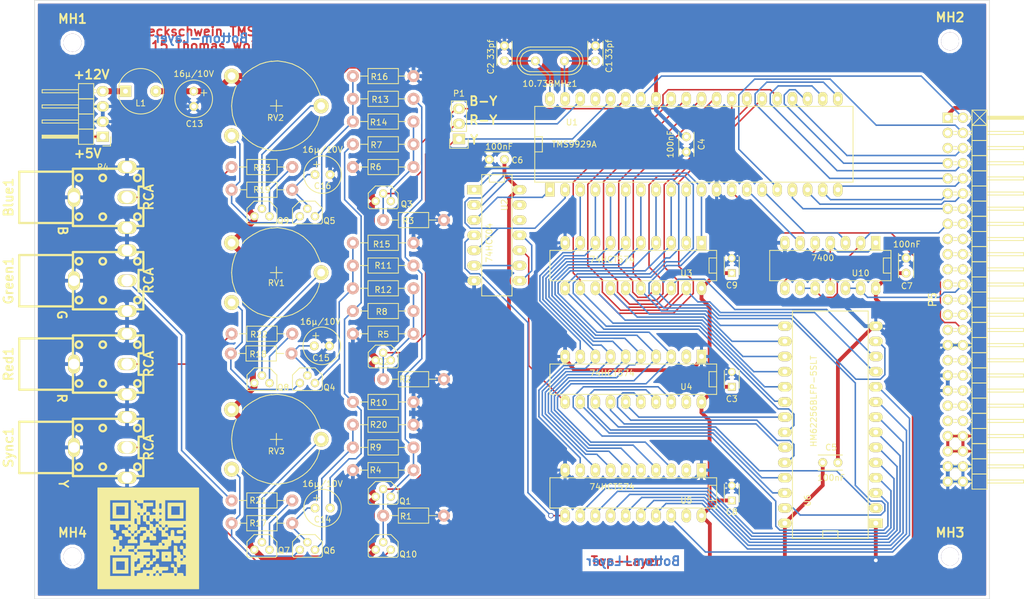
<source format=kicad_pcb>
(kicad_pcb (version 4) (host pcbnew "(2014-09-16 BZR 5139)-product")
  (layers (0 F.Cu signal) (31 B.Cu signal) (35 F.Paste user) (37 F.SilkS user) (39 F.Mask user) (44 Edge.Cuts user))
  (net 0 "")
  (net 1 GND)
  (net 2 VCC)
  (net 3 /RESET)
  (net 4 /RW)
  (net 5 /IRQ)
  (net 6 "Net-(10.738MHz1-Pad1)")
  (net 7 "Net-(10.738MHz1-Pad2)")
  (net 8 +12V)
  (net 9 "Net-(C14-Pad2)")
  (net 10 "Net-(C14-Pad1)")
  (net 11 "Net-(C15-Pad1)")
  (net 12 "Net-(C16-Pad1)")
  (net 13 /50Pin/D7)
  (net 14 /50Pin/D6)
  (net 15 /50Pin/D5)
  (net 16 /50Pin/D4)
  (net 17 /50Pin/D3)
  (net 18 /50Pin/D2)
  (net 19 /50Pin/D1)
  (net 20 /50Pin/D0)
  (net 21 /CS_VDP)
  (net 22 /50Pin/A0)
  (net 23 /Y)
  (net 24 "Net-(Q1-Pad3)")
  (net 25 /R-Y)
  (net 26 "Net-(Q2-Pad3)")
  (net 27 /B-Y)
  (net 28 "Net-(Q3-Pad3)")
  (net 29 "Net-(Q4-Pad1)")
  (net 30 "Net-(Q4-Pad3)")
  (net 31 "Net-(Q5-Pad1)")
  (net 32 "Net-(Q5-Pad3)")
  (net 33 "Net-(Q6-Pad1)")
  (net 34 "Net-(Q6-Pad3)")
  (net 35 "Net-(Q7-Pad2)")
  (net 36 "Net-(Q7-Pad3)")
  (net 37 "Net-(Q8-Pad2)")
  (net 38 "Net-(Q8-Pad3)")
  (net 39 "Net-(Q9-Pad2)")
  (net 40 "Net-(Q9-Pad3)")
  (net 41 /SYNC)
  (net 42 /RGB-G)
  (net 43 /RGB-B)
  (net 44 /RAS)
  (net 45 /CAS)
  (net 46 /AD7)
  (net 47 /AD6)
  (net 48 /AD5)
  (net 49 /AD4)
  (net 50 /AD3)
  (net 51 /AD2)
  (net 52 /AD1)
  (net 53 /AD0)
  (net 54 "Net-(U1-Pad14)")
  (net 55 "Net-(U1-Pad15)")
  (net 56 /RD7)
  (net 57 /RD6)
  (net 58 /RD5)
  (net 59 /RD4)
  (net 60 /RD3)
  (net 61 /RD2)
  (net 62 /RD1)
  (net 63 /RD0)
  (net 64 /WR)
  (net 65 /ROW)
  (net 66 "Net-(U2-Pad6)")
  (net 67 "Net-(U2-Pad11)")
  (net 68 /COL)
  (net 69 /A13)
  (net 70 /A12)
  (net 71 /A11)
  (net 72 /A10)
  (net 73 /A9)
  (net 74 /A8)
  (net 75 /A7)
  (net 76 /A6)
  (net 77 /A5)
  (net 78 /A4)
  (net 79 /A3)
  (net 80 /A2)
  (net 81 /A1)
  (net 82 /A0)
  (net 83 "Net-(U10-Pad1)")
  (net 84 "Net-(U10-Pad5)")
  (net 85 /RGB-R)
  (net 86 /V_RW)
  (net 87 /12VS)
  (module qrcode:rca_black (layer F.Cu) (at 73.66 78.74 270)
    (fp_text reference Blue1 (at 0 15.7988 270) (layer F.SilkS) (effects (font (thickness 0.3048))))
    (fp_text value RCA (at 0 -7.69874 270) (layer F.SilkS) (effects (font (thickness 0.3048))))
    (pad 1 thru_hole oval (at 5.08 -4.064 270) (size 2.1 3.19786) (drill 1.8) (layers *.Cu *.Mask F.SilkS) (net 1 GND))
    (pad 1 thru_hole oval (at 0 4.826 270) (size 3.19786 2.1) (drill 1.8) (layers *.Cu *.Mask F.SilkS) (net 1 GND))
    (pad 1 thru_hole oval (at -5.08 -4.064 270) (size 2.1 3.19786) (drill 1.8) (layers *.Cu *.Mask F.SilkS) (net 1 GND))
    (pad 2 thru_hole oval (at 0 -4.064 270) (size 2.2 3.19786) (drill 1.9) (layers *.Cu *.Mask F.SilkS) (net 43 /RGB-B))
  )
  (module Sockets_DIP:DIP-20__300_ELL (layer F.Cu) (at 162.56 128.27 180)
    (fp_text reference U5 (at -8.89 -1.27 180) (layer F.SilkS))
    (fp_text value 74HCT574 (at 3.556 1.016 180) (layer F.SilkS))
    (pad 1 thru_hole rect (at -11.43 3.81 180) (size 1.5748 2.286) (drill 0.8128) (layers *.Cu *.Mask F.SilkS) (net 1 GND))
    (pad 2 thru_hole oval (at -8.89 3.81 180) (size 1.5748 2.286) (drill 0.8128) (layers *.Cu *.Mask F.SilkS))
    (pad 3 thru_hole oval (at -6.35 3.81 180) (size 1.5748 2.286) (drill 0.8128) (layers *.Cu *.Mask F.SilkS) (net 52 /AD1))
    (pad 4 thru_hole oval (at -3.81 3.81 180) (size 1.5748 2.286) (drill 0.8128) (layers *.Cu *.Mask F.SilkS) (net 51 /AD2))
    (pad 5 thru_hole oval (at -1.27 3.81 180) (size 1.5748 2.286) (drill 0.8128) (layers *.Cu *.Mask F.SilkS) (net 50 /AD3))
    (pad 6 thru_hole oval (at 1.27 3.81 180) (size 1.5748 2.286) (drill 0.8128) (layers *.Cu *.Mask F.SilkS) (net 49 /AD4))
    (pad 7 thru_hole oval (at 3.81 3.81 180) (size 1.5748 2.286) (drill 0.8128) (layers *.Cu *.Mask F.SilkS) (net 48 /AD5))
    (pad 8 thru_hole oval (at 6.35 3.81 180) (size 1.5748 2.286) (drill 0.8128) (layers *.Cu *.Mask F.SilkS) (net 47 /AD6))
    (pad 9 thru_hole oval (at 8.89 3.81 180) (size 1.5748 2.286) (drill 0.8128) (layers *.Cu *.Mask F.SilkS) (net 46 /AD7))
    (pad 10 thru_hole oval (at 11.43 3.81 180) (size 1.5748 2.286) (drill 0.8128) (layers *.Cu *.Mask F.SilkS) (net 1 GND))
    (pad 11 thru_hole oval (at 11.43 -3.81 180) (size 1.5748 2.286) (drill 0.8128) (layers *.Cu *.Mask F.SilkS) (net 65 /ROW))
    (pad 12 thru_hole oval (at 8.89 -3.81 180) (size 1.5748 2.286) (drill 0.8128) (layers *.Cu *.Mask F.SilkS) (net 76 /A6))
    (pad 13 thru_hole oval (at 6.35 -3.81 180) (size 1.5748 2.286) (drill 0.8128) (layers *.Cu *.Mask F.SilkS) (net 77 /A5))
    (pad 14 thru_hole oval (at 3.81 -3.81 180) (size 1.5748 2.286) (drill 0.8128) (layers *.Cu *.Mask F.SilkS) (net 78 /A4))
    (pad 15 thru_hole oval (at 1.27 -3.81 180) (size 1.5748 2.286) (drill 0.8128) (layers *.Cu *.Mask F.SilkS) (net 79 /A3))
    (pad 16 thru_hole oval (at -1.27 -3.81 180) (size 1.5748 2.286) (drill 0.8128) (layers *.Cu *.Mask F.SilkS) (net 80 /A2))
    (pad 17 thru_hole oval (at -3.81 -3.81 180) (size 1.5748 2.286) (drill 0.8128) (layers *.Cu *.Mask F.SilkS) (net 81 /A1))
    (pad 18 thru_hole oval (at -6.35 -3.81 180) (size 1.5748 2.286) (drill 0.8128) (layers *.Cu *.Mask F.SilkS) (net 82 /A0))
    (pad 19 thru_hole oval (at -8.89 -3.81 180) (size 1.5748 2.286) (drill 0.8128) (layers *.Cu *.Mask F.SilkS))
    (pad 20 thru_hole oval (at -11.43 -3.81 180) (size 1.5748 2.286) (drill 0.8128) (layers *.Cu *.Mask F.SilkS) (net 2 VCC))
  )
  (module Resistors_ThroughHole:Resistor_Horizontal_RM10mm (layer F.Cu) (at 120.65 69.85)
    (fp_text reference R7 (at -1.143 0.127) (layer F.SilkS))
    (fp_text value "1K 1%" hide)
    (pad 1 thru_hole circle (at -5.08 0) (size 1.99898 1.99898) (drill 1.00076) (layers *.Cu *.SilkS *.Mask) (net 9 "Net-(C14-Pad2)"))
    (pad 2 thru_hole circle (at 5.08 0) (size 1.99898 1.99898) (drill 1.00076) (layers *.Cu *.SilkS *.Mask) (net 28 "Net-(Q3-Pad3)"))
  )
  (module Sockets_DIP:DIP-40__600_ELL (layer F.Cu) (at 172.72 69.85)
    (fp_text reference U1 (at -20.447 -3.683) (layer F.SilkS))
    (fp_text value TMS9929A (at -20.066 0) (layer F.SilkS))
    (pad 1 thru_hole rect (at -24.13 7.62) (size 1.5748 2.286) (drill 0.8128) (layers *.Cu *.Mask F.SilkS) (net 44 /RAS))
    (pad 2 thru_hole oval (at -21.59 7.62) (size 1.5748 2.286) (drill 0.8128) (layers *.Cu *.Mask F.SilkS) (net 45 /CAS))
    (pad 3 thru_hole oval (at -19.05 7.62) (size 1.5748 2.286) (drill 0.8128) (layers *.Cu *.Mask F.SilkS) (net 46 /AD7))
    (pad 4 thru_hole oval (at -16.51 7.62) (size 1.5748 2.286) (drill 0.8128) (layers *.Cu *.Mask F.SilkS) (net 47 /AD6))
    (pad 5 thru_hole oval (at -13.97 7.62) (size 1.5748 2.286) (drill 0.8128) (layers *.Cu *.Mask F.SilkS) (net 48 /AD5))
    (pad 6 thru_hole oval (at -11.43 7.62) (size 1.5748 2.286) (drill 0.8128) (layers *.Cu *.Mask F.SilkS) (net 49 /AD4))
    (pad 7 thru_hole oval (at -8.89 7.62) (size 1.5748 2.286) (drill 0.8128) (layers *.Cu *.Mask F.SilkS) (net 50 /AD3))
    (pad 8 thru_hole oval (at -6.35 7.62) (size 1.5748 2.286) (drill 0.8128) (layers *.Cu *.Mask F.SilkS) (net 51 /AD2))
    (pad 9 thru_hole oval (at -3.81 7.62) (size 1.5748 2.286) (drill 0.8128) (layers *.Cu *.Mask F.SilkS) (net 52 /AD1))
    (pad 10 thru_hole oval (at -1.27 7.62) (size 1.5748 2.286) (drill 0.8128) (layers *.Cu *.Mask F.SilkS) (net 53 /AD0))
    (pad 11 thru_hole oval (at 1.27 7.62) (size 1.5748 2.286) (drill 0.8128) (layers *.Cu *.Mask F.SilkS) (net 86 /V_RW))
    (pad 12 thru_hole oval (at 3.81 7.62) (size 1.5748 2.286) (drill 0.8128) (layers *.Cu *.Mask F.SilkS) (net 1 GND))
    (pad 13 thru_hole oval (at 6.35 7.62) (size 1.5748 2.286) (drill 0.8128) (layers *.Cu *.Mask F.SilkS) (net 22 /50Pin/A0))
    (pad 14 thru_hole oval (at 8.89 7.62) (size 1.5748 2.286) (drill 0.8128) (layers *.Cu *.Mask F.SilkS) (net 54 "Net-(U1-Pad14)"))
    (pad 15 thru_hole oval (at 11.43 7.62) (size 1.5748 2.286) (drill 0.8128) (layers *.Cu *.Mask F.SilkS) (net 55 "Net-(U1-Pad15)"))
    (pad 16 thru_hole oval (at 13.97 7.62) (size 1.5748 2.286) (drill 0.8128) (layers *.Cu *.Mask F.SilkS) (net 5 /IRQ))
    (pad 17 thru_hole oval (at 16.51 7.62) (size 1.5748 2.286) (drill 0.8128) (layers *.Cu *.Mask F.SilkS) (net 20 /50Pin/D0))
    (pad 18 thru_hole oval (at 19.05 7.62) (size 1.5748 2.286) (drill 0.8128) (layers *.Cu *.Mask F.SilkS) (net 19 /50Pin/D1))
    (pad 19 thru_hole oval (at 21.59 7.62) (size 1.5748 2.286) (drill 0.8128) (layers *.Cu *.Mask F.SilkS) (net 18 /50Pin/D2))
    (pad 20 thru_hole oval (at 24.13 7.62) (size 1.5748 2.286) (drill 0.8128) (layers *.Cu *.Mask F.SilkS) (net 17 /50Pin/D3))
    (pad 21 thru_hole oval (at 24.13 -7.62) (size 1.5748 2.286) (drill 0.8128) (layers *.Cu *.Mask F.SilkS) (net 16 /50Pin/D4))
    (pad 22 thru_hole oval (at 21.59 -7.62) (size 1.5748 2.286) (drill 0.8128) (layers *.Cu *.Mask F.SilkS) (net 15 /50Pin/D5))
    (pad 23 thru_hole oval (at 19.05 -7.62) (size 1.5748 2.286) (drill 0.8128) (layers *.Cu *.Mask F.SilkS) (net 14 /50Pin/D6))
    (pad 24 thru_hole oval (at 16.51 -7.62) (size 1.5748 2.286) (drill 0.8128) (layers *.Cu *.Mask F.SilkS) (net 13 /50Pin/D7))
    (pad 25 thru_hole oval (at 13.97 -7.62) (size 1.5748 2.286) (drill 0.8128) (layers *.Cu *.Mask F.SilkS) (net 56 /RD7))
    (pad 26 thru_hole oval (at 11.43 -7.62) (size 1.5748 2.286) (drill 0.8128) (layers *.Cu *.Mask F.SilkS) (net 57 /RD6))
    (pad 27 thru_hole oval (at 8.89 -7.62) (size 1.5748 2.286) (drill 0.8128) (layers *.Cu *.Mask F.SilkS) (net 58 /RD5))
    (pad 28 thru_hole oval (at 6.35 -7.62) (size 1.5748 2.286) (drill 0.8128) (layers *.Cu *.Mask F.SilkS) (net 59 /RD4))
    (pad 29 thru_hole oval (at 3.81 -7.62) (size 1.5748 2.286) (drill 0.8128) (layers *.Cu *.Mask F.SilkS) (net 60 /RD3))
    (pad 30 thru_hole oval (at 1.27 -7.62) (size 1.5748 2.286) (drill 0.8128) (layers *.Cu *.Mask F.SilkS) (net 61 /RD2))
    (pad 31 thru_hole oval (at -1.27 -7.62) (size 1.5748 2.286) (drill 0.8128) (layers *.Cu *.Mask F.SilkS) (net 62 /RD1))
    (pad 32 thru_hole oval (at -3.81 -7.62) (size 1.5748 2.286) (drill 0.8128) (layers *.Cu *.Mask F.SilkS) (net 63 /RD0))
    (pad 33 thru_hole oval (at -6.35 -7.62) (size 1.5748 2.286) (drill 0.8128) (layers *.Cu *.Mask F.SilkS) (net 2 VCC))
    (pad 34 thru_hole oval (at -8.89 -7.62) (size 1.5748 2.286) (drill 0.8128) (layers *.Cu *.Mask F.SilkS) (net 3 /RESET))
    (pad 35 thru_hole oval (at -11.43 -7.62) (size 1.5748 2.286) (drill 0.8128) (layers *.Cu *.Mask F.SilkS) (net 27 /B-Y))
    (pad 36 thru_hole oval (at -13.97 -7.62) (size 1.5748 2.286) (drill 0.8128) (layers *.Cu *.Mask F.SilkS) (net 23 /Y))
    (pad 37 thru_hole oval (at -16.51 -7.62) (size 1.5748 2.286) (drill 0.8128) (layers *.Cu *.Mask F.SilkS))
    (pad 38 thru_hole oval (at -19.05 -7.62) (size 1.5748 2.286) (drill 0.8128) (layers *.Cu *.Mask F.SilkS) (net 25 /R-Y))
    (pad 39 thru_hole oval (at -21.59 -7.62) (size 1.5748 2.286) (drill 0.8128) (layers *.Cu *.Mask F.SilkS) (net 6 "Net-(10.738MHz1-Pad1)"))
    (pad 40 thru_hole oval (at -24.13 -7.62) (size 1.5748 2.286) (drill 0.8128) (layers *.Cu *.Mask F.SilkS) (net 7 "Net-(10.738MHz1-Pad2)"))
  )
  (module Sockets_DIP:DIP-28__600_ELL (layer F.Cu) (at 195.58 116.84 90)
    (fp_text reference U6 (at -12.7 -3.81 90) (layer F.SilkS))
    (fp_text value HM62256BLFP-5SLT (at 3.937 -2.794 90) (layer F.SilkS))
    (pad 1 thru_hole rect (at -16.51 7.62 90) (size 1.5748 2.286) (drill 0.8128) (layers *.Cu *.Mask F.SilkS) (net 1 GND))
    (pad 2 thru_hole oval (at -13.97 7.62 90) (size 1.5748 2.286) (drill 0.8128) (layers *.Cu *.Mask F.SilkS) (net 70 /A12))
    (pad 3 thru_hole oval (at -11.43 7.62 90) (size 1.5748 2.286) (drill 0.8128) (layers *.Cu *.Mask F.SilkS) (net 75 /A7))
    (pad 4 thru_hole oval (at -8.89 7.62 90) (size 1.5748 2.286) (drill 0.8128) (layers *.Cu *.Mask F.SilkS) (net 76 /A6))
    (pad 5 thru_hole oval (at -6.35 7.62 90) (size 1.5748 2.286) (drill 0.8128) (layers *.Cu *.Mask F.SilkS) (net 77 /A5))
    (pad 6 thru_hole oval (at -3.81 7.62 90) (size 1.5748 2.286) (drill 0.8128) (layers *.Cu *.Mask F.SilkS) (net 78 /A4))
    (pad 7 thru_hole oval (at -1.27 7.62 90) (size 1.5748 2.286) (drill 0.8128) (layers *.Cu *.Mask F.SilkS) (net 79 /A3))
    (pad 8 thru_hole oval (at 1.27 7.62 90) (size 1.5748 2.286) (drill 0.8128) (layers *.Cu *.Mask F.SilkS) (net 80 /A2))
    (pad 9 thru_hole oval (at 3.81 7.62 90) (size 1.5748 2.286) (drill 0.8128) (layers *.Cu *.Mask F.SilkS) (net 81 /A1))
    (pad 10 thru_hole oval (at 6.35 7.62 90) (size 1.5748 2.286) (drill 0.8128) (layers *.Cu *.Mask F.SilkS) (net 82 /A0))
    (pad 11 thru_hole oval (at 8.89 7.62 90) (size 1.5748 2.286) (drill 0.8128) (layers *.Cu *.Mask F.SilkS) (net 63 /RD0))
    (pad 12 thru_hole oval (at 11.43 7.62 90) (size 1.5748 2.286) (drill 0.8128) (layers *.Cu *.Mask F.SilkS) (net 62 /RD1))
    (pad 13 thru_hole oval (at 13.97 7.62 90) (size 1.5748 2.286) (drill 0.8128) (layers *.Cu *.Mask F.SilkS) (net 61 /RD2))
    (pad 14 thru_hole oval (at 16.51 7.62 90) (size 1.5748 2.286) (drill 0.8128) (layers *.Cu *.Mask F.SilkS) (net 1 GND))
    (pad 15 thru_hole oval (at 16.51 -7.62 90) (size 1.5748 2.286) (drill 0.8128) (layers *.Cu *.Mask F.SilkS) (net 60 /RD3))
    (pad 16 thru_hole oval (at 13.97 -7.62 90) (size 1.5748 2.286) (drill 0.8128) (layers *.Cu *.Mask F.SilkS) (net 59 /RD4))
    (pad 17 thru_hole oval (at 11.43 -7.62 90) (size 1.5748 2.286) (drill 0.8128) (layers *.Cu *.Mask F.SilkS) (net 58 /RD5))
    (pad 18 thru_hole oval (at 8.89 -7.62 90) (size 1.5748 2.286) (drill 0.8128) (layers *.Cu *.Mask F.SilkS) (net 57 /RD6))
    (pad 19 thru_hole oval (at 6.35 -7.62 90) (size 1.5748 2.286) (drill 0.8128) (layers *.Cu *.Mask F.SilkS) (net 56 /RD7))
    (pad 20 thru_hole oval (at 3.81 -7.62 90) (size 1.5748 2.286) (drill 0.8128) (layers *.Cu *.Mask F.SilkS) (net 45 /CAS))
    (pad 21 thru_hole oval (at 1.27 -7.62 90) (size 1.5748 2.286) (drill 0.8128) (layers *.Cu *.Mask F.SilkS) (net 72 /A10))
    (pad 22 thru_hole oval (at -1.27 -7.62 90) (size 1.5748 2.286) (drill 0.8128) (layers *.Cu *.Mask F.SilkS) (net 64 /WR))
    (pad 23 thru_hole oval (at -3.81 -7.62 90) (size 1.5748 2.286) (drill 0.8128) (layers *.Cu *.Mask F.SilkS) (net 71 /A11))
    (pad 24 thru_hole oval (at -6.35 -7.62 90) (size 1.5748 2.286) (drill 0.8128) (layers *.Cu *.Mask F.SilkS) (net 73 /A9))
    (pad 25 thru_hole oval (at -8.89 -7.62 90) (size 1.5748 2.286) (drill 0.8128) (layers *.Cu *.Mask F.SilkS) (net 74 /A8))
    (pad 26 thru_hole oval (at -11.43 -7.62 90) (size 1.5748 2.286) (drill 0.8128) (layers *.Cu *.Mask F.SilkS) (net 69 /A13))
    (pad 27 thru_hole oval (at -13.97 -7.62 90) (size 1.5748 2.286) (drill 0.8128) (layers *.Cu *.Mask F.SilkS) (net 86 /V_RW))
    (pad 28 thru_hole oval (at -16.51 -7.62 90) (size 1.5748 2.286) (drill 0.8128) (layers *.Cu *.Mask F.SilkS) (net 2 VCC))
  )
  (module Sockets_DIP:DIP-14__300_ELL (layer F.Cu) (at 139.7 85.09 270)
    (fp_text reference U2 (at -5.08 -1.27 270) (layer F.SilkS))
    (fp_text value 74HCT04 (at 1.27 1.27 270) (layer F.SilkS))
    (pad 1 thru_hole rect (at -7.62 3.81 270) (size 1.5748 2.286) (drill 0.8128) (layers *.Cu *.Mask F.SilkS) (net 86 /V_RW))
    (pad 2 thru_hole oval (at -5.08 3.81 270) (size 1.5748 2.286) (drill 0.8128) (layers *.Cu *.Mask F.SilkS) (net 64 /WR))
    (pad 3 thru_hole oval (at -2.54 3.81 270) (size 1.5748 2.286) (drill 0.8128) (layers *.Cu *.Mask F.SilkS) (net 44 /RAS))
    (pad 4 thru_hole oval (at 0 3.81 270) (size 1.5748 2.286) (drill 0.8128) (layers *.Cu *.Mask F.SilkS) (net 65 /ROW))
    (pad 5 thru_hole oval (at 2.54 3.81 270) (size 1.5748 2.286) (drill 0.8128) (layers *.Cu *.Mask F.SilkS) (net 45 /CAS))
    (pad 6 thru_hole oval (at 5.08 3.81 270) (size 1.5748 2.286) (drill 0.8128) (layers *.Cu *.Mask F.SilkS) (net 66 "Net-(U2-Pad6)"))
    (pad 7 thru_hole oval (at 7.62 3.81 270) (size 1.5748 2.286) (drill 0.8128) (layers *.Cu *.Mask F.SilkS) (net 1 GND))
    (pad 8 thru_hole oval (at 7.62 -3.81 270) (size 1.5748 2.286) (drill 0.8128) (layers *.Cu *.Mask F.SilkS) (net 67 "Net-(U2-Pad11)"))
    (pad 9 thru_hole oval (at 5.08 -3.81 270) (size 1.5748 2.286) (drill 0.8128) (layers *.Cu *.Mask F.SilkS) (net 66 "Net-(U2-Pad6)"))
    (pad 10 thru_hole oval (at 2.54 -3.81 270) (size 1.5748 2.286) (drill 0.8128) (layers *.Cu *.Mask F.SilkS) (net 68 /COL))
    (pad 11 thru_hole oval (at 0 -3.81 270) (size 1.5748 2.286) (drill 0.8128) (layers *.Cu *.Mask F.SilkS) (net 67 "Net-(U2-Pad11)"))
    (pad 12 thru_hole oval (at -2.54 -3.81 270) (size 1.5748 2.286) (drill 0.8128) (layers *.Cu *.Mask F.SilkS))
    (pad 13 thru_hole oval (at -5.08 -3.81 270) (size 1.5748 2.286) (drill 0.8128) (layers *.Cu *.Mask F.SilkS))
    (pad 14 thru_hole oval (at -7.62 -3.81 270) (size 1.5748 2.286) (drill 0.8128) (layers *.Cu *.Mask F.SilkS) (net 2 VCC))
  )
  (module Pin_Headers:Pin_Header_Angled_2x25 (layer F.Cu) (at 216.535 95.885 270)
    (fp_text reference P5 (at 0 3.81 270) (layer F.SilkS) (effects (font (size 1.27 1.27) (thickness 0.2032))))
    (fp_text value CONN_02X25 hide)
    (pad 1 thru_hole rect (at -30.48 1.27 270) (size 1.7272 1.7272) (drill 1.016) (layers *.Cu *.Mask F.SilkS) (net 2 VCC))
    (pad 2 thru_hole oval (at -30.48 -1.27 270) (size 1.7272 1.7272) (drill 1.016) (layers *.Cu *.Mask F.SilkS) (net 3 /RESET))
    (pad 3 thru_hole oval (at -27.94 1.27 270) (size 1.7272 1.7272) (drill 1.016) (layers *.Cu *.Mask F.SilkS))
    (pad 4 thru_hole oval (at -27.94 -1.27 270) (size 1.7272 1.7272) (drill 1.016) (layers *.Cu *.Mask F.SilkS) (net 5 /IRQ))
    (pad 5 thru_hole oval (at -25.4 1.27 270) (size 1.7272 1.7272) (drill 1.016) (layers *.Cu *.Mask F.SilkS))
    (pad 6 thru_hole oval (at -25.4 -1.27 270) (size 1.7272 1.7272) (drill 1.016) (layers *.Cu *.Mask F.SilkS) (net 13 /50Pin/D7))
    (pad 7 thru_hole oval (at -22.86 1.27 270) (size 1.7272 1.7272) (drill 1.016) (layers *.Cu *.Mask F.SilkS) (net 14 /50Pin/D6))
    (pad 8 thru_hole oval (at -22.86 -1.27 270) (size 1.7272 1.7272) (drill 1.016) (layers *.Cu *.Mask F.SilkS) (net 15 /50Pin/D5))
    (pad 9 thru_hole oval (at -20.32 1.27 270) (size 1.7272 1.7272) (drill 1.016) (layers *.Cu *.Mask F.SilkS) (net 16 /50Pin/D4))
    (pad 10 thru_hole oval (at -20.32 -1.27 270) (size 1.7272 1.7272) (drill 1.016) (layers *.Cu *.Mask F.SilkS) (net 17 /50Pin/D3))
    (pad 11 thru_hole oval (at -17.78 1.27 270) (size 1.7272 1.7272) (drill 1.016) (layers *.Cu *.Mask F.SilkS) (net 18 /50Pin/D2))
    (pad 12 thru_hole oval (at -17.78 -1.27 270) (size 1.7272 1.7272) (drill 1.016) (layers *.Cu *.Mask F.SilkS) (net 19 /50Pin/D1))
    (pad 13 thru_hole oval (at -15.24 1.27 270) (size 1.7272 1.7272) (drill 1.016) (layers *.Cu *.Mask F.SilkS) (net 20 /50Pin/D0))
    (pad 14 thru_hole oval (at -15.24 -1.27 270) (size 1.7272 1.7272) (drill 1.016) (layers *.Cu *.Mask F.SilkS))
    (pad 15 thru_hole oval (at -12.7 1.27 270) (size 1.7272 1.7272) (drill 1.016) (layers *.Cu *.Mask F.SilkS) (net 4 /RW))
    (pad 16 thru_hole oval (at -12.7 -1.27 270) (size 1.7272 1.7272) (drill 1.016) (layers *.Cu *.Mask F.SilkS))
    (pad 17 thru_hole oval (at -10.16 1.27 270) (size 1.7272 1.7272) (drill 1.016) (layers *.Cu *.Mask F.SilkS))
    (pad 18 thru_hole oval (at -10.16 -1.27 270) (size 1.7272 1.7272) (drill 1.016) (layers *.Cu *.Mask F.SilkS))
    (pad 19 thru_hole oval (at -7.62 1.27 270) (size 1.7272 1.7272) (drill 1.016) (layers *.Cu *.Mask F.SilkS))
    (pad 20 thru_hole oval (at -7.62 -1.27 270) (size 1.7272 1.7272) (drill 1.016) (layers *.Cu *.Mask F.SilkS))
    (pad 21 thru_hole oval (at -5.08 1.27 270) (size 1.7272 1.7272) (drill 1.016) (layers *.Cu *.Mask F.SilkS))
    (pad 22 thru_hole oval (at -5.08 -1.27 270) (size 1.7272 1.7272) (drill 1.016) (layers *.Cu *.Mask F.SilkS))
    (pad 23 thru_hole oval (at -2.54 1.27 270) (size 1.7272 1.7272) (drill 1.016) (layers *.Cu *.Mask F.SilkS))
    (pad 24 thru_hole oval (at -2.54 -1.27 270) (size 1.7272 1.7272) (drill 1.016) (layers *.Cu *.Mask F.SilkS) (net 21 /CS_VDP))
    (pad 25 thru_hole oval (at 0 1.27 270) (size 1.7272 1.7272) (drill 1.016) (layers *.Cu *.Mask F.SilkS))
    (pad 26 thru_hole oval (at 0 -1.27 270) (size 1.7272 1.7272) (drill 1.016) (layers *.Cu *.Mask F.SilkS))
    (pad 27 thru_hole oval (at 2.54 1.27 270) (size 1.7272 1.7272) (drill 1.016) (layers *.Cu *.Mask F.SilkS))
    (pad 28 thru_hole oval (at 2.54 -1.27 270) (size 1.7272 1.7272) (drill 1.016) (layers *.Cu *.Mask F.SilkS))
    (pad 29 thru_hole oval (at 5.08 1.27 270) (size 1.7272 1.7272) (drill 1.016) (layers *.Cu *.Mask F.SilkS))
    (pad 30 thru_hole oval (at 5.08 -1.27 270) (size 1.7272 1.7272) (drill 1.016) (layers *.Cu *.Mask F.SilkS) (net 22 /50Pin/A0))
    (pad 31 thru_hole oval (at 7.62 1.27 270) (size 1.7272 1.7272) (drill 1.016) (layers *.Cu *.Mask F.SilkS) (net 1 GND))
    (pad 32 thru_hole oval (at 7.62 -1.27 270) (size 1.7272 1.7272) (drill 1.016) (layers *.Cu *.Mask F.SilkS) (net 1 GND))
    (pad 33 thru_hole oval (at 10.16 1.27 270) (size 1.7272 1.7272) (drill 1.016) (layers *.Cu *.Mask F.SilkS))
    (pad 34 thru_hole oval (at 10.16 -1.27 270) (size 1.7272 1.7272) (drill 1.016) (layers *.Cu *.Mask F.SilkS))
    (pad 35 thru_hole oval (at 12.7 1.27 270) (size 1.7272 1.7272) (drill 1.016) (layers *.Cu *.Mask F.SilkS) (net 1 GND))
    (pad 36 thru_hole oval (at 12.7 -1.27 270) (size 1.7272 1.7272) (drill 1.016) (layers *.Cu *.Mask F.SilkS))
    (pad 37 thru_hole oval (at 15.24 1.27 270) (size 1.7272 1.7272) (drill 1.016) (layers *.Cu *.Mask F.SilkS) (net 1 GND))
    (pad 38 thru_hole oval (at 15.24 -1.27 270) (size 1.7272 1.7272) (drill 1.016) (layers *.Cu *.Mask F.SilkS))
    (pad 39 thru_hole oval (at 17.78 1.27 270) (size 1.7272 1.7272) (drill 1.016) (layers *.Cu *.Mask F.SilkS))
    (pad 40 thru_hole oval (at 17.78 -1.27 270) (size 1.7272 1.7272) (drill 1.016) (layers *.Cu *.Mask F.SilkS))
    (pad 41 thru_hole oval (at 20.32 1.27 270) (size 1.7272 1.7272) (drill 1.016) (layers *.Cu *.Mask F.SilkS))
    (pad 42 thru_hole oval (at 20.32 -1.27 270) (size 1.7272 1.7272) (drill 1.016) (layers *.Cu *.Mask F.SilkS))
    (pad 43 thru_hole oval (at 22.86 1.27 270) (size 1.7272 1.7272) (drill 1.016) (layers *.Cu *.Mask F.SilkS) (net 2 VCC))
    (pad 44 thru_hole oval (at 22.86 -1.27 270) (size 1.7272 1.7272) (drill 1.016) (layers *.Cu *.Mask F.SilkS) (net 2 VCC))
    (pad 45 thru_hole oval (at 25.4 1.27 270) (size 1.7272 1.7272) (drill 1.016) (layers *.Cu *.Mask F.SilkS) (net 2 VCC))
    (pad 46 thru_hole oval (at 25.4 -1.27 270) (size 1.7272 1.7272) (drill 1.016) (layers *.Cu *.Mask F.SilkS) (net 2 VCC))
    (pad 47 thru_hole oval (at 27.94 1.27 270) (size 1.7272 1.7272) (drill 1.016) (layers *.Cu *.Mask F.SilkS) (net 1 GND))
    (pad 48 thru_hole oval (at 27.94 -1.27 270) (size 1.7272 1.7272) (drill 1.016) (layers *.Cu *.Mask F.SilkS) (net 1 GND))
    (pad 49 thru_hole oval (at 30.48 1.27 270) (size 1.7272 1.7272) (drill 1.016) (layers *.Cu *.Mask F.SilkS) (net 1 GND))
    (pad 50 thru_hole oval (at 30.48 -1.27 270) (size 1.7272 1.7272) (drill 1.016) (layers *.Cu *.Mask F.SilkS) (net 1 GND))
  )
  (module Mounting_Holes:MountingHole_3mm (layer F.Cu) (at 68.58 52.832)
    (fp_text reference MH1 (at 0 -4.0005) (layer F.SilkS) (effects (font (thickness 0.3048))))
    (fp_text value MountingHole_3mm_RevA_Date21Jun2010 hide)
    (pad 1 thru_hole circle (at 0 0) (size 2.99974 2.99974) (drill 2.99974) (layers))
  )
  (module Mounting_Holes:MountingHole_3mm (layer F.Cu) (at 215.646 52.578)
    (fp_text reference MH2 (at 0 -4.0005) (layer F.SilkS) (effects (font (thickness 0.3048))))
    (fp_text value MountingHole_3mm_RevA_Date21Jun2010 hide)
    (pad 1 thru_hole circle (at 0 0) (size 2.99974 2.99974) (drill 2.99974) (layers))
  )
  (module Mounting_Holes:MountingHole_3mm (layer F.Cu) (at 68.58 138.938)
    (fp_text reference MH4 (at 0 -4.0005) (layer F.SilkS) (effects (font (thickness 0.3048))))
    (fp_text value MountingHole_3mm_RevA_Date21Jun2010 hide)
    (pad 1 thru_hole circle (at 0 0) (size 2.99974 2.99974) (drill 2.99974) (layers))
  )
  (module Mounting_Holes:MountingHole_3mm (layer F.Cu) (at 215.646 138.938)
    (fp_text reference MH3 (at 0 -4.0005) (layer F.SilkS) (effects (font (thickness 0.3048))))
    (fp_text value MountingHole_3mm_RevA_Date21Jun2010 hide)
    (pad 1 thru_hole circle (at 0 0) (size 2.99974 2.99974) (drill 2.99974) (layers))
  )
  (module Capacitors_ThroughHole:Capacitor4x3RM2.5 (layer F.Cu) (at 156.21 53.34 270)
    (fp_text reference C1 (at 3.556 -2.286 270) (layer F.SilkS))
    (fp_text value 33pf (at 0.635 -2.286 270) (layer F.SilkS))
    (pad 1 thru_hole circle (at 0 0 270) (size 1.50114 1.50114) (drill 0.8001) (layers *.Cu *.Mask F.SilkS) (net 1 GND))
    (pad 2 thru_hole circle (at 2.54 0 270) (size 1.50114 1.50114) (drill 0.8001) (layers *.Cu *.Mask F.SilkS) (net 6 "Net-(10.738MHz1-Pad1)"))
  )
  (module Capacitors_ThroughHole:Capacitor4x3RM2.5 (layer F.Cu) (at 140.97 53.34 270)
    (fp_text reference C2 (at 3.81 2.286 270) (layer F.SilkS))
    (fp_text value 33pf (at 0.635 2.286 270) (layer F.SilkS))
    (pad 1 thru_hole circle (at 0 0 270) (size 1.50114 1.50114) (drill 0.8001) (layers *.Cu *.Mask F.SilkS) (net 1 GND))
    (pad 2 thru_hole circle (at 2.54 0 270) (size 1.50114 1.50114) (drill 0.8001) (layers *.Cu *.Mask F.SilkS) (net 7 "Net-(10.738MHz1-Pad2)"))
  )
  (module Capacitors_ThroughHole:Capacitor4x3RM2.5 (layer F.Cu) (at 171.45 68.58 270)
    (fp_text reference C4 (at 1.27 -2.54 270) (layer F.SilkS))
    (fp_text value 100nF (at 1.27 2.667 270) (layer F.SilkS))
    (pad 1 thru_hole circle (at 0 0 270) (size 1.50114 1.50114) (drill 0.8001) (layers *.Cu *.Mask F.SilkS) (net 2 VCC))
    (pad 2 thru_hole circle (at 2.54 0 270) (size 1.50114 1.50114) (drill 0.8001) (layers *.Cu *.Mask F.SilkS) (net 1 GND))
  )
  (module Capacitors_ThroughHole:Capacitor4x3RM2.5 (layer F.Cu) (at 194.31 123.19)
    (fp_text reference C5 (at 1.397 -2.54) (layer F.SilkS))
    (fp_text value 100nF (at 1.397 2.54) (layer F.SilkS))
    (pad 1 thru_hole circle (at 0 0) (size 1.50114 1.50114) (drill 0.8001) (layers *.Cu *.Mask F.SilkS) (net 2 VCC))
    (pad 2 thru_hole circle (at 2.54 0) (size 1.50114 1.50114) (drill 0.8001) (layers *.Cu *.Mask F.SilkS) (net 1 GND))
  )
  (module Capacitors_ThroughHole:Capacitor4x3RM2.5 (layer F.Cu) (at 140.97 72.39 180)
    (fp_text reference C6 (at -2.159 -0.127 180) (layer F.SilkS))
    (fp_text value 100nF (at 0.889 2.159 180) (layer F.SilkS))
    (pad 1 thru_hole circle (at 0 0 180) (size 1.50114 1.50114) (drill 0.8001) (layers *.Cu *.Mask F.SilkS) (net 2 VCC))
    (pad 2 thru_hole circle (at 2.54 0 180) (size 1.50114 1.50114) (drill 0.8001) (layers *.Cu *.Mask F.SilkS) (net 1 GND))
  )
  (module Capacitors_ThroughHole:Capacitor4x3RM2.5 (layer F.Cu) (at 208.28 91.44 90)
    (fp_text reference C7 (at -2.159 0.127 180) (layer F.SilkS))
    (fp_text value 100nF (at 4.826 0.127 180) (layer F.SilkS))
    (pad 1 thru_hole circle (at 0 0 90) (size 1.50114 1.50114) (drill 0.8001) (layers *.Cu *.Mask F.SilkS) (net 2 VCC))
    (pad 2 thru_hole circle (at 2.54 0 90) (size 1.50114 1.50114) (drill 0.8001) (layers *.Cu *.Mask F.SilkS) (net 1 GND))
  )
  (module Capacitors_Elko_ThroughHole:Elko_vert_11.2x6.3mm_RM2.5 (layer F.Cu) (at 88.9 60.96 270)
    (fp_text reference C13 (at 5.461 -0.127 360) (layer F.SilkS))
    (fp_text value 16µ/10V (at -2.921 0 360) (layer F.SilkS))
    (fp_line (start 0.26924 -1.69926) (end 0.76962 -1.69926) (layer F.Cu) (width 0.15))
    (fp_line (start 0.26924 -1.69926) (end 0.26924 -2.19964) (layer F.Cu) (width 0.15))
    (fp_line (start -0.23114 -1.69926) (end 0.26924 -1.69926) (layer F.Cu) (width 0.15))
    (fp_line (start 0.26924 -1.69926) (end 0.26924 -1.30048) (layer F.Cu) (width 0.15))
    (fp_line (start 0.26924 -1.30048) (end 0.26924 -1.19888) (layer F.Cu) (width 0.15))
    (pad 2 thru_hole circle (at 2.54 0 270) (size 1.50114 1.50114) (drill 0.8001) (layers *.Cu *.Mask F.SilkS) (net 1 GND))
    (pad 1 thru_hole circle (at 0 0 270) (size 1.50114 1.50114) (drill 0.8001) (layers *.Cu *.Mask F.SilkS) (net 87 /12VS))
  )
  (module Capacitors_Elko_ThroughHole:Elko_vert_11.2x6.3mm_RM2.5 (layer F.Cu) (at 109.22 130.81)
    (fp_text reference C14 (at 1.27 1.905) (layer F.SilkS))
    (fp_text value 16µ/10V (at 1.27 -4.064) (layer F.SilkS))
    (fp_line (start 0.26924 -1.69926) (end 0.76962 -1.69926) (layer F.Cu) (width 0.15))
    (fp_line (start 0.26924 -1.69926) (end 0.26924 -2.19964) (layer F.Cu) (width 0.15))
    (fp_line (start -0.23114 -1.69926) (end 0.26924 -1.69926) (layer F.Cu) (width 0.15))
    (fp_line (start 0.26924 -1.69926) (end 0.26924 -1.30048) (layer F.Cu) (width 0.15))
    (fp_line (start 0.26924 -1.30048) (end 0.26924 -1.19888) (layer F.Cu) (width 0.15))
    (pad 2 thru_hole circle (at 2.54 0) (size 1.50114 1.50114) (drill 0.8001) (layers *.Cu *.Mask F.SilkS) (net 9 "Net-(C14-Pad2)"))
    (pad 1 thru_hole circle (at 0 0) (size 1.50114 1.50114) (drill 0.8001) (layers *.Cu *.Mask F.SilkS) (net 10 "Net-(C14-Pad1)"))
  )
  (module Capacitors_Elko_ThroughHole:Elko_vert_11.2x6.3mm_RM2.5 (layer F.Cu) (at 109.093 103.632)
    (fp_text reference C15 (at 1.143 2.032) (layer F.SilkS))
    (fp_text value 16µ/10V (at 1.016 -4.064) (layer F.SilkS))
    (fp_line (start 0.26924 -1.69926) (end 0.76962 -1.69926) (layer F.Cu) (width 0.15))
    (fp_line (start 0.26924 -1.69926) (end 0.26924 -2.19964) (layer F.Cu) (width 0.15))
    (fp_line (start -0.23114 -1.69926) (end 0.26924 -1.69926) (layer F.Cu) (width 0.15))
    (fp_line (start 0.26924 -1.69926) (end 0.26924 -1.30048) (layer F.Cu) (width 0.15))
    (fp_line (start 0.26924 -1.30048) (end 0.26924 -1.19888) (layer F.Cu) (width 0.15))
    (pad 2 thru_hole circle (at 2.54 0) (size 1.50114 1.50114) (drill 0.8001) (layers *.Cu *.Mask F.SilkS) (net 1 GND))
    (pad 1 thru_hole circle (at 0 0) (size 1.50114 1.50114) (drill 0.8001) (layers *.Cu *.Mask F.SilkS) (net 11 "Net-(C15-Pad1)"))
  )
  (module Capacitors_Elko_ThroughHole:Elko_vert_11.2x6.3mm_RM2.5 (layer F.Cu) (at 109.22 74.93)
    (fp_text reference C16 (at 1.27 1.905) (layer F.SilkS))
    (fp_text value 16µ/10V (at 1.27 -4.191) (layer F.SilkS))
    (fp_line (start 0.26924 -1.69926) (end 0.76962 -1.69926) (layer F.Cu) (width 0.15))
    (fp_line (start 0.26924 -1.69926) (end 0.26924 -2.19964) (layer F.Cu) (width 0.15))
    (fp_line (start -0.23114 -1.69926) (end 0.26924 -1.69926) (layer F.Cu) (width 0.15))
    (fp_line (start 0.26924 -1.69926) (end 0.26924 -1.30048) (layer F.Cu) (width 0.15))
    (fp_line (start 0.26924 -1.30048) (end 0.26924 -1.19888) (layer F.Cu) (width 0.15))
    (pad 2 thru_hole circle (at 2.54 0) (size 1.50114 1.50114) (drill 0.8001) (layers *.Cu *.Mask F.SilkS) (net 1 GND))
    (pad 1 thru_hole circle (at 0 0) (size 1.50114 1.50114) (drill 0.8001) (layers *.Cu *.Mask F.SilkS) (net 12 "Net-(C16-Pad1)"))
  )
  (module Resistors_ThroughHole:Resistor_Horizontal_RM10mm (layer F.Cu) (at 125.73 132.08)
    (fp_text reference R1 (at -1.27 0.127) (layer F.SilkS))
    (fp_text value 470 hide)
    (pad 1 thru_hole circle (at -5.08 0) (size 1.99898 1.99898) (drill 1.00076) (layers *.Cu *.SilkS *.Mask) (net 23 /Y))
    (pad 2 thru_hole circle (at 5.08 0) (size 1.99898 1.99898) (drill 1.00076) (layers *.Cu *.SilkS *.Mask) (net 1 GND))
  )
  (module Resistors_ThroughHole:Resistor_Horizontal_RM10mm (layer F.Cu) (at 125.73 109.22)
    (fp_text reference R2 (at -1.397 0) (layer F.SilkS))
    (fp_text value 470 hide)
    (pad 1 thru_hole circle (at -5.08 0) (size 1.99898 1.99898) (drill 1.00076) (layers *.Cu *.SilkS *.Mask) (net 25 /R-Y))
    (pad 2 thru_hole circle (at 5.08 0) (size 1.99898 1.99898) (drill 1.00076) (layers *.Cu *.SilkS *.Mask) (net 1 GND))
  )
  (module Resistors_ThroughHole:Resistor_Horizontal_RM10mm (layer F.Cu) (at 125.73 82.55)
    (fp_text reference R3 (at -0.889 0.127) (layer F.SilkS))
    (fp_text value 470 hide)
    (pad 1 thru_hole circle (at -5.08 0) (size 1.99898 1.99898) (drill 1.00076) (layers *.Cu *.SilkS *.Mask) (net 27 /B-Y))
    (pad 2 thru_hole circle (at 5.08 0) (size 1.99898 1.99898) (drill 1.00076) (layers *.Cu *.SilkS *.Mask) (net 1 GND))
  )
  (module Resistors_ThroughHole:Resistor_Horizontal_RM10mm (layer F.Cu) (at 120.65 124.46)
    (fp_text reference R4 (at -1.27 0) (layer F.SilkS))
    (fp_text value 1K hide)
    (pad 1 thru_hole circle (at -5.08 0) (size 1.99898 1.99898) (drill 1.00076) (layers *.Cu *.SilkS *.Mask) (net 1 GND))
    (pad 2 thru_hole circle (at 5.08 0) (size 1.99898 1.99898) (drill 1.00076) (layers *.Cu *.SilkS *.Mask) (net 24 "Net-(Q1-Pad3)"))
  )
  (module Resistors_ThroughHole:Resistor_Horizontal_RM10mm (layer F.Cu) (at 120.65 101.6)
    (fp_text reference R5 (at 0 0.127) (layer F.SilkS))
    (fp_text value 1K hide)
    (pad 1 thru_hole circle (at -5.08 0) (size 1.99898 1.99898) (drill 1.00076) (layers *.Cu *.SilkS *.Mask) (net 1 GND))
    (pad 2 thru_hole circle (at 5.08 0) (size 1.99898 1.99898) (drill 1.00076) (layers *.Cu *.SilkS *.Mask) (net 26 "Net-(Q2-Pad3)"))
  )
  (module Resistors_ThroughHole:Resistor_Horizontal_RM10mm (layer F.Cu) (at 120.65 73.66)
    (fp_text reference R6 (at -1.27 0) (layer F.SilkS))
    (fp_text value 1K hide)
    (pad 1 thru_hole circle (at -5.08 0) (size 1.99898 1.99898) (drill 1.00076) (layers *.Cu *.SilkS *.Mask) (net 1 GND))
    (pad 2 thru_hole circle (at 5.08 0) (size 1.99898 1.99898) (drill 1.00076) (layers *.Cu *.SilkS *.Mask) (net 28 "Net-(Q3-Pad3)"))
  )
  (module Resistors_ThroughHole:Resistor_Horizontal_RM10mm (layer F.Cu) (at 120.65 97.79)
    (fp_text reference R8 (at -0.254 0.127) (layer F.SilkS))
    (fp_text value "1K 1%" hide)
    (pad 1 thru_hole circle (at -5.08 0) (size 1.99898 1.99898) (drill 1.00076) (layers *.Cu *.SilkS *.Mask) (net 9 "Net-(C14-Pad2)"))
    (pad 2 thru_hole circle (at 5.08 0) (size 1.99898 1.99898) (drill 1.00076) (layers *.Cu *.SilkS *.Mask) (net 26 "Net-(Q2-Pad3)"))
  )
  (module Resistors_ThroughHole:Resistor_Horizontal_RM10mm (layer F.Cu) (at 120.65 120.65)
    (fp_text reference R9 (at -1.27 0) (layer F.SilkS))
    (fp_text value "1K 1%" hide)
    (pad 1 thru_hole circle (at -5.08 0) (size 1.99898 1.99898) (drill 1.00076) (layers *.Cu *.SilkS *.Mask) (net 34 "Net-(Q6-Pad3)"))
    (pad 2 thru_hole circle (at 5.08 0) (size 1.99898 1.99898) (drill 1.00076) (layers *.Cu *.SilkS *.Mask) (net 24 "Net-(Q1-Pad3)"))
  )
  (module Resistors_ThroughHole:Resistor_Horizontal_RM10mm (layer F.Cu) (at 120.65 113.03 180)
    (fp_text reference R10 (at 0.762 -0.127 180) (layer F.SilkS))
    (fp_text value "1K 1%" hide)
    (pad 1 thru_hole circle (at -5.08 0 180) (size 1.99898 1.99898) (drill 1.00076) (layers *.Cu *.SilkS *.Mask) (net 1 GND))
    (pad 2 thru_hole circle (at 5.08 0 180) (size 1.99898 1.99898) (drill 1.00076) (layers *.Cu *.SilkS *.Mask) (net 9 "Net-(C14-Pad2)"))
  )
  (module Resistors_ThroughHole:Resistor_Horizontal_RM10mm (layer F.Cu) (at 120.65 90.17)
    (fp_text reference R11 (at 0 0) (layer F.SilkS))
    (fp_text value "1K 1%" hide)
    (pad 1 thru_hole circle (at -5.08 0) (size 1.99898 1.99898) (drill 1.00076) (layers *.Cu *.SilkS *.Mask) (net 30 "Net-(Q4-Pad3)"))
    (pad 2 thru_hole circle (at 5.08 0) (size 1.99898 1.99898) (drill 1.00076) (layers *.Cu *.SilkS *.Mask) (net 24 "Net-(Q1-Pad3)"))
  )
  (module Resistors_ThroughHole:Resistor_Horizontal_RM10mm (layer F.Cu) (at 120.65 93.98)
    (fp_text reference R12 (at 0 0.254) (layer F.SilkS))
    (fp_text value "1K 1%" hide)
    (pad 1 thru_hole circle (at -5.08 0) (size 1.99898 1.99898) (drill 1.00076) (layers *.Cu *.SilkS *.Mask) (net 30 "Net-(Q4-Pad3)"))
    (pad 2 thru_hole circle (at 5.08 0) (size 1.99898 1.99898) (drill 1.00076) (layers *.Cu *.SilkS *.Mask) (net 26 "Net-(Q2-Pad3)"))
  )
  (module Resistors_ThroughHole:Resistor_Horizontal_RM10mm (layer F.Cu) (at 120.65 62.23)
    (fp_text reference R13 (at -0.508 0.127) (layer F.SilkS))
    (fp_text value "1K 1%" hide)
    (pad 1 thru_hole circle (at -5.08 0) (size 1.99898 1.99898) (drill 1.00076) (layers *.Cu *.SilkS *.Mask) (net 32 "Net-(Q5-Pad3)"))
    (pad 2 thru_hole circle (at 5.08 0) (size 1.99898 1.99898) (drill 1.00076) (layers *.Cu *.SilkS *.Mask) (net 24 "Net-(Q1-Pad3)"))
  )
  (module Resistors_ThroughHole:Resistor_Horizontal_RM10mm (layer F.Cu) (at 120.65 66.04)
    (fp_text reference R14 (at -0.762 0.127) (layer F.SilkS))
    (fp_text value "1K 1%" hide)
    (pad 1 thru_hole circle (at -5.08 0) (size 1.99898 1.99898) (drill 1.00076) (layers *.Cu *.SilkS *.Mask) (net 32 "Net-(Q5-Pad3)"))
    (pad 2 thru_hole circle (at 5.08 0) (size 1.99898 1.99898) (drill 1.00076) (layers *.Cu *.SilkS *.Mask) (net 28 "Net-(Q3-Pad3)"))
  )
  (module Resistors_ThroughHole:Resistor_Horizontal_RM10mm (layer F.Cu) (at 120.65 86.36 180)
    (fp_text reference R15 (at 0.254 -0.254 180) (layer F.SilkS))
    (fp_text value "1K 1%" hide)
    (pad 1 thru_hole circle (at -5.08 0 180) (size 1.99898 1.99898) (drill 1.00076) (layers *.Cu *.SilkS *.Mask) (net 1 GND))
    (pad 2 thru_hole circle (at 5.08 0 180) (size 1.99898 1.99898) (drill 1.00076) (layers *.Cu *.SilkS *.Mask) (net 30 "Net-(Q4-Pad3)"))
  )
  (module Resistors_ThroughHole:Resistor_Horizontal_RM10mm (layer F.Cu) (at 120.65 58.42 180)
    (fp_text reference R16 (at 0.635 -0.127 180) (layer F.SilkS))
    (fp_text value "1K 1%" hide)
    (pad 1 thru_hole circle (at -5.08 0 180) (size 1.99898 1.99898) (drill 1.00076) (layers *.Cu *.SilkS *.Mask) (net 1 GND))
    (pad 2 thru_hole circle (at 5.08 0 180) (size 1.99898 1.99898) (drill 1.00076) (layers *.Cu *.SilkS *.Mask) (net 32 "Net-(Q5-Pad3)"))
  )
  (module Resistors_ThroughHole:Resistor_Horizontal_RM10mm (layer F.Cu) (at 100.33 133.35)
    (fp_text reference R17 (at -0.635 0) (layer F.SilkS))
    (fp_text value 100K hide)
    (pad 1 thru_hole circle (at -5.08 0) (size 1.99898 1.99898) (drill 1.00076) (layers *.Cu *.SilkS *.Mask) (net 33 "Net-(Q6-Pad1)"))
    (pad 2 thru_hole circle (at 5.08 0) (size 1.99898 1.99898) (drill 1.00076) (layers *.Cu *.SilkS *.Mask) (net 10 "Net-(C14-Pad1)"))
  )
  (module Resistors_ThroughHole:Resistor_Horizontal_RM10mm (layer F.Cu) (at 100.203 104.902 180)
    (fp_text reference R18 (at 0.508 -0.127 180) (layer F.SilkS))
    (fp_text value 100K hide)
    (pad 1 thru_hole circle (at -5.08 0 180) (size 1.99898 1.99898) (drill 1.00076) (layers *.Cu *.SilkS *.Mask) (net 11 "Net-(C15-Pad1)"))
    (pad 2 thru_hole circle (at 5.08 0 180) (size 1.99898 1.99898) (drill 1.00076) (layers *.Cu *.SilkS *.Mask) (net 29 "Net-(Q4-Pad1)"))
  )
  (module Resistors_ThroughHole:Resistor_Horizontal_RM10mm (layer F.Cu) (at 100.33 77.47 180)
    (fp_text reference R19 (at 0 0 180) (layer F.SilkS))
    (fp_text value 100K hide)
    (pad 1 thru_hole circle (at -5.08 0 180) (size 1.99898 1.99898) (drill 1.00076) (layers *.Cu *.SilkS *.Mask) (net 12 "Net-(C16-Pad1)"))
    (pad 2 thru_hole circle (at 5.08 0 180) (size 1.99898 1.99898) (drill 1.00076) (layers *.Cu *.SilkS *.Mask) (net 31 "Net-(Q5-Pad1)"))
  )
  (module Resistors_ThroughHole:Resistor_Horizontal_RM10mm (layer F.Cu) (at 120.65 116.84 180)
    (fp_text reference R20 (at 0.762 0 180) (layer F.SilkS))
    (fp_text value "1K 1%" hide)
    (pad 1 thru_hole circle (at -5.08 0 180) (size 1.99898 1.99898) (drill 1.00076) (layers *.Cu *.SilkS *.Mask) (net 1 GND))
    (pad 2 thru_hole circle (at 5.08 0 180) (size 1.99898 1.99898) (drill 1.00076) (layers *.Cu *.SilkS *.Mask) (net 34 "Net-(Q6-Pad3)"))
  )
  (module Sockets_DIP:DIP-20__300_ELL (layer F.Cu) (at 162.56 90.17 180)
    (fp_text reference U3 (at -8.89 -1.27 180) (layer F.SilkS))
    (fp_text value 74HCT574 (at 3.556 1.016 180) (layer F.SilkS))
    (pad 1 thru_hole rect (at -11.43 3.81 180) (size 1.5748 2.286) (drill 0.8128) (layers *.Cu *.Mask F.SilkS) (net 86 /V_RW))
    (pad 2 thru_hole oval (at -8.89 3.81 180) (size 1.5748 2.286) (drill 0.8128) (layers *.Cu *.Mask F.SilkS) (net 53 /AD0))
    (pad 3 thru_hole oval (at -6.35 3.81 180) (size 1.5748 2.286) (drill 0.8128) (layers *.Cu *.Mask F.SilkS) (net 52 /AD1))
    (pad 4 thru_hole oval (at -3.81 3.81 180) (size 1.5748 2.286) (drill 0.8128) (layers *.Cu *.Mask F.SilkS) (net 51 /AD2))
    (pad 5 thru_hole oval (at -1.27 3.81 180) (size 1.5748 2.286) (drill 0.8128) (layers *.Cu *.Mask F.SilkS) (net 50 /AD3))
    (pad 6 thru_hole oval (at 1.27 3.81 180) (size 1.5748 2.286) (drill 0.8128) (layers *.Cu *.Mask F.SilkS) (net 49 /AD4))
    (pad 7 thru_hole oval (at 3.81 3.81 180) (size 1.5748 2.286) (drill 0.8128) (layers *.Cu *.Mask F.SilkS) (net 48 /AD5))
    (pad 8 thru_hole oval (at 6.35 3.81 180) (size 1.5748 2.286) (drill 0.8128) (layers *.Cu *.Mask F.SilkS) (net 47 /AD6))
    (pad 9 thru_hole oval (at 8.89 3.81 180) (size 1.5748 2.286) (drill 0.8128) (layers *.Cu *.Mask F.SilkS) (net 46 /AD7))
    (pad 10 thru_hole oval (at 11.43 3.81 180) (size 1.5748 2.286) (drill 0.8128) (layers *.Cu *.Mask F.SilkS) (net 1 GND))
    (pad 11 thru_hole oval (at 11.43 -3.81 180) (size 1.5748 2.286) (drill 0.8128) (layers *.Cu *.Mask F.SilkS) (net 64 /WR))
    (pad 12 thru_hole oval (at 8.89 -3.81 180) (size 1.5748 2.286) (drill 0.8128) (layers *.Cu *.Mask F.SilkS) (net 56 /RD7))
    (pad 13 thru_hole oval (at 6.35 -3.81 180) (size 1.5748 2.286) (drill 0.8128) (layers *.Cu *.Mask F.SilkS) (net 57 /RD6))
    (pad 14 thru_hole oval (at 3.81 -3.81 180) (size 1.5748 2.286) (drill 0.8128) (layers *.Cu *.Mask F.SilkS) (net 58 /RD5))
    (pad 15 thru_hole oval (at 1.27 -3.81 180) (size 1.5748 2.286) (drill 0.8128) (layers *.Cu *.Mask F.SilkS) (net 59 /RD4))
    (pad 16 thru_hole oval (at -1.27 -3.81 180) (size 1.5748 2.286) (drill 0.8128) (layers *.Cu *.Mask F.SilkS) (net 60 /RD3))
    (pad 17 thru_hole oval (at -3.81 -3.81 180) (size 1.5748 2.286) (drill 0.8128) (layers *.Cu *.Mask F.SilkS) (net 61 /RD2))
    (pad 18 thru_hole oval (at -6.35 -3.81 180) (size 1.5748 2.286) (drill 0.8128) (layers *.Cu *.Mask F.SilkS) (net 62 /RD1))
    (pad 19 thru_hole oval (at -8.89 -3.81 180) (size 1.5748 2.286) (drill 0.8128) (layers *.Cu *.Mask F.SilkS) (net 63 /RD0))
    (pad 20 thru_hole oval (at -11.43 -3.81 180) (size 1.5748 2.286) (drill 0.8128) (layers *.Cu *.Mask F.SilkS) (net 2 VCC))
  )
  (module Sockets_DIP:DIP-20__300_ELL (layer F.Cu) (at 162.56 109.22 180)
    (fp_text reference U4 (at -8.89 -1.27 180) (layer F.SilkS))
    (fp_text value 74HCT574 (at 3.556 1.016 180) (layer F.SilkS))
    (pad 1 thru_hole rect (at -11.43 3.81 180) (size 1.5748 2.286) (drill 0.8128) (layers *.Cu *.Mask F.SilkS) (net 1 GND))
    (pad 2 thru_hole oval (at -8.89 3.81 180) (size 1.5748 2.286) (drill 0.8128) (layers *.Cu *.Mask F.SilkS))
    (pad 3 thru_hole oval (at -6.35 3.81 180) (size 1.5748 2.286) (drill 0.8128) (layers *.Cu *.Mask F.SilkS) (net 52 /AD1))
    (pad 4 thru_hole oval (at -3.81 3.81 180) (size 1.5748 2.286) (drill 0.8128) (layers *.Cu *.Mask F.SilkS) (net 51 /AD2))
    (pad 5 thru_hole oval (at -1.27 3.81 180) (size 1.5748 2.286) (drill 0.8128) (layers *.Cu *.Mask F.SilkS) (net 50 /AD3))
    (pad 6 thru_hole oval (at 1.27 3.81 180) (size 1.5748 2.286) (drill 0.8128) (layers *.Cu *.Mask F.SilkS) (net 49 /AD4))
    (pad 7 thru_hole oval (at 3.81 3.81 180) (size 1.5748 2.286) (drill 0.8128) (layers *.Cu *.Mask F.SilkS) (net 48 /AD5))
    (pad 8 thru_hole oval (at 6.35 3.81 180) (size 1.5748 2.286) (drill 0.8128) (layers *.Cu *.Mask F.SilkS) (net 47 /AD6))
    (pad 9 thru_hole oval (at 8.89 3.81 180) (size 1.5748 2.286) (drill 0.8128) (layers *.Cu *.Mask F.SilkS) (net 46 /AD7))
    (pad 10 thru_hole oval (at 11.43 3.81 180) (size 1.5748 2.286) (drill 0.8128) (layers *.Cu *.Mask F.SilkS) (net 1 GND))
    (pad 11 thru_hole oval (at 11.43 -3.81 180) (size 1.5748 2.286) (drill 0.8128) (layers *.Cu *.Mask F.SilkS) (net 68 /COL))
    (pad 12 thru_hole oval (at 8.89 -3.81 180) (size 1.5748 2.286) (drill 0.8128) (layers *.Cu *.Mask F.SilkS) (net 69 /A13))
    (pad 13 thru_hole oval (at 6.35 -3.81 180) (size 1.5748 2.286) (drill 0.8128) (layers *.Cu *.Mask F.SilkS) (net 70 /A12))
    (pad 14 thru_hole oval (at 3.81 -3.81 180) (size 1.5748 2.286) (drill 0.8128) (layers *.Cu *.Mask F.SilkS) (net 71 /A11))
    (pad 15 thru_hole oval (at 1.27 -3.81 180) (size 1.5748 2.286) (drill 0.8128) (layers *.Cu *.Mask F.SilkS) (net 72 /A10))
    (pad 16 thru_hole oval (at -1.27 -3.81 180) (size 1.5748 2.286) (drill 0.8128) (layers *.Cu *.Mask F.SilkS) (net 73 /A9))
    (pad 17 thru_hole oval (at -3.81 -3.81 180) (size 1.5748 2.286) (drill 0.8128) (layers *.Cu *.Mask F.SilkS) (net 74 /A8))
    (pad 18 thru_hole oval (at -6.35 -3.81 180) (size 1.5748 2.286) (drill 0.8128) (layers *.Cu *.Mask F.SilkS) (net 75 /A7))
    (pad 19 thru_hole oval (at -8.89 -3.81 180) (size 1.5748 2.286) (drill 0.8128) (layers *.Cu *.Mask F.SilkS))
    (pad 20 thru_hole oval (at -11.43 -3.81 180) (size 1.5748 2.286) (drill 0.8128) (layers *.Cu *.Mask F.SilkS) (net 2 VCC))
  )
  (module Sockets_DIP:DIP-14__300_ELL (layer F.Cu) (at 195.58 90.17 180)
    (fp_text reference U10 (at -5.08 -1.27 180) (layer F.SilkS))
    (fp_text value 7400 (at 1.27 1.27 180) (layer F.SilkS))
    (pad 1 thru_hole rect (at -7.62 3.81 180) (size 1.5748 2.286) (drill 0.8128) (layers *.Cu *.Mask F.SilkS) (net 83 "Net-(U10-Pad1)"))
    (pad 2 thru_hole oval (at -5.08 3.81 180) (size 1.5748 2.286) (drill 0.8128) (layers *.Cu *.Mask F.SilkS) (net 4 /RW))
    (pad 3 thru_hole oval (at -2.54 3.81 180) (size 1.5748 2.286) (drill 0.8128) (layers *.Cu *.Mask F.SilkS) (net 55 "Net-(U1-Pad15)"))
    (pad 4 thru_hole oval (at 0 3.81 180) (size 1.5748 2.286) (drill 0.8128) (layers *.Cu *.Mask F.SilkS) (net 83 "Net-(U10-Pad1)"))
    (pad 5 thru_hole oval (at 2.54 3.81 180) (size 1.5748 2.286) (drill 0.8128) (layers *.Cu *.Mask F.SilkS) (net 84 "Net-(U10-Pad5)"))
    (pad 6 thru_hole oval (at 5.08 3.81 180) (size 1.5748 2.286) (drill 0.8128) (layers *.Cu *.Mask F.SilkS) (net 54 "Net-(U1-Pad14)"))
    (pad 7 thru_hole oval (at 7.62 3.81 180) (size 1.5748 2.286) (drill 0.8128) (layers *.Cu *.Mask F.SilkS) (net 1 GND))
    (pad 8 thru_hole oval (at 7.62 -3.81 180) (size 1.5748 2.286) (drill 0.8128) (layers *.Cu *.Mask F.SilkS) (net 84 "Net-(U10-Pad5)"))
    (pad 9 thru_hole oval (at 5.08 -3.81 180) (size 1.5748 2.286) (drill 0.8128) (layers *.Cu *.Mask F.SilkS) (net 4 /RW))
    (pad 10 thru_hole oval (at 2.54 -3.81 180) (size 1.5748 2.286) (drill 0.8128) (layers *.Cu *.Mask F.SilkS) (net 4 /RW))
    (pad 11 thru_hole oval (at 0 -3.81 180) (size 1.5748 2.286) (drill 0.8128) (layers *.Cu *.Mask F.SilkS) (net 83 "Net-(U10-Pad1)"))
    (pad 12 thru_hole oval (at -2.54 -3.81 180) (size 1.5748 2.286) (drill 0.8128) (layers *.Cu *.Mask F.SilkS) (net 21 /CS_VDP))
    (pad 13 thru_hole oval (at -5.08 -3.81 180) (size 1.5748 2.286) (drill 0.8128) (layers *.Cu *.Mask F.SilkS) (net 21 /CS_VDP))
    (pad 14 thru_hole oval (at -7.62 -3.81 180) (size 1.5748 2.286) (drill 0.8128) (layers *.Cu *.Mask F.SilkS) (net 2 VCC))
  )
  (module Resistors_ThroughHole:Resistor_Horizontal_RM10mm (layer F.Cu) (at 100.33 129.54)
    (fp_text reference R21 (at -0.635 0) (layer F.SilkS))
    (fp_text value 100 hide)
    (pad 1 thru_hole circle (at -5.08 0) (size 1.99898 1.99898) (drill 1.00076) (layers *.Cu *.SilkS *.Mask) (net 42 /RGB-G))
    (pad 2 thru_hole circle (at 5.08 0) (size 1.99898 1.99898) (drill 1.00076) (layers *.Cu *.SilkS *.Mask) (net 36 "Net-(Q7-Pad3)"))
  )
  (module Resistors_ThroughHole:Resistor_Horizontal_RM10mm (layer F.Cu) (at 100.33 101.6)
    (fp_text reference R22 (at -0.508 0.127) (layer F.SilkS))
    (fp_text value 100 hide)
    (pad 1 thru_hole circle (at -5.08 0) (size 1.99898 1.99898) (drill 1.00076) (layers *.Cu *.SilkS *.Mask) (net 85 /RGB-R))
    (pad 2 thru_hole circle (at 5.08 0) (size 1.99898 1.99898) (drill 1.00076) (layers *.Cu *.SilkS *.Mask) (net 38 "Net-(Q8-Pad3)"))
  )
  (module Resistors_ThroughHole:Resistor_Horizontal_RM10mm (layer F.Cu) (at 100.33 73.66)
    (fp_text reference R23 (at 0 0.127) (layer F.SilkS))
    (fp_text value 100 hide)
    (pad 1 thru_hole circle (at -5.08 0) (size 1.99898 1.99898) (drill 1.00076) (layers *.Cu *.SilkS *.Mask) (net 43 /RGB-B))
    (pad 2 thru_hole circle (at 5.08 0) (size 1.99898 1.99898) (drill 1.00076) (layers *.Cu *.SilkS *.Mask) (net 40 "Net-(Q9-Pad3)"))
  )
  (module Pin_Headers:Pin_Header_Angled_1x04 (layer F.Cu) (at 73.66 68.58 180)
    (fp_text reference P4 (at 0 -5.1 180) (layer F.SilkS))
    (fp_text value Power hide)
    (pad 1 thru_hole rect (at 0 0 180) (size 2.032 1.7272) (drill 1.016) (layers *.Cu *.Mask F.SilkS) (net 2 VCC))
    (pad 2 thru_hole oval (at 0 2.54 180) (size 2.032 1.7272) (drill 1.016) (layers *.Cu *.Mask F.SilkS) (net 1 GND))
    (pad 3 thru_hole oval (at 0 5.08 180) (size 2.032 1.7272) (drill 1.016) (layers *.Cu *.Mask F.SilkS) (net 1 GND))
    (pad 4 thru_hole oval (at 0 7.62 180) (size 2.032 1.7272) (drill 1.016) (layers *.Cu *.Mask F.SilkS) (net 8 +12V))
  )
  (module Discret:TO92PN (layer F.Cu) (at 107.95 137.16 180)
    (fp_text reference Q6 (at -3.683 -0.762 180) (layer F.SilkS))
    (fp_text value BC550)
    (pad 1 thru_hole circle (at 1.27 -0.635 180) (size 1.4 1.4) (drill 0.8) (layers *.Cu *.Mask F.SilkS) (net 33 "Net-(Q6-Pad1)"))
    (pad 2 thru_hole circle (at 0 0.635 180) (size 1.4 1.4) (drill 0.8) (layers *.Cu *.Mask F.SilkS) (net 10 "Net-(C14-Pad1)"))
    (pad 3 thru_hole circle (at -1.27 -0.635 180) (size 1.4 1.4) (drill 0.8) (layers *.Cu *.Mask F.SilkS) (net 34 "Net-(Q6-Pad3)"))
  )
  (module Inductors:INDUCTOR_V (layer F.Cu) (at 80.01 60.96)
    (fp_text reference L1 (at 0 1.99898) (layer F.SilkS))
    (fp_text value 47µH)
    (pad 1 thru_hole rect (at -2.54 0) (size 1.905 1.905) (drill 0.8128) (layers *.Cu *.Mask F.SilkS) (net 8 +12V))
    (pad 2 thru_hole circle (at 2.54 0) (size 1.905 1.905) (drill 0.8128) (layers *.Cu *.Mask F.SilkS) (net 87 /12VS))
  )
  (module Pin_Headers:Pin_Header_Straight_1x03 (layer F.Cu) (at 133.35 68.961 180)
    (fp_text reference P1 (at 0 7.62 180) (layer F.SilkS))
    (fp_text value CONN_01X03)
    (pad 1 thru_hole rect (at 0 0 180) (size 2.032 1.7272) (drill 1.016) (layers *.Cu *.Mask F.SilkS) (net 23 /Y))
    (pad 2 thru_hole oval (at 0 2.54 180) (size 2.032 1.7272) (drill 1.016) (layers *.Cu *.Mask F.SilkS) (net 25 /R-Y))
    (pad 3 thru_hole oval (at 0 5.08 180) (size 2.032 1.7272) (drill 1.016) (layers *.Cu *.Mask F.SilkS) (net 27 /B-Y))
  )
  (module Discret:TO92PN (layer F.Cu) (at 120.65 128.27 180)
    (fp_text reference Q1 (at -3.683 -1.397 180) (layer F.SilkS))
    (fp_text value BC550)
    (pad 1 thru_hole circle (at 1.27 -0.635 180) (size 1.4 1.4) (drill 0.8) (layers *.Cu *.Mask F.SilkS) (net 87 /12VS))
    (pad 2 thru_hole circle (at 0 0.635 180) (size 1.4 1.4) (drill 0.8) (layers *.Cu *.Mask F.SilkS) (net 23 /Y))
    (pad 3 thru_hole circle (at -1.27 -0.635 180) (size 1.4 1.4) (drill 0.8) (layers *.Cu *.Mask F.SilkS) (net 24 "Net-(Q1-Pad3)"))
  )
  (module Discret:TO92PN (layer F.Cu) (at 120.65 105.41 180)
    (fp_text reference Q2 (at 0 -0.889 180) (layer F.SilkS))
    (fp_text value BC550)
    (pad 1 thru_hole circle (at 1.27 -0.635 180) (size 1.4 1.4) (drill 0.8) (layers *.Cu *.Mask F.SilkS) (net 87 /12VS))
    (pad 2 thru_hole circle (at 0 0.635 180) (size 1.4 1.4) (drill 0.8) (layers *.Cu *.Mask F.SilkS) (net 25 /R-Y))
    (pad 3 thru_hole circle (at -1.27 -0.635 180) (size 1.4 1.4) (drill 0.8) (layers *.Cu *.Mask F.SilkS) (net 26 "Net-(Q2-Pad3)"))
  )
  (module Discret:TO92PN (layer F.Cu) (at 120.65 78.74 180)
    (fp_text reference Q3 (at -3.937 -1.143 180) (layer F.SilkS))
    (fp_text value BC550)
    (pad 1 thru_hole circle (at 1.27 -0.635 180) (size 1.4 1.4) (drill 0.8) (layers *.Cu *.Mask F.SilkS) (net 87 /12VS))
    (pad 2 thru_hole circle (at 0 0.635 180) (size 1.4 1.4) (drill 0.8) (layers *.Cu *.Mask F.SilkS) (net 27 /B-Y))
    (pad 3 thru_hole circle (at -1.27 -0.635 180) (size 1.4 1.4) (drill 0.8) (layers *.Cu *.Mask F.SilkS) (net 28 "Net-(Q3-Pad3)"))
  )
  (module Discret:TO92PN (layer F.Cu) (at 107.95 109.22 180)
    (fp_text reference Q4 (at -3.683 -1.397 180) (layer F.SilkS))
    (fp_text value BC550)
    (pad 1 thru_hole circle (at 1.27 -0.635 180) (size 1.4 1.4) (drill 0.8) (layers *.Cu *.Mask F.SilkS) (net 29 "Net-(Q4-Pad1)"))
    (pad 2 thru_hole circle (at 0 0.635 180) (size 1.4 1.4) (drill 0.8) (layers *.Cu *.Mask F.SilkS) (net 11 "Net-(C15-Pad1)"))
    (pad 3 thru_hole circle (at -1.27 -0.635 180) (size 1.4 1.4) (drill 0.8) (layers *.Cu *.Mask F.SilkS) (net 30 "Net-(Q4-Pad3)"))
  )
  (module Discret:TO92PN (layer F.Cu) (at 107.95 81.28 180)
    (fp_text reference Q5 (at -3.683 -1.397 180) (layer F.SilkS))
    (fp_text value BC550)
    (pad 1 thru_hole circle (at 1.27 -0.635 180) (size 1.4 1.4) (drill 0.8) (layers *.Cu *.Mask F.SilkS) (net 31 "Net-(Q5-Pad1)"))
    (pad 2 thru_hole circle (at 0 0.635 180) (size 1.4 1.4) (drill 0.8) (layers *.Cu *.Mask F.SilkS) (net 12 "Net-(C16-Pad1)"))
    (pad 3 thru_hole circle (at -1.27 -0.635 180) (size 1.4 1.4) (drill 0.8) (layers *.Cu *.Mask F.SilkS) (net 32 "Net-(Q5-Pad3)"))
  )
  (module Discret:TO92PN (layer F.Cu) (at 100.33 137.16 180)
    (fp_text reference Q7 (at -3.683 -0.762 180) (layer F.SilkS))
    (fp_text value BC550)
    (pad 1 thru_hole circle (at 1.27 -0.635 180) (size 1.4 1.4) (drill 0.8) (layers *.Cu *.Mask F.SilkS) (net 87 /12VS))
    (pad 2 thru_hole circle (at 0 0.635 180) (size 1.4 1.4) (drill 0.8) (layers *.Cu *.Mask F.SilkS) (net 35 "Net-(Q7-Pad2)"))
    (pad 3 thru_hole circle (at -1.27 -0.635 180) (size 1.4 1.4) (drill 0.8) (layers *.Cu *.Mask F.SilkS) (net 36 "Net-(Q7-Pad3)"))
  )
  (module Discret:TO92PN (layer F.Cu) (at 100.33 109.22 180)
    (fp_text reference Q8 (at -3.556 -1.397 180) (layer F.SilkS))
    (fp_text value BC550)
    (pad 1 thru_hole circle (at 1.27 -0.635 180) (size 1.4 1.4) (drill 0.8) (layers *.Cu *.Mask F.SilkS) (net 87 /12VS))
    (pad 2 thru_hole circle (at 0 0.635 180) (size 1.4 1.4) (drill 0.8) (layers *.Cu *.Mask F.SilkS) (net 37 "Net-(Q8-Pad2)"))
    (pad 3 thru_hole circle (at -1.27 -0.635 180) (size 1.4 1.4) (drill 0.8) (layers *.Cu *.Mask F.SilkS) (net 38 "Net-(Q8-Pad3)"))
  )
  (module Discret:TO92PN (layer F.Cu) (at 100.33 81.28 180)
    (fp_text reference Q9 (at -3.556 -1.397 180) (layer F.SilkS))
    (fp_text value BC550)
    (pad 1 thru_hole circle (at 1.27 -0.635 180) (size 1.4 1.4) (drill 0.8) (layers *.Cu *.Mask F.SilkS) (net 87 /12VS))
    (pad 2 thru_hole circle (at 0 0.635 180) (size 1.4 1.4) (drill 0.8) (layers *.Cu *.Mask F.SilkS) (net 39 "Net-(Q9-Pad2)"))
    (pad 3 thru_hole circle (at -1.27 -0.635 180) (size 1.4 1.4) (drill 0.8) (layers *.Cu *.Mask F.SilkS) (net 40 "Net-(Q9-Pad3)"))
  )
  (module Discret:TO92PN (layer F.Cu) (at 120.65 137.16 180)
    (fp_text reference Q10 (at -4.191 -1.397 180) (layer F.SilkS))
    (fp_text value BC550)
    (pad 1 thru_hole circle (at 1.27 -0.635 180) (size 1.4 1.4) (drill 0.8) (layers *.Cu *.Mask F.SilkS) (net 87 /12VS))
    (pad 2 thru_hole circle (at 0 0.635 180) (size 1.4 1.4) (drill 0.8) (layers *.Cu *.Mask F.SilkS) (net 23 /Y))
    (pad 3 thru_hole circle (at -1.27 -0.635 180) (size 1.4 1.4) (drill 0.8) (layers *.Cu *.Mask F.SilkS) (net 41 /SYNC))
  )
  (module Potentiometers:Potentiometer_Trimmer-Piher_PT15-V15_horizontal (layer F.Cu) (at 95.25 86.36 270)
    (fp_text reference RV1 (at 6.731 -7.493 360) (layer F.SilkS))
    (fp_text value 5K)
    (pad 2 thru_hole circle (at 5.00126 -15.00124 270) (size 2.49936 2.49936) (drill 1.30048) (layers *.Cu *.Mask F.SilkS) (net 37 "Net-(Q8-Pad2)"))
    (pad 3 thru_hole circle (at 10.00252 0 270) (size 2.49936 2.49936) (drill 1.30048) (layers *.Cu *.Mask F.SilkS) (net 29 "Net-(Q4-Pad1)"))
    (pad 1 thru_hole circle (at 0 0 270) (size 2.49936 2.49936) (drill 1.30048) (layers *.Cu *.Mask F.SilkS) (net 87 /12VS))
  )
  (module Potentiometers:Potentiometer_Trimmer-Piher_PT15-V15_horizontal (layer F.Cu) (at 95.25 58.42 270)
    (fp_text reference RV2 (at 6.985 -7.366 360) (layer F.SilkS))
    (fp_text value 5K)
    (pad 2 thru_hole circle (at 5.00126 -15.00124 270) (size 2.49936 2.49936) (drill 1.30048) (layers *.Cu *.Mask F.SilkS) (net 39 "Net-(Q9-Pad2)"))
    (pad 3 thru_hole circle (at 10.00252 0 270) (size 2.49936 2.49936) (drill 1.30048) (layers *.Cu *.Mask F.SilkS) (net 31 "Net-(Q5-Pad1)"))
    (pad 1 thru_hole circle (at 0 0 270) (size 2.49936 2.49936) (drill 1.30048) (layers *.Cu *.Mask F.SilkS) (net 87 /12VS))
  )
  (module Potentiometers:Potentiometer_Trimmer-Piher_PT15-V15_horizontal (layer F.Cu) (at 95.25 114.3 270)
    (fp_text reference RV3 (at 6.985 -7.493 360) (layer F.SilkS))
    (fp_text value 5K)
    (pad 2 thru_hole circle (at 5.00126 -15.00124 270) (size 2.49936 2.49936) (drill 1.30048) (layers *.Cu *.Mask F.SilkS) (net 35 "Net-(Q7-Pad2)"))
    (pad 3 thru_hole circle (at 10.00252 0 270) (size 2.49936 2.49936) (drill 1.30048) (layers *.Cu *.Mask F.SilkS) (net 33 "Net-(Q6-Pad1)"))
    (pad 1 thru_hole circle (at 0 0 270) (size 2.49936 2.49936) (drill 1.30048) (layers *.Cu *.Mask F.SilkS) (net 87 /12VS))
  )
  (module Capacitors_ThroughHole:C_Disc_D3_P2.5 (layer F.Cu) (at 179.07 110.49 90)
    (fp_text reference C3 (at -2.032 0 180) (layer F.SilkS))
    (fp_text value 100nF)
    (pad 1 thru_hole rect (at 0 0 90) (size 1.3 1.3) (drill 0.8) (layers *.Cu *.Mask F.SilkS) (net 2 VCC))
    (pad 2 thru_hole circle (at 2.5 0 90) (size 1.3 1.3) (drill 0.8001) (layers *.Cu *.Mask F.SilkS) (net 1 GND))
  )
  (module Capacitors_ThroughHole:C_Disc_D3_P2.5 (layer F.Cu) (at 179.07 129.54 90)
    (fp_text reference C8 (at -1.905 0 180) (layer F.SilkS))
    (fp_text value 100nF)
    (pad 1 thru_hole rect (at 0 0 90) (size 1.3 1.3) (drill 0.8) (layers *.Cu *.Mask F.SilkS) (net 2 VCC))
    (pad 2 thru_hole circle (at 2.5 0 90) (size 1.3 1.3) (drill 0.8001) (layers *.Cu *.Mask F.SilkS) (net 1 GND))
  )
  (module Capacitors_ThroughHole:C_Disc_D3_P2.5 (layer F.Cu) (at 179.07 91.44 90)
    (fp_text reference C9 (at -2.032 0 180) (layer F.SilkS))
    (fp_text value 100nF)
    (pad 1 thru_hole rect (at 0 0 90) (size 1.3 1.3) (drill 0.8) (layers *.Cu *.Mask F.SilkS) (net 2 VCC))
    (pad 2 thru_hole circle (at 2.5 0 90) (size 1.3 1.3) (drill 0.8001) (layers *.Cu *.Mask F.SilkS) (net 1 GND))
  )
  (module Crystals:Crystal_HC49-U_Vertical (layer F.Cu) (at 148.59 55.88 180)
    (fp_text reference 10.738MHz1 (at 0 -3.81 180) (layer F.SilkS))
    (fp_text value CRYSTAL)
    (pad 1 thru_hole circle (at -2.44094 0 180) (size 1.50114 1.50114) (drill 0.8001) (layers *.Cu *.Mask F.SilkS) (net 6 "Net-(10.738MHz1-Pad1)"))
    (pad 2 thru_hole circle (at 2.44094 0 180) (size 1.50114 1.50114) (drill 0.8001) (layers *.Cu *.Mask F.SilkS) (net 7 "Net-(10.738MHz1-Pad2)"))
  )
  (module qrcode:QRCODE (layer F.Cu) (at 81.28 135.89)
    (fp_text reference G*** hide)
    (fp_text value LOGO hide)
  )
  (module qrcode:rca_black (layer F.Cu) (at 73.66 106.68 270)
    (fp_text reference Red1 (at 0 15.7988 270) (layer F.SilkS) (effects (font (thickness 0.3048))))
    (fp_text value RCA (at 0 -7.69874 270) (layer F.SilkS) (effects (font (thickness 0.3048))))
    (pad 1 thru_hole oval (at 5.08 -4.064 270) (size 1.99898 3.19786) (drill 1.8) (layers *.Cu *.Mask F.SilkS) (net 1 GND))
    (pad 1 thru_hole oval (at 0 4.826 270) (size 3.19786 1.99898) (drill 1.8) (layers *.Cu *.Mask F.SilkS) (net 1 GND))
    (pad 1 thru_hole oval (at -5.08 -4.064 270) (size 1.99898 3.19786) (drill 1.8) (layers *.Cu *.Mask F.SilkS) (net 1 GND))
    (pad 2 thru_hole oval (at 0 -4.064 270) (size 1.99898 3.19786) (drill 1.9) (layers *.Cu *.Mask F.SilkS) (net 85 /RGB-R))
  )
  (module qrcode:rca_black (layer F.Cu) (at 73.66 120.65 270)
    (fp_text reference Sync1 (at 0 15.7988 270) (layer F.SilkS) (effects (font (thickness 0.3048))))
    (fp_text value RCA (at 0 -7.69874 270) (layer F.SilkS) (effects (font (thickness 0.3048))))
    (pad 1 thru_hole oval (at 5.08 -4.064 270) (size 1.99898 3.19786) (drill 1.8) (layers *.Cu *.Mask F.SilkS) (net 1 GND))
    (pad 1 thru_hole oval (at 0 4.826 270) (size 3.19786 1.99898) (drill 1.8) (layers *.Cu *.Mask F.SilkS) (net 1 GND))
    (pad 1 thru_hole oval (at -5.08 -4.064 270) (size 1.99898 3.19786) (drill 1.8) (layers *.Cu *.Mask F.SilkS) (net 1 GND))
    (pad 2 thru_hole oval (at 0 -4.064 270) (size 1.99898 3.19786) (drill 1.9) (layers *.Cu *.Mask F.SilkS) (net 41 /SYNC))
  )
  (module qrcode:rca_black (layer F.Cu) (at 73.66 92.71 270)
    (fp_text reference Green1 (at 0 15.7988 270) (layer F.SilkS) (effects (font (thickness 0.3048))))
    (fp_text value RCA (at 0 -7.69874 270) (layer F.SilkS) (effects (font (thickness 0.3048))))
    (pad 1 thru_hole oval (at 5.08 -4.064 270) (size 1.99898 3.19786) (drill 1.8) (layers *.Cu *.Mask F.SilkS) (net 1 GND))
    (pad 1 thru_hole oval (at 0 4.826 270) (size 3.19786 1.99898) (drill 1.8) (layers *.Cu *.Mask F.SilkS) (net 1 GND))
    (pad 1 thru_hole oval (at -5.08 -4.064 270) (size 1.99898 3.19786) (drill 1.8) (layers *.Cu *.Mask F.SilkS) (net 1 GND))
    (pad 2 thru_hole oval (at 0 -4.064 270) (size 1.99898 3.19786) (drill 1.9) (layers *.Cu *.Mask F.SilkS) (net 42 /RGB-G))
  )
  (gr_text "Steckschwein TMS-9929/Video Board - rev1.0\n2015 Thomas Woinke / Marko Lauke\nhttp://www.steckschwein.de/" (at 78.74 53.34) (layer F.Cu) (effects (font (size 1.5 1.5) (thickness 0.3)) (justify left)))
  (gr_text B-Y (at 137.414 62.611) (layer F.SilkS) (effects (font (size 1.5 1.5) (thickness 0.3))))
  (gr_text +5V (at 71.12 71.374) (layer F.SilkS) (effects (font (size 1.5 1.5) (thickness 0.3))))
  (gr_text +12V (at 71.755 58.166) (layer F.SilkS) (effects (font (size 1.5 1.5) (thickness 0.3))))
  (gr_text B (at 66.929 84.328 270) (layer F.SilkS) (effects (font (size 1.5 1.5) (thickness 0.3))))
  (gr_text G (at 66.802 98.425 270) (layer F.SilkS) (effects (font (size 1.5 1.5) (thickness 0.3))))
  (gr_text R (at 66.802 112.395 270) (layer F.SilkS) (effects (font (size 1.5 1.5) (thickness 0.3))))
  (gr_text Y (at 67.056 126.746 270) (layer F.SilkS) (effects (font (size 1.5 1.5) (thickness 0.3))))
  (gr_text Y (at 135.89 69.088) (layer F.SilkS) (effects (font (size 1.5 1.5) (thickness 0.3))))
  (gr_text R-Y (at 137.414 65.786) (layer F.SilkS) (effects (font (size 1.5 1.5) (thickness 0.3))))
  (gr_text Bottom-Layer (at 90.17 52.07) (layer B.Cu) (effects (font (size 1.5 1.5) (thickness 0.3)) (justify mirror)))
  (gr_text Bottom-Layer (at 162.56 139.7) (layer B.Cu) (effects (font (size 1.5 1.5) (thickness 0.3)) (justify mirror)))
  (gr_text Top-Layer (at 190.5 52.07) (layer F.Cu) (effects (font (size 1.5 1.5) (thickness 0.3))))
  (gr_text "Top-Layer\n" (at 161.29 139.7) (layer F.Cu) (effects (font (size 1.5 1.5) (thickness 0.3))))
  (gr_line (start 62.23 146.05) (end 62.23 45.72) (angle 90) (layer Edge.Cuts) (width 0.1))
  (gr_line (start 222.25 146.05) (end 62.23 146.05) (angle 90) (layer Edge.Cuts) (width 0.1))
  (gr_line (start 222.25 45.72) (end 222.25 146.05) (angle 90) (layer Edge.Cuts) (width 0.1))
  (gr_line (start 62.23 45.72) (end 222.25 45.72) (angle 90) (layer Edge.Cuts) (width 0.1))
  (segment (start 171.45 71.12) (end 171.958 71.12) (width 0.635) (layer B.Cu) (net 1))
  (segment (start 171.958 71.12) (end 176.53 75.692) (width 0.635) (layer B.Cu) (net 1))
  (segment (start 176.53 75.692) (end 176.53 77.47) (width 0.635) (layer B.Cu) (net 1))
  (segment (start 203.2 143.51) (end 203.2 139.573) (width 0.635) (layer B.Cu) (net 1))
  (segment (start 203.2 133.35) (end 203.2 139.573) (width 0.635) (layer F.Cu) (net 1))
  (via (at 203.2 139.573) (size 0.889) (drill 0.635) (layers F.Cu B.Cu) (net 1))
  (segment (start 211.8106 108.585) (end 211.8106 126.370051) (width 0.635) (layer B.Cu) (net 1))
  (segment (start 211.8106 126.370051) (end 211.8106 142.4686) (width 0.635) (layer B.Cu) (net 1))
  (segment (start 215.265 126.365) (end 214.043686 126.365) (width 0.635) (layer B.Cu) (net 1))
  (segment (start 214.043686 126.365) (end 214.038635 126.370051) (width 0.635) (layer B.Cu) (net 1))
  (segment (start 214.038635 126.370051) (end 211.8106 126.370051) (width 0.635) (layer B.Cu) (net 1))
  (segment (start 215.265 103.505) (end 211.8106 106.9594) (width 0.635) (layer B.Cu) (net 1))
  (segment (start 211.8106 106.9594) (end 211.8106 108.585) (width 0.635) (layer B.Cu) (net 1))
  (segment (start 156.21 53.34) (end 156.21 48.387) (width 0.635) (layer B.Cu) (net 1))
  (segment (start 140.97 53.34) (end 140.97 48.26) (width 0.635) (layer B.Cu) (net 1))
  (segment (start 130.81 82.55) (end 127.980608 82.55) (width 0.635) (layer B.Cu) (net 1))
  (segment (start 127.980608 82.55) (end 125.73 82.55) (width 0.635) (layer B.Cu) (net 1))
  (segment (start 128.016 59.292508) (end 128.016 82.514608) (width 0.635) (layer B.Cu) (net 1))
  (segment (start 128.016 82.514608) (end 127.980608 82.55) (width 0.635) (layer B.Cu) (net 1))
  (segment (start 125.73 58.42) (end 127.143492 58.42) (width 0.635) (layer B.Cu) (net 1))
  (segment (start 127.143492 58.42) (end 128.016 59.292508) (width 0.635) (layer B.Cu) (net 1))
  (segment (start 125.73 58.42) (end 125.73 48.768) (width 0.635) (layer B.Cu) (net 1))
  (segment (start 215.265 123.825) (end 215.265 126.365) (width 0.635) (layer B.Cu) (net 1))
  (segment (start 215.265 126.365) (end 217.805 126.365) (width 0.635) (layer B.Cu) (net 1))
  (segment (start 215.265 123.825) (end 217.805 123.825) (width 0.635) (layer B.Cu) (net 1))
  (segment (start 135.89 92.71) (end 135.89 142.494) (width 0.635) (layer B.Cu) (net 1))
  (segment (start 128.143 88.773) (end 128.143 92.706151) (width 0.635) (layer B.Cu) (net 1))
  (segment (start 128.146849 92.71) (end 128.143 92.706151) (width 0.635) (layer B.Cu) (net 1))
  (segment (start 128.143 92.706151) (end 128.143 106.807) (width 0.635) (layer B.Cu) (net 1))
  (segment (start 135.89 92.71) (end 128.146849 92.71) (width 0.635) (layer B.Cu) (net 1))
  (segment (start 151.13 124.46) (end 151.003 124.46) (width 0.635) (layer B.Cu) (net 1))
  (segment (start 151.003 124.46) (end 149.77109 125.69191) (width 0.635) (layer B.Cu) (net 1))
  (segment (start 149.77109 125.69191) (end 149.77109 142.53209) (width 0.635) (layer B.Cu) (net 1))
  (segment (start 215.265 111.125) (end 215.265 108.585) (width 0.635) (layer B.Cu) (net 1))
  (segment (start 215.265 103.505) (end 217.805 103.505) (width 0.635) (layer B.Cu) (net 1))
  (segment (start 179.07 127.04) (end 176.2144 127.04) (width 0.635) (layer B.Cu) (net 1))
  (segment (start 176.2144 127.04) (end 173.99 124.8156) (width 0.635) (layer B.Cu) (net 1))
  (segment (start 173.99 124.8156) (end 173.99 124.46) (width 0.635) (layer B.Cu) (net 1))
  (segment (start 179.07 107.99) (end 176.2144 107.99) (width 0.635) (layer B.Cu) (net 1))
  (segment (start 176.2144 107.99) (end 173.99 105.7656) (width 0.635) (layer B.Cu) (net 1))
  (segment (start 173.99 105.7656) (end 173.99 105.41) (width 0.635) (layer B.Cu) (net 1))
  (segment (start 187.437965 88.660035) (end 187.96 88.138) (width 0.635) (layer B.Cu) (net 1))
  (segment (start 179.07 88.94) (end 187.158 88.94) (width 0.635) (layer B.Cu) (net 1))
  (segment (start 187.158 88.94) (end 187.437965 88.660035) (width 0.635) (layer B.Cu) (net 1))
  (segment (start 68.834 106.68) (end 64.643 106.68) (width 0.635) (layer B.Cu) (net 1))
  (segment (start 68.834 106.68) (end 74.02449 106.68) (width 0.635) (layer B.Cu) (net 1))
  (segment (start 68.834 120.65) (end 64.516 120.65) (width 0.635) (layer B.Cu) (net 1))
  (segment (start 68.834 92.71) (end 64.643 92.71) (width 0.635) (layer B.Cu) (net 1))
  (segment (start 68.834 92.71) (end 74.02449 92.71) (width 0.635) (layer B.Cu) (net 1))
  (segment (start 68.834 78.74) (end 64.77 78.74) (width 0.635) (layer B.Cu) (net 1))
  (segment (start 68.834 78.74) (end 74.02449 78.74) (width 0.635) (layer B.Cu) (net 1))
  (segment (start 77.724 101.346) (end 77.724 102.98049) (width 0.635) (layer B.Cu) (net 1))
  (segment (start 77.724 98.044) (end 77.724 101.346) (width 0.635) (layer B.Cu) (net 1))
  (segment (start 77.724 96.40951) (end 77.724 98.044) (width 0.635) (layer B.Cu) (net 1))
  (segment (start 77.724 82.677) (end 77.724 89.01049) (width 0.635) (layer B.Cu) (net 1))
  (segment (start 77.724 89.01049) (end 74.02449 92.71) (width 0.635) (layer B.Cu) (net 1))
  (segment (start 77.851 82.55) (end 77.724 82.677) (width 0.635) (layer B.Cu) (net 1))
  (segment (start 77.724 82.677) (end 77.724 87.376) (width 0.635) (layer B.Cu) (net 1))
  (segment (start 77.851 82.55) (end 77.851 83.947) (width 0.635) (layer B.Cu) (net 1))
  (segment (start 77.851 83.947) (end 77.724 84.074) (width 0.635) (layer B.Cu) (net 1))
  (segment (start 77.851 82.55) (end 74.041 78.74) (width 0.635) (layer B.Cu) (net 1))
  (segment (start 74.041 78.74) (end 74.02449 78.74) (width 0.635) (layer B.Cu) (net 1))
  (segment (start 77.724 73.406) (end 77.724 75.04049) (width 0.635) (layer B.Cu) (net 1))
  (segment (start 133.66748 91.37648) (end 135.001 92.71) (width 0.635) (layer B.Cu) (net 1))
  (segment (start 135.001 92.71) (end 135.89 92.71) (width 0.635) (layer B.Cu) (net 1))
  (segment (start 138.43 72.39) (end 138.049 72.39) (width 0.635) (layer B.Cu) (net 1))
  (segment (start 138.049 72.39) (end 133.66748 76.77152) (width 0.635) (layer B.Cu) (net 1))
  (segment (start 133.66748 76.77152) (end 133.66748 91.37648) (width 0.635) (layer B.Cu) (net 1))
  (segment (start 128.143 106.807) (end 125.73 109.22) (width 0.635) (layer B.Cu) (net 1))
  (segment (start 146.05 110.617) (end 146.05 115.824) (width 0.635) (layer B.Cu) (net 1))
  (segment (start 151.13 105.537) (end 146.05 110.617) (width 0.635) (layer B.Cu) (net 1))
  (segment (start 151.13 105.41) (end 151.13 105.537) (width 0.635) (layer B.Cu) (net 1))
  (segment (start 146.05 115.824) (end 151.13 120.904) (width 0.635) (layer B.Cu) (net 1))
  (segment (start 151.13 120.904) (end 151.13 124.46) (width 0.635) (layer B.Cu) (net 1))
  (segment (start 151.13 105.41) (end 151.13 101.286427) (width 0.635) (layer B.Cu) (net 1))
  (segment (start 146.215026 91.274974) (end 151.13 86.36) (width 0.635) (layer B.Cu) (net 1))
  (segment (start 151.13 101.286427) (end 146.215026 96.371453) (width 0.635) (layer B.Cu) (net 1))
  (segment (start 146.215026 96.371453) (end 146.215026 91.274974) (width 0.635) (layer B.Cu) (net 1))
  (segment (start 136.017 92.71) (end 135.89 92.71) (width 0.635) (layer F.Cu) (net 1))
  (segment (start 173.99 124.8156) (end 172.5676 126.238) (width 0.635) (layer B.Cu) (net 1))
  (segment (start 172.5676 126.238) (end 152.5524 126.238) (width 0.635) (layer B.Cu) (net 1))
  (segment (start 152.5524 126.238) (end 151.13 124.8156) (width 0.635) (layer B.Cu) (net 1))
  (segment (start 151.13 124.8156) (end 151.13 124.46) (width 0.635) (layer B.Cu) (net 1))
  (segment (start 151.13 124.8156) (end 151.13 124.46) (width 0.635) (layer F.Cu) (net 1))
  (segment (start 176.53 77.47) (end 176.53 77.8256) (width 0.635) (layer B.Cu) (net 1))
  (segment (start 176.53 77.8256) (end 185.0644 86.36) (width 0.635) (layer B.Cu) (net 1))
  (segment (start 185.0644 86.36) (end 187.96 86.36) (width 0.635) (layer B.Cu) (net 1))
  (segment (start 203.2 100.33) (end 203.5556 100.33) (width 0.635) (layer B.Cu) (net 1))
  (segment (start 203.5556 100.33) (end 211.8106 108.585) (width 0.635) (layer B.Cu) (net 1))
  (segment (start 211.8106 108.585) (end 215.265 108.585) (width 0.635) (layer B.Cu) (net 1))
  (segment (start 187.96 86.7156) (end 187.96 86.36) (width 0.635) (layer F.Cu) (net 1))
  (segment (start 111.76 74.93) (end 112.510569 75.680569) (width 0.635) (layer B.Cu) (net 1))
  (segment (start 112.510569 75.680569) (end 112.510569 102.754431) (width 0.635) (layer B.Cu) (net 1))
  (segment (start 112.510569 102.754431) (end 111.633 103.632) (width 0.635) (layer B.Cu) (net 1))
  (segment (start 117.140991 72.089009) (end 117.140991 67.525199) (width 0.635) (layer B.Cu) (net 1))
  (segment (start 117.140991 67.525199) (end 117.140991 48.594009) (width 0.635) (layer B.Cu) (net 1))
  (segment (start 111.76 74.93) (end 111.76 71.334932) (width 0.635) (layer B.Cu) (net 1))
  (segment (start 111.76 71.334932) (end 115.483941 67.610991) (width 0.635) (layer B.Cu) (net 1))
  (segment (start 115.483941 67.610991) (end 117.055199 67.610991) (width 0.635) (layer B.Cu) (net 1))
  (segment (start 117.055199 67.610991) (end 117.140991 67.525199) (width 0.635) (layer B.Cu) (net 1))
  (segment (start 88.9 63.5) (end 84.1756 63.5) (width 0.635) (layer B.Cu) (net 1))
  (segment (start 84.1756 63.5) (end 77.724 69.9516) (width 0.635) (layer B.Cu) (net 1))
  (segment (start 125.73 116.84) (end 127.300991 118.410991) (width 0.635) (layer B.Cu) (net 1))
  (segment (start 127.300991 118.410991) (end 127.300991 126.699009) (width 0.635) (layer B.Cu) (net 1))
  (segment (start 127.300991 126.699009) (end 125.73 128.27) (width 0.635) (layer B.Cu) (net 1))
  (segment (start 117.729 106.275822) (end 117.729 122.301) (width 0.635) (layer B.Cu) (net 1))
  (segment (start 117.729 122.301) (end 115.57 124.46) (width 0.635) (layer B.Cu) (net 1))
  (segment (start 115.57 101.6) (end 115.57 104.116822) (width 0.635) (layer B.Cu) (net 1))
  (segment (start 115.57 104.116822) (end 117.729 106.275822) (width 0.635) (layer B.Cu) (net 1))
  (segment (start 117.729 81.661) (end 117.729 99.441) (width 0.635) (layer B.Cu) (net 1))
  (segment (start 117.729 99.441) (end 115.57 101.6) (width 0.635) (layer B.Cu) (net 1))
  (segment (start 116.569489 80.501489) (end 117.729 81.661) (width 0.635) (layer B.Cu) (net 1))
  (segment (start 115.57 73.66) (end 116.569489 74.659489) (width 0.635) (layer B.Cu) (net 1))
  (segment (start 116.569489 74.659489) (end 116.569489 80.501489) (width 0.635) (layer B.Cu) (net 1))
  (segment (start 125.73 86.36) (end 128.143 88.773) (width 0.635) (layer B.Cu) (net 1))
  (segment (start 125.73 113.03) (end 125.73 116.84) (width 0.635) (layer B.Cu) (net 1))
  (segment (start 125.73 109.22) (end 125.73 113.03) (width 0.635) (layer B.Cu) (net 1))
  (segment (start 125.73 82.55) (end 125.73 86.36) (width 0.635) (layer B.Cu) (net 1))
  (segment (start 74.02449 106.68) (end 77.724 102.98049) (width 0.635) (layer B.Cu) (net 1))
  (segment (start 77.724 69.9516) (end 77.724 75.04049) (width 0.635) (layer B.Cu) (net 1))
  (segment (start 77.724 75.04049) (end 74.02449 78.74) (width 0.635) (layer B.Cu) (net 1))
  (segment (start 73.66 66.04) (end 73.8124 66.04) (width 0.635) (layer B.Cu) (net 1))
  (segment (start 73.8124 66.04) (end 77.724 69.9516) (width 0.635) (layer B.Cu) (net 1))
  (segment (start 115.57 73.66) (end 117.140991 72.089009) (width 0.635) (layer B.Cu) (net 1))
  (segment (start 73.66 63.5) (end 73.66 66.04) (width 0.635) (layer B.Cu) (net 1))
  (segment (start 77.724 96.40951) (end 74.02449 92.71) (width 0.635) (layer B.Cu) (net 1))
  (segment (start 73.66 66.04) (end 65.151 66.04) (width 0.635) (layer B.Cu) (net 1))
  (segment (start 187.96 88.138) (end 187.96 86.36) (width 0.635) (layer B.Cu) (net 1))
  (segment (start 202.8444 100.33) (end 203.2 100.33) (width 0.635) (layer F.Cu) (net 1))
  (segment (start 196.85 106.3244) (end 202.8444 100.33) (width 0.635) (layer F.Cu) (net 1))
  (segment (start 196.85 123.19) (end 196.85 106.3244) (width 0.635) (layer F.Cu) (net 1))
  (segment (start 130.81 109.22) (end 125.73 109.22) (width 0.635) (layer B.Cu) (net 1))
  (segment (start 125.736351 132.08) (end 125.73 132.073649) (width 0.635) (layer B.Cu) (net 1))
  (segment (start 130.81 132.08) (end 125.736351 132.08) (width 0.635) (layer B.Cu) (net 1))
  (segment (start 125.73 132.073649) (end 125.73 143.002) (width 0.635) (layer B.Cu) (net 1))
  (segment (start 125.73 128.27) (end 125.73 132.073649) (width 0.635) (layer B.Cu) (net 1))
  (segment (start 115.57 124.46) (end 115.57 142.494) (width 0.635) (layer B.Cu) (net 1))
  (segment (start 151.13 105.7656) (end 151.13 105.41) (width 0.635) (layer F.Cu) (net 1))
  (segment (start 152.6794 107.696) (end 151.13 105.7656) (width 0.635) (layer F.Cu) (net 1))
  (segment (start 172.4406 107.696) (end 152.6794 107.696) (width 0.635) (layer F.Cu) (net 1))
  (segment (start 173.99 105.7656) (end 172.4406 107.696) (width 0.635) (layer F.Cu) (net 1))
  (segment (start 173.99 105.41) (end 173.99 105.7656) (width 0.635) (layer F.Cu) (net 1))
  (segment (start 203.2 100.33) (end 201.422 100.33) (width 0.635) (layer B.Cu) (net 1))
  (segment (start 201.422 100.33) (end 197.80253 96.71053) (width 0.635) (layer B.Cu) (net 1))
  (segment (start 197.80253 96.71053) (end 187.64253 96.71053) (width 0.635) (layer B.Cu) (net 1))
  (segment (start 187.64253 96.71053) (end 186.055 95.123) (width 0.635) (layer B.Cu) (net 1))
  (segment (start 186.055 95.123) (end 186.055 90.043) (width 0.635) (layer B.Cu) (net 1))
  (segment (start 186.055 90.043) (end 187.437965 88.660035) (width 0.635) (layer B.Cu) (net 1))
  (segment (start 187.198 88.9) (end 187.158 88.94) (width 0.635) (layer B.Cu) (net 1))
  (segment (start 208.28 88.9) (end 187.198 88.9) (width 0.635) (layer B.Cu) (net 1))
  (segment (start 74.02449 106.68) (end 77.724 110.37951) (width 0.635) (layer B.Cu) (net 1))
  (segment (start 77.724 125.984) (end 77.724 142.621) (width 0.635) (layer B.Cu) (net 1))
  (segment (start 68.707 120.65) (end 68.834 120.65) (width 0.635) (layer B.Cu) (net 1))
  (segment (start 74.27849 120.65) (end 68.707 120.65) (width 0.635) (layer B.Cu) (net 1))
  (segment (start 77.724 117.20449) (end 74.27849 120.65) (width 0.635) (layer B.Cu) (net 1))
  (segment (start 77.724 115.57) (end 77.724 117.20449) (width 0.635) (layer B.Cu) (net 1))
  (segment (start 77.724 124.09551) (end 74.27849 120.65) (width 0.635) (layer B.Cu) (net 1))
  (segment (start 77.724 125.73) (end 77.724 124.09551) (width 0.635) (layer B.Cu) (net 1))
  (segment (start 77.724 115.57) (end 77.724 111.76) (width 0.635) (layer B.Cu) (net 1))
  (segment (start 217.805 118.745) (end 220.345 118.745) (width 0.635) (layer F.Cu) (net 2))
  (segment (start 209.55 102.108) (end 209.55 143.51) (width 0.635) (layer F.Cu) (net 2))
  (segment (start 166.37 62.23) (end 166.37 64.135) (width 0.635) (layer B.Cu) (net 2))
  (segment (start 166.37 64.135) (end 170.815 68.58) (width 0.635) (layer B.Cu) (net 2))
  (segment (start 170.815 68.58) (end 171.45 68.58) (width 0.635) (layer B.Cu) (net 2))
  (segment (start 194.31 123.19) (end 194.31 127) (width 0.635) (layer F.Cu) (net 2))
  (segment (start 194.31 127) (end 187.96 133.35) (width 0.635) (layer F.Cu) (net 2))
  (segment (start 187.96 133.35) (end 187.96 142.875) (width 0.635) (layer F.Cu) (net 2))
  (segment (start 166.37 62.23) (end 166.37 49.149) (width 0.635) (layer F.Cu) (net 2))
  (segment (start 215.265 65.405) (end 215.265 64.897) (width 0.635) (layer F.Cu) (net 2))
  (segment (start 215.265 64.897) (end 216.408 63.754) (width 0.635) (layer F.Cu) (net 2))
  (segment (start 216.408 63.754) (end 219.329 63.754) (width 0.635) (layer F.Cu) (net 2))
  (segment (start 141.732 78.8924) (end 141.732 143.129) (width 0.635) (layer F.Cu) (net 2))
  (segment (start 143.1544 77.47) (end 141.732 78.8924) (width 0.635) (layer F.Cu) (net 2))
  (segment (start 173.99 132.08) (end 175.387 133.477) (width 0.635) (layer F.Cu) (net 2))
  (segment (start 175.387 133.477) (end 175.387 143.002) (width 0.635) (layer F.Cu) (net 2))
  (segment (start 203.2 93.98) (end 203.2 95.758) (width 0.635) (layer F.Cu) (net 2))
  (segment (start 203.2 95.758) (end 209.55 102.108) (width 0.635) (layer F.Cu) (net 2))
  (segment (start 173.99 132.08) (end 175.348901 130.721099) (width 0.635) (layer F.Cu) (net 2))
  (segment (start 175.348901 130.721099) (end 175.348901 116.166901) (width 0.635) (layer F.Cu) (net 2))
  (segment (start 175.348901 116.166901) (end 173.99 114.808) (width 0.635) (layer F.Cu) (net 2))
  (segment (start 173.99 114.808) (end 173.99 113.03) (width 0.635) (layer F.Cu) (net 2))
  (segment (start 179.07 129.54) (end 176.53 129.54) (width 0.635) (layer F.Cu) (net 2))
  (segment (start 176.53 129.54) (end 173.99 132.08) (width 0.635) (layer F.Cu) (net 2))
  (segment (start 173.99 93.98) (end 173.99 95.758) (width 0.635) (layer F.Cu) (net 2))
  (segment (start 173.99 95.758) (end 175.348901 97.116901) (width 0.635) (layer F.Cu) (net 2))
  (segment (start 175.348901 97.116901) (end 175.348901 111.671099) (width 0.635) (layer F.Cu) (net 2))
  (segment (start 175.348901 111.671099) (end 173.99 113.03) (width 0.635) (layer F.Cu) (net 2))
  (segment (start 179.07 110.49) (end 176.53 110.49) (width 0.635) (layer F.Cu) (net 2))
  (segment (start 176.53 110.49) (end 173.99 113.03) (width 0.635) (layer F.Cu) (net 2))
  (segment (start 179.07 91.44) (end 176.53 91.44) (width 0.635) (layer F.Cu) (net 2))
  (segment (start 176.53 91.44) (end 173.99 93.98) (width 0.635) (layer F.Cu) (net 2))
  (segment (start 203.2 93.98) (end 203.2 94.3356) (width 0.635) (layer F.Cu) (net 2))
  (segment (start 143.51 77.47) (end 143.1544 77.47) (width 0.635) (layer F.Cu) (net 2))
  (segment (start 208.28 91.44) (end 205.74 91.44) (width 0.635) (layer F.Cu) (net 2))
  (segment (start 205.74 91.44) (end 203.2 93.98) (width 0.635) (layer F.Cu) (net 2))
  (segment (start 73.66 68.58) (end 64.643 68.58) (width 0.635) (layer F.Cu) (net 2))
  (segment (start 140.97 72.39) (end 140.97 74.93) (width 0.635) (layer F.Cu) (net 2))
  (segment (start 140.97 74.93) (end 143.51 77.47) (width 0.635) (layer F.Cu) (net 2))
  (segment (start 173.99 93.98) (end 173.99 94.3356) (width 0.635) (layer F.Cu) (net 2))
  (segment (start 173.99 93.98) (end 173.99 93.6244) (width 0.635) (layer F.Cu) (net 2))
  (segment (start 203.2 93.98) (end 203.2 94.3356) (width 0.254) (layer B.Cu) (net 2))
  (segment (start 163.83 61.8744) (end 163.83 62.23) (width 0.254) (layer B.Cu) (net 3))
  (segment (start 217.805 65.405) (end 210.81998 58.41998) (width 0.254) (layer B.Cu) (net 3))
  (segment (start 210.81998 58.41998) (end 167.28442 58.41998) (width 0.254) (layer B.Cu) (net 3))
  (segment (start 167.28442 58.41998) (end 163.83 61.8744) (width 0.254) (layer B.Cu) (net 3))
  (segment (start 192.809245 93.98) (end 193.04 93.98) (width 0.254) (layer B.Cu) (net 4))
  (segment (start 200.66 85.725) (end 200.66 86.36) (width 0.254) (layer B.Cu) (net 4))
  (segment (start 193.04 93.98) (end 190.5 93.98) (width 0.254) (layer B.Cu) (net 4))
  (segment (start 193.167 93.98) (end 193.04 93.98) (width 0.254) (layer B.Cu) (net 4))
  (segment (start 193.3956 93.98) (end 193.04 93.98) (width 0.254) (layer B.Cu) (net 4))
  (segment (start 193.04 93.98) (end 193.04 94.3356) (width 0.254) (layer B.Cu) (net 4))
  (segment (start 193.04 94.3356) (end 193.04 93.98) (width 0.254) (layer F.Cu) (net 4))
  (segment (start 194.20841 95.50401) (end 193.04 94.3356) (width 0.254) (layer F.Cu) (net 4))
  (segment (start 196.063971 95.50401) (end 194.20841 95.50401) (width 0.254) (layer F.Cu) (net 4))
  (segment (start 196.74841 94.819571) (end 196.063971 95.50401) (width 0.254) (layer F.Cu) (net 4))
  (segment (start 196.74841 90.62719) (end 196.74841 94.819571) (width 0.254) (layer F.Cu) (net 4))
  (segment (start 200.66 86.7156) (end 196.74841 90.62719) (width 0.254) (layer F.Cu) (net 4))
  (segment (start 200.66 86.36) (end 200.66 86.7156) (width 0.254) (layer F.Cu) (net 4))
  (segment (start 200.66 86.36) (end 200.66 86.0044) (width 0.254) (layer B.Cu) (net 4))
  (segment (start 213.741 84.709) (end 215.265 83.185) (width 0.254) (layer B.Cu) (net 4))
  (segment (start 202.311 84.709) (end 213.741 84.709) (width 0.254) (layer B.Cu) (net 4))
  (segment (start 200.66 86.36) (end 202.311 84.709) (width 0.254) (layer B.Cu) (net 4))
  (segment (start 217.805 67.945) (end 216.509601 66.649601) (width 0.254) (layer B.Cu) (net 5))
  (segment (start 216.509601 66.649601) (end 203.277582 66.649601) (width 0.254) (layer B.Cu) (net 5))
  (segment (start 203.277582 66.649601) (end 195.555971 58.92799) (width 0.254) (layer B.Cu) (net 5))
  (segment (start 180.23841 70.66281) (end 186.69 77.1144) (width 0.254) (layer B.Cu) (net 5))
  (segment (start 182.904029 58.92799) (end 180.23841 61.593609) (width 0.254) (layer B.Cu) (net 5))
  (segment (start 186.69 77.1144) (end 186.69 77.47) (width 0.254) (layer B.Cu) (net 5))
  (segment (start 180.23841 61.593609) (end 180.23841 70.66281) (width 0.254) (layer B.Cu) (net 5))
  (segment (start 195.555971 58.92799) (end 182.904029 58.92799) (width 0.254) (layer B.Cu) (net 5))
  (segment (start 151.03094 55.88) (end 151.03094 62.13094) (width 0.254) (layer B.Cu) (net 6))
  (segment (start 151.03094 62.13094) (end 151.13 62.23) (width 0.254) (layer B.Cu) (net 6))
  (segment (start 151.03094 55.88) (end 151.13 55.97906) (width 0.254) (layer B.Cu) (net 6))
  (segment (start 156.21 55.88) (end 151.03094 55.88) (width 0.254) (layer B.Cu) (net 6))
  (segment (start 151.13 62.23) (end 151.13 61.8744) (width 0.254) (layer B.Cu) (net 6))
  (segment (start 148.59 62.23) (end 148.59 58.32094) (width 0.254) (layer B.Cu) (net 7))
  (segment (start 148.59 58.32094) (end 146.14906 55.88) (width 0.254) (layer B.Cu) (net 7))
  (segment (start 140.97 55.88) (end 146.14906 55.88) (width 0.254) (layer B.Cu) (net 7))
  (segment (start 146.14906 55.88) (end 146.177 55.88) (width 0.254) (layer B.Cu) (net 7))
  (segment (start 73.66 60.96) (end 77.47 60.96) (width 1) (layer F.Cu) (net 8))
  (segment (start 111.76 130.81) (end 111.76 125.73) (width 0.254) (layer B.Cu) (net 9))
  (segment (start 111.76 125.73) (end 114.935 122.555) (width 0.254) (layer B.Cu) (net 9))
  (segment (start 114.935 122.555) (end 116.078 122.555) (width 0.254) (layer B.Cu) (net 9))
  (segment (start 116.078 122.555) (end 116.950491 121.682509) (width 0.254) (layer B.Cu) (net 9))
  (segment (start 116.950491 121.682509) (end 116.950491 114.410491) (width 0.254) (layer B.Cu) (net 9))
  (segment (start 116.950491 114.410491) (end 115.57 113.03) (width 0.254) (layer B.Cu) (net 9))
  (segment (start 115.57 97.79) (end 114.173 99.187) (width 0.254) (layer B.Cu) (net 9))
  (segment (start 114.173 99.187) (end 114.173 111.633) (width 0.254) (layer B.Cu) (net 9))
  (segment (start 114.173 111.633) (end 115.57 113.03) (width 0.254) (layer B.Cu) (net 9))
  (segment (start 115.57 69.85) (end 114.189509 71.230491) (width 0.254) (layer B.Cu) (net 9))
  (segment (start 114.189509 71.230491) (end 114.189509 79.126381) (width 0.254) (layer B.Cu) (net 9))
  (segment (start 114.189509 79.126381) (end 116.950491 81.887363) (width 0.254) (layer B.Cu) (net 9))
  (segment (start 116.950491 81.887363) (end 116.950491 96.409509) (width 0.254) (layer B.Cu) (net 9))
  (segment (start 116.950491 96.409509) (end 115.57 97.79) (width 0.254) (layer B.Cu) (net 9))
  (segment (start 107.95 136.525) (end 105.41 133.985) (width 0.254) (layer B.Cu) (net 10))
  (segment (start 105.41 133.985) (end 105.41 133.35) (width 0.254) (layer B.Cu) (net 10))
  (segment (start 109.22 130.81) (end 107.95 130.81) (width 0.254) (layer B.Cu) (net 10))
  (segment (start 107.95 130.81) (end 105.41 133.35) (width 0.254) (layer B.Cu) (net 10))
  (segment (start 105.283 104.902) (end 107.95 107.569) (width 0.254) (layer B.Cu) (net 11))
  (segment (start 107.95 107.569) (end 107.95 108.585) (width 0.254) (layer B.Cu) (net 11))
  (segment (start 106.553 103.632) (end 105.283 104.902) (width 0.254) (layer B.Cu) (net 11))
  (segment (start 109.093 103.632) (end 106.553 103.632) (width 0.254) (layer B.Cu) (net 11))
  (segment (start 105.41 77.47) (end 107.95 80.01) (width 0.254) (layer B.Cu) (net 12))
  (segment (start 107.95 80.01) (end 107.95 80.645) (width 0.254) (layer B.Cu) (net 12))
  (segment (start 105.41 77.47) (end 107.95 74.93) (width 0.254) (layer B.Cu) (net 12))
  (segment (start 107.95 74.93) (end 109.22 74.93) (width 0.254) (layer B.Cu) (net 12))
  (segment (start 189.23 62.5856) (end 189.23 62.23) (width 0.254) (layer B.Cu) (net 13))
  (segment (start 217.805 70.485) (end 216.560399 71.729601) (width 0.254) (layer B.Cu) (net 13))
  (segment (start 198.374001 71.729601) (end 189.23 62.5856) (width 0.254) (layer B.Cu) (net 13))
  (segment (start 216.560399 71.729601) (end 198.374001 71.729601) (width 0.254) (layer B.Cu) (net 13))
  (segment (start 188.746029 60.70599) (end 187.85841 61.593609) (width 0.254) (layer B.Cu) (net 14))
  (segment (start 197.813839 73.025) (end 215.265 73.025) (width 0.254) (layer B.Cu) (net 14))
  (segment (start 187.85841 63.069571) (end 197.813839 73.025) (width 0.254) (layer B.Cu) (net 14))
  (segment (start 191.77 62.23) (end 191.237981 62.23) (width 0.254) (layer B.Cu) (net 14))
  (segment (start 187.85841 61.593609) (end 187.85841 63.069571) (width 0.254) (layer B.Cu) (net 14))
  (segment (start 191.237981 62.23) (end 189.713971 60.70599) (width 0.254) (layer B.Cu) (net 14))
  (segment (start 189.713971 60.70599) (end 188.746029 60.70599) (width 0.254) (layer B.Cu) (net 14))
  (segment (start 194.31 62.23) (end 194.31 61.8744) (width 0.254) (layer B.Cu) (net 15))
  (segment (start 194.31 61.8744) (end 192.5066 60.071) (width 0.254) (layer B.Cu) (net 15))
  (segment (start 216.560399 74.269601) (end 217.805 73.025) (width 0.254) (layer B.Cu) (net 15))
  (segment (start 196.72162 74.269601) (end 216.560399 74.269601) (width 0.254) (layer B.Cu) (net 15))
  (segment (start 185.52159 63.069571) (end 196.72162 74.269601) (width 0.254) (layer B.Cu) (net 15))
  (segment (start 185.52159 61.390429) (end 185.52159 63.069571) (width 0.254) (layer B.Cu) (net 15))
  (segment (start 186.841019 60.071) (end 185.52159 61.390429) (width 0.254) (layer B.Cu) (net 15))
  (segment (start 192.5066 60.071) (end 186.841019 60.071) (width 0.254) (layer B.Cu) (net 15))
  (segment (start 196.85 61.8744) (end 196.85 62.23) (width 0.254) (layer B.Cu) (net 16))
  (segment (start 196.85 61.8744) (end 194.4116 59.436) (width 0.254) (layer B.Cu) (net 16))
  (segment (start 195.477019 75.565) (end 215.265 75.565) (width 0.254) (layer B.Cu) (net 16))
  (segment (start 182.98159 63.069571) (end 195.477019 75.565) (width 0.254) (layer B.Cu) (net 16))
  (segment (start 182.98159 61.390429) (end 182.98159 63.069571) (width 0.254) (layer B.Cu) (net 16))
  (segment (start 184.936019 59.436) (end 182.98159 61.390429) (width 0.254) (layer B.Cu) (net 16))
  (segment (start 194.4116 59.436) (end 184.936019 59.436) (width 0.254) (layer B.Cu) (net 16))
  (segment (start 216.509601 76.860399) (end 217.805 75.565) (width 0.254) (layer B.Cu) (net 17))
  (segment (start 197.459601 76.860399) (end 216.509601 76.860399) (width 0.254) (layer B.Cu) (net 17))
  (segment (start 196.85 77.47) (end 197.459601 76.860399) (width 0.254) (layer B.Cu) (net 17))
  (segment (start 194.31 77.47) (end 194.31 77.8256) (width 0.254) (layer B.Cu) (net 18))
  (segment (start 194.31 77.8256) (end 195.6054 79.121) (width 0.254) (layer B.Cu) (net 18))
  (segment (start 195.6054 79.121) (end 214.249 79.121) (width 0.254) (layer B.Cu) (net 18))
  (segment (start 214.249 79.121) (end 215.265 78.105) (width 0.254) (layer B.Cu) (net 18))
  (segment (start 217.805 78.105) (end 216.509601 79.400399) (width 0.254) (layer B.Cu) (net 19))
  (segment (start 216.509601 79.400399) (end 214.688035 79.400399) (width 0.254) (layer B.Cu) (net 19))
  (segment (start 214.688035 79.400399) (end 214.205434 79.883) (width 0.254) (layer B.Cu) (net 19))
  (segment (start 214.205434 79.883) (end 193.8274 79.883) (width 0.254) (layer B.Cu) (net 19))
  (segment (start 193.8274 79.883) (end 191.77 77.8256) (width 0.254) (layer B.Cu) (net 19))
  (segment (start 191.77 77.8256) (end 191.77 77.47) (width 0.254) (layer B.Cu) (net 19))
  (segment (start 191.008 80.645) (end 215.265 80.645) (width 0.254) (layer B.Cu) (net 20))
  (segment (start 189.23 78.867) (end 191.008 80.645) (width 0.254) (layer B.Cu) (net 20))
  (segment (start 189.23 77.47) (end 189.23 78.867) (width 0.254) (layer B.Cu) (net 20))
  (segment (start 200.66 93.98) (end 200.66 94.3356) (width 0.254) (layer B.Cu) (net 21))
  (segment (start 200.66 94.3356) (end 201.82841 95.50401) (width 0.254) (layer B.Cu) (net 21))
  (segment (start 201.82841 95.50401) (end 213.80398 95.50401) (width 0.254) (layer B.Cu) (net 21))
  (segment (start 213.80398 95.50401) (end 214.667591 94.640399) (width 0.254) (layer B.Cu) (net 21))
  (segment (start 214.667591 94.640399) (end 216.509601 94.640399) (width 0.254) (layer B.Cu) (net 21))
  (segment (start 216.509601 94.640399) (end 217.805 93.345) (width 0.254) (layer B.Cu) (net 21))
  (segment (start 200.66 93.98) (end 198.12 93.98) (width 0.254) (layer B.Cu) (net 21))
  (segment (start 201.192019 93.98) (end 200.66 93.98) (width 0.254) (layer B.Cu) (net 21))
  (segment (start 179.07 77.47) (end 179.07 77.8256) (width 0.254) (layer F.Cu) (net 22))
  (segment (start 179.07 77.8256) (end 185.9534 84.709) (width 0.254) (layer F.Cu) (net 22))
  (segment (start 185.9534 84.709) (end 205.763726 84.709) (width 0.254) (layer F.Cu) (net 22))
  (segment (start 205.763726 84.709) (end 214.020399 92.965673) (width 0.254) (layer F.Cu) (net 22))
  (segment (start 214.020399 92.965673) (end 214.020399 99.022409) (width 0.254) (layer F.Cu) (net 22))
  (segment (start 214.020399 99.022409) (end 214.718389 99.720399) (width 0.254) (layer F.Cu) (net 22))
  (segment (start 214.718389 99.720399) (end 216.560399 99.720399) (width 0.254) (layer F.Cu) (net 22))
  (segment (start 216.560399 99.720399) (end 217.805 100.965) (width 0.254) (layer F.Cu) (net 22))
  (segment (start 158.75 62.23) (end 158.75 62.5856) (width 0.254) (layer B.Cu) (net 23))
  (segment (start 158.75 62.5856) (end 152.3746 68.961) (width 0.254) (layer B.Cu) (net 23))
  (segment (start 152.3746 68.961) (end 133.35 68.961) (width 0.254) (layer B.Cu) (net 23))
  (segment (start 120.65 127.635) (end 124.598128 127.635) (width 0.254) (layer F.Cu) (net 23))
  (segment (start 124.598128 127.635) (end 128.524 123.709128) (width 0.254) (layer F.Cu) (net 23))
  (segment (start 128.524 123.709128) (end 128.524 73.279) (width 0.254) (layer F.Cu) (net 23))
  (segment (start 128.524 73.279) (end 132.842 68.961) (width 0.254) (layer F.Cu) (net 23))
  (segment (start 132.842 68.961) (end 133.35 68.961) (width 0.254) (layer F.Cu) (net 23))
  (segment (start 120.65 136.525) (end 120.65 132.08) (width 0.254) (layer B.Cu) (net 23))
  (segment (start 120.65 127.635) (end 120.65 132.08) (width 0.254) (layer B.Cu) (net 23))
  (segment (start 158.75 62.23) (end 158.75 62.5856) (width 0.254) (layer F.Cu) (net 23))
  (segment (start 158.75 62.611) (end 158.75 62.23) (width 0.254) (layer B.Cu) (net 23))
  (segment (start 125.73 120.65) (end 125.73 124.46) (width 0.254) (layer B.Cu) (net 24))
  (segment (start 125.73 62.23) (end 127.110491 63.610491) (width 0.254) (layer B.Cu) (net 24))
  (segment (start 127.110491 63.610491) (end 127.110491 79.126381) (width 0.254) (layer B.Cu) (net 24))
  (segment (start 127.110491 79.126381) (end 124.349509 81.887363) (width 0.254) (layer B.Cu) (net 24))
  (segment (start 124.349509 81.887363) (end 124.349509 88.789509) (width 0.254) (layer B.Cu) (net 24))
  (segment (start 124.349509 88.789509) (end 125.73 90.17) (width 0.254) (layer B.Cu) (net 24))
  (segment (start 125.73 120.015) (end 125.73 120.65) (width 0.254) (layer B.Cu) (net 24))
  (segment (start 125.095 120.65) (end 125.73 120.65) (width 0.254) (layer B.Cu) (net 24))
  (segment (start 121.92 128.27) (end 121.92 128.905) (width 0.254) (layer B.Cu) (net 24))
  (segment (start 125.73 124.46) (end 121.92 128.27) (width 0.254) (layer B.Cu) (net 24))
  (segment (start 124.349509 119.269509) (end 125.73 120.65) (width 0.254) (layer B.Cu) (net 24))
  (segment (start 124.349509 108.557363) (end 124.349509 119.269509) (width 0.254) (layer B.Cu) (net 24))
  (segment (start 127.127 105.779872) (end 124.349509 108.557363) (width 0.254) (layer B.Cu) (net 24))
  (segment (start 127.127 91.567) (end 127.127 105.779872) (width 0.254) (layer B.Cu) (net 24))
  (segment (start 125.73 90.17) (end 127.127 91.567) (width 0.254) (layer B.Cu) (net 24))
  (segment (start 153.67 62.5856) (end 153.67 62.23) (width 0.254) (layer B.Cu) (net 25))
  (segment (start 120.65 104.775) (end 124.598128 104.775) (width 0.254) (layer F.Cu) (net 25))
  (segment (start 124.598128 104.775) (end 127.762 101.611128) (width 0.254) (layer F.Cu) (net 25))
  (segment (start 127.762 101.611128) (end 127.762 71.501) (width 0.254) (layer F.Cu) (net 25))
  (segment (start 127.762 71.501) (end 132.842 66.421) (width 0.254) (layer F.Cu) (net 25))
  (segment (start 153.67 62.611) (end 153.67 62.23) (width 0.254) (layer F.Cu) (net 25))
  (segment (start 120.65 104.775) (end 120.65 109.22) (width 0.254) (layer B.Cu) (net 25))
  (segment (start 153.67 62.484) (end 153.67 62.23) (width 0.254) (layer B.Cu) (net 25))
  (segment (start 133.35 66.421) (end 149.8346 66.421) (width 0.254) (layer B.Cu) (net 25))
  (segment (start 149.8346 66.421) (end 153.67 62.5856) (width 0.254) (layer B.Cu) (net 25))
  (segment (start 125.73 101.6) (end 121.92 105.41) (width 0.254) (layer B.Cu) (net 26))
  (segment (start 121.92 105.41) (end 121.92 106.045) (width 0.254) (layer B.Cu) (net 26))
  (segment (start 125.73 97.79) (end 125.73 101.6) (width 0.254) (layer B.Cu) (net 26))
  (segment (start 125.73 93.98) (end 125.73 97.79) (width 0.254) (layer B.Cu) (net 26))
  (segment (start 133.35 63.881) (end 132.842 63.881) (width 0.254) (layer F.Cu) (net 27))
  (segment (start 132.842 63.881) (end 127.110491 69.612509) (width 0.254) (layer F.Cu) (net 27))
  (segment (start 127.110491 69.612509) (end 127.110491 74.322637) (width 0.254) (layer F.Cu) (net 27))
  (segment (start 127.110491 74.322637) (end 123.328128 78.105) (width 0.254) (layer F.Cu) (net 27))
  (segment (start 123.328128 78.105) (end 120.65 78.105) (width 0.254) (layer F.Cu) (net 27))
  (segment (start 159.639 63.881) (end 133.35 63.881) (width 0.254) (layer F.Cu) (net 27))
  (segment (start 159.639 63.881) (end 161.29 62.23) (width 0.254) (layer F.Cu) (net 27))
  (segment (start 161.29 62.23) (end 161.29 61.8744) (width 0.254) (layer B.Cu) (net 27))
  (segment (start 120.65 82.55) (end 120.65 78.105) (width 0.254) (layer B.Cu) (net 27))
  (segment (start 161.29 62.5856) (end 161.29 62.23) (width 0.254) (layer B.Cu) (net 27))
  (segment (start 161.29 62.484) (end 161.29 62.23) (width 0.254) (layer F.Cu) (net 27))
  (segment (start 121.92 77.47) (end 125.73 73.66) (width 0.254) (layer B.Cu) (net 28))
  (segment (start 121.92 79.375) (end 121.92 77.47) (width 0.254) (layer B.Cu) (net 28))
  (segment (start 125.73 66.04) (end 125.73 69.85) (width 0.254) (layer B.Cu) (net 28))
  (segment (start 125.73 69.85) (end 125.73 73.66) (width 0.254) (layer B.Cu) (net 28))
  (segment (start 95.123 104.902) (end 95.123 107.517882) (width 0.254) (layer B.Cu) (net 29))
  (segment (start 95.123 107.517882) (end 98.541119 110.936001) (width 0.254) (layer B.Cu) (net 29))
  (segment (start 98.541119 110.936001) (end 105.598999 110.936001) (width 0.254) (layer B.Cu) (net 29))
  (segment (start 105.598999 110.936001) (end 106.68 109.855) (width 0.254) (layer B.Cu) (net 29))
  (segment (start 95.24492 95.92818) (end 97.011501 97.694761) (width 0.254) (layer B.Cu) (net 29))
  (segment (start 97.011501 97.694761) (end 97.011501 103.013499) (width 0.254) (layer B.Cu) (net 29))
  (segment (start 97.011501 103.013499) (end 95.123 104.902) (width 0.254) (layer B.Cu) (net 29))
  (segment (start 109.22 109.855) (end 113.284 105.791) (width 0.254) (layer B.Cu) (net 30))
  (segment (start 113.284 105.791) (end 113.284 96.266) (width 0.254) (layer B.Cu) (net 30))
  (segment (start 113.284 96.266) (end 115.57 93.98) (width 0.254) (layer B.Cu) (net 30))
  (segment (start 115.57 90.17) (end 115.57 93.98) (width 0.254) (layer B.Cu) (net 30))
  (segment (start 115.57 86.36) (end 115.57 90.17) (width 0.254) (layer B.Cu) (net 30))
  (segment (start 95.25 77.47) (end 95.25 79.704882) (width 0.254) (layer B.Cu) (net 31))
  (segment (start 95.25 79.704882) (end 98.541119 82.996001) (width 0.254) (layer B.Cu) (net 31))
  (segment (start 98.541119 82.996001) (end 105.598999 82.996001) (width 0.254) (layer B.Cu) (net 31))
  (segment (start 105.598999 82.996001) (end 106.68 81.915) (width 0.254) (layer B.Cu) (net 31))
  (segment (start 95.25 77.47) (end 96.630491 76.089509) (width 0.254) (layer B.Cu) (net 31))
  (segment (start 96.630491 76.089509) (end 96.630491 69.803011) (width 0.254) (layer B.Cu) (net 31))
  (segment (start 96.630491 69.803011) (end 95.25 68.42252) (width 0.254) (layer B.Cu) (net 31))
  (segment (start 115.57 66.04) (end 110.351571 71.258429) (width 0.254) (layer B.Cu) (net 32))
  (segment (start 110.351571 71.258429) (end 110.351571 80.783429) (width 0.254) (layer B.Cu) (net 32))
  (segment (start 110.351571 80.783429) (end 109.22 81.915) (width 0.254) (layer B.Cu) (net 32))
  (segment (start 115.57 58.42) (end 115.57 62.23) (width 0.254) (layer B.Cu) (net 32))
  (segment (start 115.57 66.04) (end 115.57 62.23) (width 0.254) (layer B.Cu) (net 32))
  (segment (start 95.25 133.35) (end 95.25 135.584882) (width 0.254) (layer B.Cu) (net 33))
  (segment (start 95.25 135.584882) (end 98.541119 138.876001) (width 0.254) (layer B.Cu) (net 33))
  (segment (start 98.541119 138.876001) (end 105.598999 138.876001) (width 0.254) (layer B.Cu) (net 33))
  (segment (start 105.598999 138.876001) (end 106.68 137.795) (width 0.254) (layer B.Cu) (net 33))
  (segment (start 95.25 124.30252) (end 96.630491 125.683011) (width 0.254) (layer B.Cu) (net 33))
  (segment (start 96.630491 125.683011) (end 96.630491 131.969509) (width 0.254) (layer B.Cu) (net 33))
  (segment (start 96.630491 131.969509) (end 95.25 133.35) (width 0.254) (layer B.Cu) (net 33))
  (segment (start 115.57 120.65) (end 115.57 116.84) (width 0.254) (layer B.Cu) (net 34))
  (segment (start 115.57 120.65) (end 110.363 125.857) (width 0.254) (layer B.Cu) (net 34))
  (segment (start 110.363 125.857) (end 110.363 136.652) (width 0.254) (layer B.Cu) (net 34))
  (segment (start 110.363 136.652) (end 109.22 137.795) (width 0.254) (layer B.Cu) (net 34))
  (segment (start 110.25124 119.30126) (end 100.33 129.2225) (width 0.254) (layer B.Cu) (net 35))
  (segment (start 100.33 129.2225) (end 100.33 136.525) (width 0.254) (layer B.Cu) (net 35))
  (segment (start 105.41 129.54) (end 101.6 133.35) (width 0.254) (layer B.Cu) (net 36))
  (segment (start 101.6 133.35) (end 101.6 137.795) (width 0.254) (layer B.Cu) (net 36))
  (segment (start 110.25124 91.36126) (end 100.33 101.2825) (width 0.254) (layer B.Cu) (net 37))
  (segment (start 100.33 101.2825) (end 100.33 108.585) (width 0.254) (layer B.Cu) (net 37))
  (segment (start 101.6 109.855) (end 101.6 105.41) (width 0.254) (layer B.Cu) (net 38))
  (segment (start 101.6 105.41) (end 105.41 101.6) (width 0.254) (layer B.Cu) (net 38))
  (segment (start 110.25124 63.42126) (end 108.483926 63.42126) (width 0.254) (layer B.Cu) (net 39))
  (segment (start 108.483926 63.42126) (end 100.33 71.575186) (width 0.254) (layer B.Cu) (net 39))
  (segment (start 100.33 71.575186) (end 100.33 80.645) (width 0.254) (layer B.Cu) (net 39))
  (segment (start 105.41 73.66) (end 101.6 77.47) (width 0.254) (layer B.Cu) (net 40))
  (segment (start 101.6 77.47) (end 101.6 81.915) (width 0.254) (layer B.Cu) (net 40))
  (segment (start 121.92 137.795) (end 119.58499 140.13001) (width 0.254) (layer F.Cu) (net 41))
  (segment (start 119.58499 140.13001) (end 99.795128 140.13001) (width 0.254) (layer F.Cu) (net 41))
  (segment (start 99.795128 140.13001) (end 80.315118 120.65) (width 0.254) (layer F.Cu) (net 41))
  (segment (start 80.315118 120.65) (end 77.724 120.65) (width 0.254) (layer F.Cu) (net 41))
  (segment (start 86.868 101.854) (end 77.724 92.71) (width 0.254) (layer B.Cu) (net 42))
  (segment (start 86.868 121.158) (end 86.868 101.854) (width 0.254) (layer B.Cu) (net 42))
  (segment (start 95.25 129.54) (end 86.868 121.158) (width 0.254) (layer B.Cu) (net 42))
  (segment (start 90.17 78.74) (end 95.25 73.66) (width 0.254) (layer F.Cu) (net 43))
  (segment (start 77.724 78.74) (end 90.17 78.74) (width 0.254) (layer F.Cu) (net 43))
  (segment (start 135.89 82.55) (end 136.017 82.55) (width 0.254) (layer B.Cu) (net 44))
  (segment (start 136.017 82.55) (end 139.827 78.74) (width 0.254) (layer B.Cu) (net 44))
  (segment (start 139.827 78.74) (end 147.32 78.74) (width 0.254) (layer B.Cu) (net 44))
  (segment (start 147.32 78.74) (end 148.59 77.47) (width 0.254) (layer B.Cu) (net 44))
  (segment (start 151.13 77.47) (end 151.13 77.1144) (width 0.254) (layer F.Cu) (net 45))
  (segment (start 146.07541 83.92159) (end 139.95401 83.92159) (width 0.254) (layer B.Cu) (net 45))
  (segment (start 139.95401 83.92159) (end 136.2456 87.63) (width 0.254) (layer B.Cu) (net 45))
  (segment (start 136.2456 87.63) (end 135.89 87.63) (width 0.254) (layer B.Cu) (net 45))
  (segment (start 151.13 77.47) (end 151.13 78.867) (width 0.254) (layer B.Cu) (net 45))
  (segment (start 151.13 78.867) (end 146.07541 83.92159) (width 0.254) (layer B.Cu) (net 45))
  (segment (start 187.96 112.903) (end 186.276528 112.903) (width 0.254) (layer B.Cu) (net 45))
  (segment (start 186.276528 112.903) (end 173.703508 100.32998) (width 0.254) (layer B.Cu) (net 45))
  (segment (start 173.703508 100.32998) (end 158.011999 100.32998) (width 0.254) (layer B.Cu) (net 45))
  (segment (start 158.011999 100.32998) (end 152.50159 94.819571) (width 0.254) (layer B.Cu) (net 45))
  (segment (start 152.50159 94.819571) (end 152.50159 93.140429) (width 0.254) (layer B.Cu) (net 45))
  (segment (start 152.50159 93.140429) (end 153.523444 92.118575) (width 0.254) (layer B.Cu) (net 45))
  (segment (start 153.523444 92.118575) (end 165.50501 92.118575) (width 0.254) (layer B.Cu) (net 45))
  (segment (start 165.50501 92.118575) (end 168.088585 89.535) (width 0.254) (layer B.Cu) (net 45))
  (segment (start 168.088585 89.535) (end 170.350566 89.535) (width 0.254) (layer B.Cu) (net 45))
  (segment (start 170.350566 89.535) (end 172.61841 87.267156) (width 0.254) (layer B.Cu) (net 45))
  (segment (start 172.61841 87.267156) (end 172.61841 76.630429) (width 0.254) (layer B.Cu) (net 45))
  (segment (start 172.61841 76.630429) (end 171.171991 75.18401) (width 0.254) (layer B.Cu) (net 45))
  (segment (start 171.171991 75.18401) (end 140.792193 75.18401) (width 0.254) (layer B.Cu) (net 45))
  (segment (start 140.792193 75.18401) (end 137.134613 78.84159) (width 0.254) (layer B.Cu) (net 45))
  (segment (start 137.134613 78.84159) (end 135.050429 78.84159) (width 0.254) (layer B.Cu) (net 45))
  (segment (start 135.050429 78.84159) (end 134.36599 79.526029) (width 0.254) (layer B.Cu) (net 45))
  (segment (start 134.36599 79.526029) (end 134.36599 83.033971) (width 0.254) (layer B.Cu) (net 45))
  (segment (start 134.36599 83.033971) (end 135.253609 83.92159) (width 0.254) (layer B.Cu) (net 45))
  (segment (start 135.253609 83.92159) (end 139.95401 83.92159) (width 0.254) (layer B.Cu) (net 45))
  (segment (start 153.67 122.428) (end 153.67 124.46) (width 0.254) (layer B.Cu) (net 46))
  (segment (start 146.74851 115.50651) (end 153.67 122.428) (width 0.254) (layer B.Cu) (net 46))
  (segment (start 150.87599 106.93401) (end 146.74851 111.06149) (width 0.254) (layer B.Cu) (net 46))
  (segment (start 153.67 105.41) (end 153.67 105.7656) (width 0.254) (layer B.Cu) (net 46))
  (segment (start 153.67 105.7656) (end 152.50159 106.93401) (width 0.254) (layer B.Cu) (net 46))
  (segment (start 152.50159 106.93401) (end 150.87599 106.93401) (width 0.254) (layer B.Cu) (net 46))
  (segment (start 146.74851 111.06149) (end 146.74851 115.50651) (width 0.254) (layer B.Cu) (net 46))
  (segment (start 153.67 86.7156) (end 153.67 86.36) (width 0.254) (layer B.Cu) (net 46))
  (segment (start 152.374676 88.010924) (end 153.67 86.7156) (width 0.254) (layer B.Cu) (net 46))
  (segment (start 150.780491 88.010924) (end 152.374676 88.010924) (width 0.254) (layer B.Cu) (net 46))
  (segment (start 146.91353 91.877885) (end 150.780491 88.010924) (width 0.254) (layer B.Cu) (net 46))
  (segment (start 146.913535 96.08212) (end 146.91353 91.877885) (width 0.254) (layer B.Cu) (net 46))
  (segment (start 153.67 102.838585) (end 146.913535 96.08212) (width 0.254) (layer B.Cu) (net 46))
  (segment (start 153.67 105.41) (end 153.67 102.838585) (width 0.254) (layer B.Cu) (net 46))
  (segment (start 153.67 105.41) (end 153.137981 105.41) (width 0.254) (layer B.Cu) (net 46))
  (segment (start 153.67 86.36) (end 153.67 77.47) (width 0.254) (layer B.Cu) (net 46))
  (segment (start 156.21 124.1044) (end 156.21 124.46) (width 0.254) (layer B.Cu) (net 47))
  (segment (start 156.21 105.7656) (end 154.53358 107.44202) (width 0.254) (layer B.Cu) (net 47))
  (segment (start 147.320015 115.232581) (end 155.150434 123.063) (width 0.254) (layer B.Cu) (net 47))
  (segment (start 155.150434 123.063) (end 155.1686 123.063) (width 0.254) (layer B.Cu) (net 47))
  (segment (start 151.086414 107.44202) (end 147.320015 111.208419) (width 0.254) (layer B.Cu) (net 47))
  (segment (start 155.1686 123.063) (end 156.21 124.1044) (width 0.254) (layer B.Cu) (net 47))
  (segment (start 154.53358 107.44202) (end 151.086414 107.44202) (width 0.254) (layer B.Cu) (net 47))
  (segment (start 156.21 105.41) (end 156.21 105.7656) (width 0.254) (layer B.Cu) (net 47))
  (segment (start 147.320015 111.208419) (end 147.320015 115.232581) (width 0.254) (layer B.Cu) (net 47))
  (segment (start 156.21 77.47) (end 156.21 86.36) (width 0.254) (layer B.Cu) (net 47))
  (segment (start 156.21 104.660151) (end 156.21 105.41) (width 0.254) (layer B.Cu) (net 47))
  (segment (start 147.421545 95.871696) (end 156.21 104.660151) (width 0.254) (layer B.Cu) (net 47))
  (segment (start 147.42154 92.088309) (end 147.421545 95.871696) (width 0.254) (layer B.Cu) (net 47))
  (segment (start 150.99091 88.518939) (end 147.42154 92.088309) (width 0.254) (layer B.Cu) (net 47))
  (segment (start 154.406661 88.518939) (end 150.99091 88.518939) (width 0.254) (layer B.Cu) (net 47))
  (segment (start 156.21 86.7156) (end 154.406661 88.518939) (width 0.254) (layer B.Cu) (net 47))
  (segment (start 156.21 86.36) (end 156.21 86.7156) (width 0.254) (layer B.Cu) (net 47))
  (segment (start 158.75 77.47) (end 158.75 86.0044) (width 0.254) (layer B.Cu) (net 48))
  (segment (start 158.75 86.0044) (end 158.75 86.36) (width 0.254) (layer B.Cu) (net 48))
  (segment (start 158.75 105.41) (end 158.75 105.7656) (width 0.254) (layer B.Cu) (net 48))
  (segment (start 156.56557 107.95003) (end 151.296838 107.95003) (width 0.254) (layer B.Cu) (net 48))
  (segment (start 147.828028 115.02216) (end 154.598907 121.793039) (width 0.254) (layer B.Cu) (net 48))
  (segment (start 158.75 105.7656) (end 156.56557 107.95003) (width 0.254) (layer B.Cu) (net 48))
  (segment (start 156.438639 121.793039) (end 158.75 124.1044) (width 0.254) (layer B.Cu) (net 48))
  (segment (start 154.598907 121.793039) (end 156.438639 121.793039) (width 0.254) (layer B.Cu) (net 48))
  (segment (start 151.296838 107.95003) (end 147.828025 111.418843) (width 0.254) (layer B.Cu) (net 48))
  (segment (start 158.75 124.1044) (end 158.75 124.46) (width 0.254) (layer B.Cu) (net 48))
  (segment (start 147.828025 111.418843) (end 147.828028 115.02216) (width 0.254) (layer B.Cu) (net 48))
  (segment (start 158.75 105.0544) (end 158.75 105.41) (width 0.254) (layer B.Cu) (net 48))
  (segment (start 157.2006 103.505) (end 158.75 105.0544) (width 0.254) (layer B.Cu) (net 48))
  (segment (start 155.773283 103.505) (end 157.2006 103.505) (width 0.254) (layer B.Cu) (net 48))
  (segment (start 147.929554 95.661271) (end 155.773283 103.505) (width 0.254) (layer B.Cu) (net 48))
  (segment (start 147.92955 92.298733) (end 147.929554 95.661271) (width 0.254) (layer B.Cu) (net 48))
  (segment (start 151.201335 89.026948) (end 147.92955 92.298733) (width 0.254) (layer B.Cu) (net 48))
  (segment (start 156.438652 89.026948) (end 151.201335 89.026948) (width 0.254) (layer B.Cu) (net 48))
  (segment (start 158.75 86.7156) (end 156.438652 89.026948) (width 0.254) (layer B.Cu) (net 48))
  (segment (start 158.75 86.36) (end 158.75 86.7156) (width 0.254) (layer B.Cu) (net 48))
  (segment (start 161.29 77.47) (end 161.29 86.0044) (width 0.254) (layer B.Cu) (net 49))
  (segment (start 161.29 86.0044) (end 161.29 86.36) (width 0.254) (layer B.Cu) (net 49))
  (segment (start 161.29 124.1044) (end 161.29 124.46) (width 0.254) (layer B.Cu) (net 49))
  (segment (start 158.470629 121.285029) (end 161.29 124.1044) (width 0.254) (layer B.Cu) (net 49))
  (segment (start 154.809331 121.285029) (end 158.470629 121.285029) (width 0.254) (layer B.Cu) (net 49))
  (segment (start 148.336038 114.811736) (end 154.809331 121.285029) (width 0.254) (layer B.Cu) (net 49))
  (segment (start 151.507262 108.45804) (end 148.336035 111.629267) (width 0.254) (layer B.Cu) (net 49))
  (segment (start 158.59756 108.45804) (end 151.507262 108.45804) (width 0.254) (layer B.Cu) (net 49))
  (segment (start 161.29 105.7656) (end 158.59756 108.45804) (width 0.254) (layer B.Cu) (net 49))
  (segment (start 161.29 105.41) (end 161.29 105.7656) (width 0.254) (layer B.Cu) (net 49))
  (segment (start 148.336035 111.629267) (end 148.336038 114.811736) (width 0.254) (layer B.Cu) (net 49))
  (segment (start 161.29 105.0544) (end 161.29 105.41) (width 0.254) (layer B.Cu) (net 49))
  (segment (start 159.10565 102.87005) (end 161.29 105.0544) (width 0.254) (layer B.Cu) (net 49))
  (segment (start 155.856767 102.87005) (end 159.10565 102.87005) (width 0.254) (layer B.Cu) (net 49))
  (segment (start 148.437563 95.450846) (end 155.856767 102.87005) (width 0.254) (layer B.Cu) (net 49))
  (segment (start 148.43756 92.509157) (end 148.437563 95.450846) (width 0.254) (layer B.Cu) (net 49))
  (segment (start 151.411756 89.534961) (end 148.43756 92.509157) (width 0.254) (layer B.Cu) (net 49))
  (segment (start 158.470639 89.534961) (end 151.411756 89.534961) (width 0.254) (layer B.Cu) (net 49))
  (segment (start 161.29 86.7156) (end 158.470639 89.534961) (width 0.254) (layer B.Cu) (net 49))
  (segment (start 161.29 86.36) (end 161.29 86.7156) (width 0.254) (layer B.Cu) (net 49))
  (segment (start 163.83 77.47) (end 163.83 86.36) (width 0.254) (layer B.Cu) (net 50))
  (segment (start 148.84405 114.601314) (end 155.019755 120.777019) (width 0.254) (layer B.Cu) (net 50))
  (segment (start 148.844046 111.83969) (end 148.84405 114.601314) (width 0.254) (layer B.Cu) (net 50))
  (segment (start 159.753799 108.96605) (end 151.717684 108.966052) (width 0.254) (layer B.Cu) (net 50))
  (segment (start 151.717684 108.966052) (end 148.844046 111.83969) (width 0.254) (layer B.Cu) (net 50))
  (segment (start 161.912849 106.807) (end 159.753799 108.96605) (width 0.254) (layer B.Cu) (net 50))
  (segment (start 163.83 124.1044) (end 163.83 124.46) (width 0.254) (layer B.Cu) (net 50))
  (segment (start 163.83 105.41) (end 163.83 105.7656) (width 0.254) (layer B.Cu) (net 50))
  (segment (start 160.502619 120.777019) (end 163.83 124.1044) (width 0.254) (layer B.Cu) (net 50))
  (segment (start 162.7886 106.807) (end 161.912849 106.807) (width 0.254) (layer B.Cu) (net 50))
  (segment (start 155.019755 120.777019) (end 160.502619 120.777019) (width 0.254) (layer B.Cu) (net 50))
  (segment (start 163.83 105.7656) (end 162.7886 106.807) (width 0.254) (layer B.Cu) (net 50))
  (segment (start 151.622181 90.04297) (end 148.94557 92.719581) (width 0.254) (layer B.Cu) (net 50))
  (segment (start 163.83 105.0544) (end 163.83 105.41) (width 0.254) (layer B.Cu) (net 50))
  (segment (start 161.13764 102.36204) (end 163.83 105.0544) (width 0.254) (layer B.Cu) (net 50))
  (segment (start 156.067191 102.36204) (end 161.13764 102.36204) (width 0.254) (layer B.Cu) (net 50))
  (segment (start 148.945572 95.240421) (end 156.067191 102.36204) (width 0.254) (layer B.Cu) (net 50))
  (segment (start 148.94557 92.719581) (end 148.945572 95.240421) (width 0.254) (layer B.Cu) (net 50))
  (segment (start 160.50263 90.04297) (end 151.622181 90.04297) (width 0.254) (layer B.Cu) (net 50))
  (segment (start 163.83 86.7156) (end 160.50263 90.04297) (width 0.254) (layer B.Cu) (net 50))
  (segment (start 163.83 86.36) (end 163.83 86.7156) (width 0.254) (layer B.Cu) (net 50))
  (segment (start 149.35206 114.39089) (end 155.230179 120.269009) (width 0.254) (layer B.Cu) (net 51))
  (segment (start 149.352057 112.050113) (end 149.35206 114.39089) (width 0.254) (layer B.Cu) (net 51))
  (segment (start 151.928108 109.474062) (end 149.352057 112.050113) (width 0.254) (layer B.Cu) (net 51))
  (segment (start 159.96433 109.473953) (end 159.964223 109.47406) (width 0.254) (layer B.Cu) (net 51))
  (segment (start 166.37 124.1044) (end 166.37 124.46) (width 0.254) (layer B.Cu) (net 51))
  (segment (start 155.230179 120.269009) (end 162.534609 120.269009) (width 0.254) (layer B.Cu) (net 51))
  (segment (start 162.534609 120.269009) (end 166.37 124.1044) (width 0.254) (layer B.Cu) (net 51))
  (segment (start 166.37 105.7656) (end 162.661647 109.473953) (width 0.254) (layer B.Cu) (net 51))
  (segment (start 166.37 105.41) (end 166.37 105.7656) (width 0.254) (layer B.Cu) (net 51))
  (segment (start 159.964223 109.47406) (end 151.928108 109.474062) (width 0.254) (layer B.Cu) (net 51))
  (segment (start 162.661647 109.473953) (end 159.96433 109.473953) (width 0.254) (layer B.Cu) (net 51))
  (segment (start 166.37 86.7156) (end 162.534621 90.550979) (width 0.254) (layer B.Cu) (net 51))
  (segment (start 166.37 105.0544) (end 166.37 105.41) (width 0.254) (layer B.Cu) (net 51))
  (segment (start 163.16963 101.85403) (end 166.37 105.0544) (width 0.254) (layer B.Cu) (net 51))
  (segment (start 156.277615 101.85403) (end 163.16963 101.85403) (width 0.254) (layer B.Cu) (net 51))
  (segment (start 149.453581 95.029996) (end 156.277615 101.85403) (width 0.254) (layer B.Cu) (net 51))
  (segment (start 149.45358 92.930005) (end 149.453581 95.029996) (width 0.254) (layer B.Cu) (net 51))
  (segment (start 162.534621 90.550979) (end 151.832606 90.550979) (width 0.254) (layer B.Cu) (net 51))
  (segment (start 166.37 86.36) (end 166.37 86.7156) (width 0.254) (layer B.Cu) (net 51))
  (segment (start 151.832606 90.550979) (end 149.45358 92.930005) (width 0.254) (layer B.Cu) (net 51))
  (segment (start 166.37 77.47) (end 166.37 86.36) (width 0.254) (layer B.Cu) (net 51))
  (segment (start 164.566599 119.760999) (end 168.91 124.1044) (width 0.254) (layer B.Cu) (net 52))
  (segment (start 149.860067 112.260537) (end 149.86007 114.180466) (width 0.254) (layer B.Cu) (net 52))
  (segment (start 160.174647 109.98207) (end 152.138532 109.982072) (width 0.254) (layer B.Cu) (net 52))
  (segment (start 160.174754 109.981963) (end 160.174647 109.98207) (width 0.254) (layer B.Cu) (net 52))
  (segment (start 164.693637 109.981963) (end 160.174754 109.981963) (width 0.254) (layer B.Cu) (net 52))
  (segment (start 168.91 105.7656) (end 164.693637 109.981963) (width 0.254) (layer B.Cu) (net 52))
  (segment (start 168.91 105.41) (end 168.91 105.7656) (width 0.254) (layer B.Cu) (net 52))
  (segment (start 152.138532 109.982072) (end 149.860067 112.260537) (width 0.254) (layer B.Cu) (net 52))
  (segment (start 149.86007 114.180466) (end 155.440603 119.760999) (width 0.254) (layer B.Cu) (net 52))
  (segment (start 155.440603 119.760999) (end 164.566599 119.760999) (width 0.254) (layer B.Cu) (net 52))
  (segment (start 168.91 124.1044) (end 168.91 124.46) (width 0.254) (layer B.Cu) (net 52))
  (segment (start 165.2016 101.346) (end 168.91 105.0544) (width 0.254) (layer B.Cu) (net 52))
  (segment (start 156.488019 101.346) (end 165.2016 101.346) (width 0.254) (layer B.Cu) (net 52))
  (segment (start 149.96159 94.819571) (end 156.488019 101.346) (width 0.254) (layer B.Cu) (net 52))
  (segment (start 149.96159 93.140429) (end 149.96159 94.819571) (width 0.254) (layer B.Cu) (net 52))
  (segment (start 164.566614 91.058986) (end 152.043033 91.058986) (width 0.254) (layer B.Cu) (net 52))
  (segment (start 168.91 86.36) (end 168.91 86.7156) (width 0.254) (layer B.Cu) (net 52))
  (segment (start 168.91 105.0544) (end 168.91 105.41) (width 0.254) (layer B.Cu) (net 52))
  (segment (start 168.91 86.7156) (end 164.566614 91.058986) (width 0.254) (layer B.Cu) (net 52))
  (segment (start 152.043033 91.058986) (end 149.96159 93.140429) (width 0.254) (layer B.Cu) (net 52))
  (segment (start 168.91 77.47) (end 168.91 86.36) (width 0.254) (layer B.Cu) (net 52))
  (segment (start 171.45 86.7156) (end 171.45 86.36) (width 0.254) (layer B.Cu) (net 53))
  (segment (start 171.45 77.47) (end 171.45 86.36) (width 0.254) (layer B.Cu) (net 53))
  (segment (start 190.5 86.36) (end 181.61 77.47) (width 0.254) (layer B.Cu) (net 54))
  (segment (start 184.15 77.47) (end 191.389 84.709) (width 0.254) (layer B.Cu) (net 55))
  (segment (start 191.389 84.709) (end 196.8246 84.709) (width 0.254) (layer B.Cu) (net 55))
  (segment (start 196.8246 84.709) (end 198.12 86.0044) (width 0.254) (layer B.Cu) (net 55))
  (segment (start 198.12 86.0044) (end 198.12 86.36) (width 0.254) (layer B.Cu) (net 55))
  (segment (start 198.12 86.7156) (end 198.12 86.36) (width 0.254) (layer B.Cu) (net 55))
  (segment (start 153.67 93.98) (end 153.67 94.3356) (width 0.254) (layer F.Cu) (net 56))
  (segment (start 153.67 93.98) (end 153.67 93.6244) (width 0.254) (layer B.Cu) (net 56))
  (segment (start 153.67 92.583) (end 153.67 93.98) (width 0.254) (layer F.Cu) (net 56))
  (segment (start 152.50159 91.41459) (end 153.67 92.583) (width 0.254) (layer F.Cu) (net 56))
  (segment (start 152.50159 76.22541) (end 152.50159 91.41459) (width 0.254) (layer F.Cu) (net 56))
  (segment (start 164.846 63.881) (end 152.50159 76.22541) (width 0.254) (layer F.Cu) (net 56))
  (segment (start 166.751 63.881) (end 164.846 63.881) (width 0.254) (layer F.Cu) (net 56))
  (segment (start 166.853971 63.778029) (end 166.751 63.881) (width 0.254) (layer F.Cu) (net 56))
  (segment (start 166.853971 63.75401) (end 166.853971 63.778029) (width 0.254) (layer F.Cu) (net 56))
  (segment (start 167.53841 63.069571) (end 166.853971 63.75401) (width 0.254) (layer F.Cu) (net 56))
  (segment (start 167.53841 61.56959) (end 167.53841 63.069571) (width 0.254) (layer F.Cu) (net 56))
  (segment (start 168.402 60.706) (end 167.53841 61.56959) (width 0.254) (layer F.Cu) (net 56))
  (segment (start 168.426019 60.706) (end 168.402 60.706) (width 0.254) (layer F.Cu) (net 56))
  (segment (start 168.426029 60.70599) (end 168.426019 60.706) (width 0.254) (layer F.Cu) (net 56))
  (segment (start 169.393971 60.70599) (end 168.426029 60.70599) (width 0.254) (layer F.Cu) (net 56))
  (segment (start 169.393981 60.706) (end 169.393971 60.70599) (width 0.254) (layer F.Cu) (net 56))
  (segment (start 170.966019 60.706) (end 169.393981 60.706) (width 0.254) (layer F.Cu) (net 56))
  (segment (start 170.966029 60.70599) (end 170.966019 60.706) (width 0.254) (layer F.Cu) (net 56))
  (segment (start 171.933971 60.70599) (end 170.966029 60.70599) (width 0.254) (layer F.Cu) (net 56))
  (segment (start 171.933981 60.706) (end 171.933971 60.70599) (width 0.254) (layer F.Cu) (net 56))
  (segment (start 173.506019 60.706) (end 171.933981 60.706) (width 0.254) (layer F.Cu) (net 56))
  (segment (start 173.506029 60.70599) (end 173.506019 60.706) (width 0.254) (layer F.Cu) (net 56))
  (segment (start 174.473971 60.70599) (end 173.506029 60.70599) (width 0.254) (layer F.Cu) (net 56))
  (segment (start 174.473981 60.706) (end 174.473971 60.70599) (width 0.254) (layer F.Cu) (net 56))
  (segment (start 176.046019 60.706) (end 174.473981 60.706) (width 0.254) (layer F.Cu) (net 56))
  (segment (start 176.046029 60.70599) (end 176.046019 60.706) (width 0.254) (layer F.Cu) (net 56))
  (segment (start 177.013981 60.706) (end 177.013971 60.70599) (width 0.254) (layer F.Cu) (net 56))
  (segment (start 178.586019 60.706) (end 177.013981 60.706) (width 0.254) (layer F.Cu) (net 56))
  (segment (start 178.586029 60.70599) (end 178.586019 60.706) (width 0.254) (layer F.Cu) (net 56))
  (segment (start 179.553971 60.70599) (end 178.586029 60.70599) (width 0.254) (layer F.Cu) (net 56))
  (segment (start 179.553981 60.706) (end 179.553971 60.70599) (width 0.254) (layer F.Cu) (net 56))
  (segment (start 181.126019 60.706) (end 179.553981 60.706) (width 0.254) (layer F.Cu) (net 56))
  (segment (start 181.126029 60.70599) (end 181.126019 60.706) (width 0.254) (layer F.Cu) (net 56))
  (segment (start 182.093971 60.70599) (end 181.126029 60.70599) (width 0.254) (layer F.Cu) (net 56))
  (segment (start 182.093981 60.706) (end 182.093971 60.70599) (width 0.254) (layer F.Cu) (net 56))
  (segment (start 183.666019 60.706) (end 182.093981 60.706) (width 0.254) (layer F.Cu) (net 56))
  (segment (start 183.666029 60.70599) (end 183.666019 60.706) (width 0.254) (layer F.Cu) (net 56))
  (segment (start 184.633971 60.70599) (end 183.666029 60.70599) (width 0.254) (layer F.Cu) (net 56))
  (segment (start 184.633981 60.706) (end 184.633971 60.70599) (width 0.254) (layer F.Cu) (net 56))
  (segment (start 185.5216 60.706) (end 184.633981 60.706) (width 0.254) (layer F.Cu) (net 56))
  (segment (start 186.69 61.8744) (end 185.5216 60.706) (width 0.254) (layer F.Cu) (net 56))
  (segment (start 177.013971 60.70599) (end 176.046029 60.70599) (width 0.254) (layer F.Cu) (net 56))
  (segment (start 186.69 62.23) (end 186.69 61.8744) (width 0.254) (layer F.Cu) (net 56))
  (segment (start 184.581962 110.49) (end 187.96 110.49) (width 0.254) (layer B.Cu) (net 56))
  (segment (start 173.913937 99.821975) (end 184.581962 110.49) (width 0.254) (layer B.Cu) (net 56))
  (segment (start 153.67 93.98) (end 153.67 94.3356) (width 0.254) (layer B.Cu) (net 56))
  (segment (start 153.67 94.3356) (end 159.156375 99.821975) (width 0.254) (layer B.Cu) (net 56))
  (segment (start 159.156375 99.821975) (end 173.913937 99.821975) (width 0.254) (layer B.Cu) (net 56))
  (segment (start 156.21 93.98) (end 156.21 94.3356) (width 0.254) (layer F.Cu) (net 57))
  (segment (start 156.21 94.3356) (end 160.0454 98.171) (width 0.254) (layer F.Cu) (net 57))
  (segment (start 160.0454 98.171) (end 169.291 98.171) (width 0.254) (layer F.Cu) (net 57))
  (segment (start 169.291 98.171) (end 172.61841 94.84359) (width 0.254) (layer F.Cu) (net 57))
  (segment (start 172.61841 94.84359) (end 172.61841 92.73541) (width 0.254) (layer F.Cu) (net 57))
  (segment (start 172.61841 92.73541) (end 170.18 90.297) (width 0.254) (layer F.Cu) (net 57))
  (segment (start 170.18 90.297) (end 170.18 76.2) (width 0.254) (layer F.Cu) (net 57))
  (segment (start 170.18 76.2) (end 184.15 62.23) (width 0.254) (layer F.Cu) (net 57))
  (segment (start 156.21 93.98) (end 156.21 94.3356) (width 0.254) (layer B.Cu) (net 57))
  (segment (start 156.21 94.3356) (end 161.188365 99.313965) (width 0.254) (layer B.Cu) (net 57))
  (segment (start 161.188365 99.313965) (end 174.124361 99.313965) (width 0.254) (layer B.Cu) (net 57))
  (segment (start 174.124361 99.313965) (end 182.760396 107.95) (width 0.254) (layer B.Cu) (net 57))
  (segment (start 182.760396 107.95) (end 187.96 107.95) (width 0.254) (layer B.Cu) (net 57))
  (segment (start 170.07841 94.908888) (end 170.07841 92.73541) (width 0.254) (layer F.Cu) (net 58))
  (segment (start 158.75 93.98) (end 158.75 94.3356) (width 0.254) (layer F.Cu) (net 58))
  (segment (start 158.75 94.3356) (end 161.56938 97.15498) (width 0.254) (layer F.Cu) (net 58))
  (segment (start 161.56938 97.15498) (end 167.832318 97.15498) (width 0.254) (layer F.Cu) (net 58))
  (segment (start 167.832318 97.15498) (end 170.07841 94.908888) (width 0.254) (layer F.Cu) (net 58))
  (segment (start 170.07841 92.73541) (end 167.74159 90.39859) (width 0.254) (layer F.Cu) (net 58))
  (segment (start 167.74159 90.39859) (end 167.74159 76.630429) (width 0.254) (layer F.Cu) (net 58))
  (segment (start 167.74159 76.630429) (end 168.680019 75.692) (width 0.254) (layer F.Cu) (net 58))
  (segment (start 168.680019 75.692) (end 169.545 75.692) (width 0.254) (layer F.Cu) (net 58))
  (segment (start 169.545 75.692) (end 181.61 63.627) (width 0.254) (layer F.Cu) (net 58))
  (segment (start 181.61 63.627) (end 181.61 62.23) (width 0.254) (layer F.Cu) (net 58))
  (segment (start 158.75 93.98) (end 158.75 94.3356) (width 0.254) (layer B.Cu) (net 58))
  (segment (start 158.75 94.3356) (end 163.220355 98.805955) (width 0.254) (layer B.Cu) (net 58))
  (segment (start 163.220355 98.805955) (end 174.334785 98.805955) (width 0.254) (layer B.Cu) (net 58))
  (segment (start 174.334785 98.805955) (end 180.93883 105.41) (width 0.254) (layer B.Cu) (net 58))
  (segment (start 180.93883 105.41) (end 187.96 105.41) (width 0.254) (layer B.Cu) (net 58))
  (segment (start 179.07 65.151) (end 179.07 62.23) (width 0.254) (layer F.Cu) (net 59))
  (segment (start 169.03701 75.18399) (end 179.07 65.151) (width 0.254) (layer F.Cu) (net 59))
  (segment (start 165.20159 76.630429) (end 166.648029 75.18399) (width 0.254) (layer F.Cu) (net 59))
  (segment (start 165.20159 90.39859) (end 165.20159 76.630429) (width 0.254) (layer F.Cu) (net 59))
  (segment (start 167.53841 92.73541) (end 165.20159 90.39859) (width 0.254) (layer F.Cu) (net 59))
  (segment (start 166.413546 96.01202) (end 167.53841 94.887156) (width 0.254) (layer F.Cu) (net 59))
  (segment (start 167.53841 94.887156) (end 167.53841 92.73541) (width 0.254) (layer F.Cu) (net 59))
  (segment (start 166.648029 75.18399) (end 169.03701 75.18399) (width 0.254) (layer F.Cu) (net 59))
  (segment (start 162.96642 96.01202) (end 166.413546 96.01202) (width 0.254) (layer F.Cu) (net 59))
  (segment (start 161.29 94.3356) (end 162.96642 96.01202) (width 0.254) (layer F.Cu) (net 59))
  (segment (start 161.29 93.98) (end 161.29 94.3356) (width 0.254) (layer F.Cu) (net 59))
  (segment (start 161.29 93.98) (end 161.29 94.3356) (width 0.254) (layer B.Cu) (net 59))
  (segment (start 161.29 94.3356) (end 165.252345 98.297945) (width 0.254) (layer B.Cu) (net 59))
  (segment (start 165.252345 98.297945) (end 174.545209 98.297945) (width 0.254) (layer B.Cu) (net 59))
  (segment (start 174.545209 98.297945) (end 179.117264 102.87) (width 0.254) (layer B.Cu) (net 59))
  (segment (start 179.117264 102.87) (end 187.96 102.87) (width 0.254) (layer B.Cu) (net 59))
  (segment (start 176.53 62.23) (end 176.53 61.8744) (width 0.254) (layer B.Cu) (net 60))
  (segment (start 163.83 94.3356) (end 163.83 93.98) (width 0.254) (layer B.Cu) (net 60))
  (segment (start 187.96 100.203) (end 177.168698 100.203) (width 0.254) (layer B.Cu) (net 60))
  (segment (start 177.168698 100.203) (end 174.755629 97.789931) (width 0.254) (layer B.Cu) (net 60))
  (segment (start 174.755629 97.789931) (end 167.284331 97.789931) (width 0.254) (layer B.Cu) (net 60))
  (segment (start 167.284331 97.789931) (end 163.83 94.3356) (width 0.254) (layer B.Cu) (net 60))
  (segment (start 176.125274 62.23) (end 176.53 62.23) (width 0.254) (layer F.Cu) (net 60))
  (segment (start 162.56 75.795274) (end 176.125274 62.23) (width 0.254) (layer F.Cu) (net 60))
  (segment (start 162.56 91.44) (end 162.56 75.795274) (width 0.254) (layer F.Cu) (net 60))
  (segment (start 163.83 92.71) (end 162.56 91.44) (width 0.254) (layer F.Cu) (net 60))
  (segment (start 163.83 93.98) (end 163.83 92.71) (width 0.254) (layer F.Cu) (net 60))
  (segment (start 166.37 93.98) (end 166.37 93.6244) (width 0.254) (layer B.Cu) (net 61))
  (segment (start 173.99 62.5856) (end 173.99 62.23) (width 0.254) (layer B.Cu) (net 61))
  (segment (start 166.37 93.98) (end 166.37 93.472) (width 0.254) (layer F.Cu) (net 61))
  (segment (start 164.84599 95.50401) (end 166.37 93.98) (width 0.254) (layer F.Cu) (net 61))
  (segment (start 163.346029 95.50401) (end 164.84599 95.50401) (width 0.254) (layer F.Cu) (net 61))
  (segment (start 162.45841 94.616391) (end 163.346029 95.50401) (width 0.254) (layer F.Cu) (net 61))
  (segment (start 162.45841 92.73541) (end 162.45841 94.616391) (width 0.254) (layer F.Cu) (net 61))
  (segment (start 160.12159 90.39859) (end 162.45841 92.73541) (width 0.254) (layer F.Cu) (net 61))
  (segment (start 160.12159 76.09841) (end 160.12159 90.39859) (width 0.254) (layer F.Cu) (net 61))
  (segment (start 173.99 62.23) (end 160.12159 76.09841) (width 0.254) (layer F.Cu) (net 61))
  (segment (start 204.72401 104.03841) (end 204.72401 108.45799) (width 0.254) (layer B.Cu) (net 61))
  (segment (start 199.854434 109.22) (end 189.186454 98.55202) (width 0.254) (layer B.Cu) (net 61))
  (segment (start 203.5556 102.87) (end 204.72401 104.03841) (width 0.254) (layer B.Cu) (net 61))
  (segment (start 204.72401 108.45799) (end 203.962 109.22) (width 0.254) (layer B.Cu) (net 61))
  (segment (start 203.962 109.22) (end 199.854434 109.22) (width 0.254) (layer B.Cu) (net 61))
  (segment (start 189.186454 98.55202) (end 176.954586 98.55202) (width 0.254) (layer B.Cu) (net 61))
  (segment (start 168.808315 96.773915) (end 166.37 94.3356) (width 0.254) (layer B.Cu) (net 61))
  (segment (start 166.37 94.3356) (end 166.37 93.98) (width 0.254) (layer B.Cu) (net 61))
  (segment (start 176.954586 98.55202) (end 175.176481 96.773915) (width 0.254) (layer B.Cu) (net 61))
  (segment (start 175.176481 96.773915) (end 168.808315 96.773915) (width 0.254) (layer B.Cu) (net 61))
  (segment (start 203.2 102.87) (end 203.5556 102.87) (width 0.254) (layer B.Cu) (net 61))
  (segment (start 171.45 62.5856) (end 171.45 62.23) (width 0.254) (layer B.Cu) (net 62))
  (segment (start 168.91 93.98) (end 168.91 94.3356) (width 0.254) (layer B.Cu) (net 62))
  (segment (start 171.45 61.8744) (end 171.45 62.23) (width 0.254) (layer B.Cu) (net 62))
  (segment (start 171.45 62.23) (end 171.45 61.8744) (width 0.254) (layer F.Cu) (net 62))
  (segment (start 157.58159 76.09841) (end 171.45 62.23) (width 0.254) (layer F.Cu) (net 62))
  (segment (start 157.58159 90.39859) (end 157.58159 76.09841) (width 0.254) (layer F.Cu) (net 62))
  (segment (start 159.91841 92.73541) (end 157.58159 90.39859) (width 0.254) (layer F.Cu) (net 62))
  (segment (start 159.91841 94.616391) (end 159.91841 92.73541) (width 0.254) (layer F.Cu) (net 62))
  (segment (start 161.948989 96.64697) (end 159.91841 94.616391) (width 0.254) (layer F.Cu) (net 62))
  (segment (start 166.59863 96.64697) (end 161.948989 96.64697) (width 0.254) (layer F.Cu) (net 62))
  (segment (start 168.91 94.3356) (end 166.59863 96.64697) (width 0.254) (layer F.Cu) (net 62))
  (segment (start 168.91 93.98) (end 168.91 94.3356) (width 0.254) (layer F.Cu) (net 62))
  (segment (start 202.8444 105.41) (end 203.2 105.41) (width 0.254) (layer B.Cu) (net 62))
  (segment (start 194.9704 97.536) (end 202.8444 105.41) (width 0.254) (layer B.Cu) (net 62))
  (segment (start 179.578 97.536) (end 194.9704 97.536) (width 0.254) (layer B.Cu) (net 62))
  (segment (start 174.49799 92.45599) (end 179.578 97.536) (width 0.254) (layer B.Cu) (net 62))
  (segment (start 170.07841 92.45599) (end 174.49799 92.45599) (width 0.254) (layer B.Cu) (net 62))
  (segment (start 168.91 93.6244) (end 170.07841 92.45599) (width 0.254) (layer B.Cu) (net 62))
  (segment (start 168.91 93.98) (end 168.91 93.6244) (width 0.254) (layer B.Cu) (net 62))
  (segment (start 168.91 62.23) (end 168.91 62.5856) (width 0.254) (layer B.Cu) (net 63))
  (segment (start 154.94 76.5556) (end 168.91 62.5856) (width 0.254) (layer F.Cu) (net 63))
  (segment (start 171.45 93.98) (end 171.45 94.3356) (width 0.254) (layer F.Cu) (net 63))
  (segment (start 171.45 94.3356) (end 168.12261 97.66299) (width 0.254) (layer F.Cu) (net 63))
  (segment (start 168.12261 97.66299) (end 160.425009 97.66299) (width 0.254) (layer F.Cu) (net 63))
  (segment (start 160.425009 97.66299) (end 157.37841 94.616391) (width 0.254) (layer F.Cu) (net 63))
  (segment (start 168.91 62.5856) (end 168.91 62.23) (width 0.254) (layer F.Cu) (net 63))
  (segment (start 154.94 90.17) (end 154.94 76.5556) (width 0.254) (layer F.Cu) (net 63))
  (segment (start 157.37841 92.60841) (end 154.94 90.17) (width 0.254) (layer F.Cu) (net 63))
  (segment (start 157.37841 94.616391) (end 157.37841 92.60841) (width 0.254) (layer F.Cu) (net 63))
  (segment (start 202.8444 107.95) (end 203.2 107.95) (width 0.254) (layer B.Cu) (net 63))
  (segment (start 192.93841 98.04401) (end 202.8444 107.95) (width 0.254) (layer B.Cu) (net 63))
  (segment (start 177.16501 98.04401) (end 192.93841 98.04401) (width 0.254) (layer B.Cu) (net 63))
  (segment (start 175.386905 96.265905) (end 177.16501 98.04401) (width 0.254) (layer B.Cu) (net 63))
  (segment (start 173.380305 96.265905) (end 175.386905 96.265905) (width 0.254) (layer B.Cu) (net 63))
  (segment (start 171.45 94.3356) (end 173.380305 96.265905) (width 0.254) (layer B.Cu) (net 63))
  (segment (start 171.45 93.98) (end 171.45 94.3356) (width 0.254) (layer B.Cu) (net 63))
  (segment (start 135.89 80.01) (end 135.5344 80.01) (width 0.254) (layer B.Cu) (net 64))
  (segment (start 151.13 93.98) (end 151.13 93.242019) (width 0.254) (layer B.Cu) (net 64))
  (segment (start 187.96 118.11) (end 188.3156 118.11) (width 0.254) (layer B.Cu) (net 64))
  (segment (start 188.3156 118.11) (end 189.48401 116.94159) (width 0.254) (layer B.Cu) (net 64))
  (segment (start 189.48401 116.94159) (end 189.48401 115.086029) (width 0.254) (layer B.Cu) (net 64))
  (segment (start 189.48401 115.086029) (end 188.596391 114.19841) (width 0.254) (layer B.Cu) (net 64))
  (segment (start 188.596391 114.19841) (end 186.853504 114.19841) (width 0.254) (layer B.Cu) (net 64))
  (segment (start 186.853504 114.19841) (end 173.493084 100.83799) (width 0.254) (layer B.Cu) (net 64))
  (segment (start 173.493084 100.83799) (end 157.63239 100.83799) (width 0.254) (layer B.Cu) (net 64))
  (segment (start 157.63239 100.83799) (end 151.13 94.3356) (width 0.254) (layer B.Cu) (net 64))
  (segment (start 151.13 94.3356) (end 151.13 93.98) (width 0.254) (layer B.Cu) (net 64))
  (segment (start 151.13 93.98) (end 151.13 93.6244) (width 0.254) (layer B.Cu) (net 64))
  (segment (start 151.13 93.6244) (end 153.187409 91.566991) (width 0.254) (layer B.Cu) (net 64))
  (segment (start 153.187409 91.566991) (end 165.33816 91.566991) (width 0.254) (layer B.Cu) (net 64))
  (segment (start 165.33816 91.566991) (end 168.005151 88.9) (width 0.254) (layer B.Cu) (net 64))
  (segment (start 168.005151 88.9) (end 168.656 88.9) (width 0.254) (layer B.Cu) (net 64))
  (segment (start 168.656 88.9) (end 170.18 87.376) (width 0.254) (layer B.Cu) (net 64))
  (segment (start 170.18 87.376) (end 170.18 76.732019) (width 0.254) (layer B.Cu) (net 64))
  (segment (start 170.18 76.732019) (end 169.140001 75.69202) (width 0.254) (layer B.Cu) (net 64))
  (segment (start 169.140001 75.69202) (end 141.60498 75.69202) (width 0.254) (layer B.Cu) (net 64))
  (segment (start 141.60498 75.69202) (end 137.287 80.01) (width 0.254) (layer B.Cu) (net 64))
  (segment (start 137.287 80.01) (end 135.89 80.01) (width 0.254) (layer B.Cu) (net 64))
  (segment (start 144.907 128.23193) (end 148.75507 132.08) (width 0.254) (layer B.Cu) (net 65))
  (segment (start 144.907 99.719019) (end 144.907 128.23193) (width 0.254) (layer B.Cu) (net 65))
  (segment (start 135.253609 91.54159) (end 136.729571 91.54159) (width 0.254) (layer B.Cu) (net 65))
  (segment (start 134.36599 90.653971) (end 135.253609 91.54159) (width 0.254) (layer B.Cu) (net 65))
  (segment (start 134.36599 86.25841) (end 134.36599 90.653971) (width 0.254) (layer B.Cu) (net 65))
  (segment (start 135.89 85.09) (end 135.5344 85.09) (width 0.254) (layer B.Cu) (net 65))
  (segment (start 135.5344 85.09) (end 134.36599 86.25841) (width 0.254) (layer B.Cu) (net 65))
  (segment (start 151.13 132.08) (end 148.75507 132.08) (width 0.254) (layer F.Cu) (net 65))
  (segment (start 136.729571 91.54159) (end 144.907 99.719019) (width 0.254) (layer B.Cu) (net 65))
  (via (at 148.75507 132.08) (size 0.889) (drill 0.635) (layers F.Cu B.Cu) (net 65))
  (segment (start 136.2456 85.09) (end 135.89 85.09) (width 0.254) (layer F.Cu) (net 65))
  (segment (start 135.89 90.17) (end 143.51 90.17) (width 0.254) (layer B.Cu) (net 66))
  (segment (start 145.54202 86.76642) (end 143.8656 85.09) (width 0.254) (layer B.Cu) (net 67))
  (segment (start 145.54202 91.03358) (end 145.54202 86.76642) (width 0.254) (layer B.Cu) (net 67))
  (segment (start 143.8656 92.71) (end 145.54202 91.03358) (width 0.254) (layer B.Cu) (net 67))
  (segment (start 143.51 92.71) (end 143.8656 92.71) (width 0.254) (layer B.Cu) (net 67))
  (segment (start 143.8656 85.09) (end 143.51 85.09) (width 0.254) (layer B.Cu) (net 67))
  (segment (start 143.51 87.63) (end 143.8656 87.63) (width 0.254) (layer B.Cu) (net 68))
  (segment (start 151.13 113.3856) (end 151.13 113.03) (width 0.254) (layer B.Cu) (net 68))
  (segment (start 143.8656 87.63) (end 143.51 87.63) (width 0.254) (layer F.Cu) (net 68))
  (segment (start 145.03401 88.79841) (end 143.8656 87.63) (width 0.254) (layer F.Cu) (net 68))
  (segment (start 145.03401 106.93401) (end 145.03401 88.79841) (width 0.254) (layer F.Cu) (net 68))
  (segment (start 151.13 113.03) (end 145.03401 106.93401) (width 0.254) (layer F.Cu) (net 68))
  (segment (start 153.67 113.03) (end 153.67 113.3856) (width 0.254) (layer B.Cu) (net 69))
  (segment (start 153.67 113.3856) (end 158.52137 118.23697) (width 0.254) (layer B.Cu) (net 69))
  (segment (start 158.52137 118.23697) (end 175.89497 118.23697) (width 0.254) (layer B.Cu) (net 69))
  (segment (start 175.89497 118.23697) (end 185.928 128.27) (width 0.254) (layer B.Cu) (net 69))
  (segment (start 185.928 128.27) (end 187.96 128.27) (width 0.254) (layer B.Cu) (net 69))
  (segment (start 203.2 130.81) (end 202.8444 130.81) (width 0.254) (layer B.Cu) (net 70))
  (segment (start 202.8444 130.81) (end 196.59599 124.56159) (width 0.254) (layer B.Cu) (net 70))
  (segment (start 196.59599 124.56159) (end 183.700024 124.56159) (width 0.254) (layer B.Cu) (net 70))
  (segment (start 183.700024 124.56159) (end 176.359384 117.22095) (width 0.254) (layer B.Cu) (net 70))
  (segment (start 176.359384 117.22095) (end 160.04535 117.22095) (width 0.254) (layer B.Cu) (net 70))
  (segment (start 160.04535 117.22095) (end 156.21 113.3856) (width 0.254) (layer B.Cu) (net 70))
  (segment (start 156.21 113.3856) (end 156.21 113.03) (width 0.254) (layer B.Cu) (net 70))
  (segment (start 187.071 120.65) (end 187.96 120.65) (width 0.254) (layer B.Cu) (net 71))
  (segment (start 183.13394 116.71294) (end 187.071 120.65) (width 0.254) (layer B.Cu) (net 71))
  (segment (start 161.03594 116.71294) (end 183.13394 116.71294) (width 0.254) (layer B.Cu) (net 71))
  (segment (start 158.75 114.427) (end 161.03594 116.71294) (width 0.254) (layer B.Cu) (net 71))
  (segment (start 158.75 113.03) (end 158.75 114.427) (width 0.254) (layer B.Cu) (net 71))
  (segment (start 163.4744 115.57) (end 187.96 115.57) (width 0.254) (layer B.Cu) (net 72))
  (segment (start 161.29 113.3856) (end 163.4744 115.57) (width 0.254) (layer B.Cu) (net 72))
  (segment (start 161.29 113.03) (end 161.29 113.3856) (width 0.254) (layer B.Cu) (net 72))
  (segment (start 188.3156 123.19) (end 187.96 123.19) (width 0.254) (layer B.Cu) (net 73))
  (segment (start 189.48401 122.02159) (end 188.3156 123.19) (width 0.254) (layer B.Cu) (net 73))
  (segment (start 189.48401 120.166029) (end 189.48401 122.02159) (width 0.254) (layer B.Cu) (net 73))
  (segment (start 188.799571 119.48159) (end 189.48401 120.166029) (width 0.254) (layer B.Cu) (net 73))
  (segment (start 186.66459 119.48159) (end 188.799571 119.48159) (width 0.254) (layer B.Cu) (net 73))
  (segment (start 183.26101 116.07801) (end 186.66459 119.48159) (width 0.254) (layer B.Cu) (net 73))
  (segment (start 162.126849 116.07801) (end 183.26101 116.07801) (width 0.254) (layer B.Cu) (net 73))
  (segment (start 159.91841 113.869571) (end 162.126849 116.07801) (width 0.254) (layer B.Cu) (net 73))
  (segment (start 159.91841 112.393609) (end 159.91841 113.869571) (width 0.254) (layer B.Cu) (net 73))
  (segment (start 160.806029 111.50599) (end 159.91841 112.393609) (width 0.254) (layer B.Cu) (net 73))
  (segment (start 162.66159 111.50599) (end 160.806029 111.50599) (width 0.254) (layer B.Cu) (net 73))
  (segment (start 163.83 112.6744) (end 162.66159 111.50599) (width 0.254) (layer B.Cu) (net 73))
  (segment (start 163.83 113.03) (end 163.83 112.6744) (width 0.254) (layer B.Cu) (net 73))
  (segment (start 166.37 112.6744) (end 166.37 113.03) (width 0.254) (layer B.Cu) (net 74))
  (segment (start 164.69358 110.99798) (end 166.37 112.6744) (width 0.254) (layer B.Cu) (net 74))
  (segment (start 160.595605 110.99798) (end 164.69358 110.99798) (width 0.254) (layer B.Cu) (net 74))
  (segment (start 160.595495 110.99809) (end 160.595605 110.99798) (width 0.254) (layer B.Cu) (net 74))
  (segment (start 156.006548 110.99809) (end 160.595495 110.99809) (width 0.254) (layer B.Cu) (net 74))
  (segment (start 187.96 125.73) (end 184.106434 125.73) (width 0.254) (layer B.Cu) (net 74))
  (segment (start 154.972391 112.032247) (end 156.006548 110.99809) (width 0.254) (layer B.Cu) (net 74))
  (segment (start 154.972391 113.969557) (end 154.972391 112.032247) (width 0.254) (layer B.Cu) (net 74))
  (segment (start 158.731794 117.72896) (end 154.972391 113.969557) (width 0.254) (layer B.Cu) (net 74))
  (segment (start 176.105394 117.72896) (end 158.731794 117.72896) (width 0.254) (layer B.Cu) (net 74))
  (segment (start 184.106434 125.73) (end 176.105394 117.72896) (width 0.254) (layer B.Cu) (net 74))
  (segment (start 168.91 113.03) (end 168.91 112.6744) (width 0.254) (layer B.Cu) (net 75))
  (segment (start 168.91 112.6744) (end 166.72557 110.48997) (width 0.254) (layer B.Cu) (net 75))
  (segment (start 166.72557 110.48997) (end 160.385181 110.48997) (width 0.254) (layer B.Cu) (net 75))
  (segment (start 160.385181 110.48997) (end 160.385071 110.49008) (width 0.254) (layer B.Cu) (net 75))
  (segment (start 160.385071 110.49008) (end 154.201939 110.49008) (width 0.254) (layer B.Cu) (net 75))
  (segment (start 154.201939 110.49008) (end 152.50159 112.190429) (width 0.254) (layer B.Cu) (net 75))
  (segment (start 152.50159 112.190429) (end 152.50159 113.900986) (width 0.254) (layer B.Cu) (net 75))
  (segment (start 152.50159 113.900986) (end 157.345587 118.744983) (width 0.254) (layer B.Cu) (net 75))
  (segment (start 157.345587 118.744983) (end 175.513983 118.744983) (width 0.254) (layer B.Cu) (net 75))
  (segment (start 175.513983 118.744983) (end 186.43599 129.66699) (width 0.254) (layer B.Cu) (net 75))
  (segment (start 186.43599 129.66699) (end 186.43599 133.833971) (width 0.254) (layer B.Cu) (net 75))
  (segment (start 186.43599 133.833971) (end 187.12042 134.518401) (width 0.254) (layer B.Cu) (net 75))
  (segment (start 187.12042 134.518401) (end 204.535429 134.518401) (width 0.254) (layer B.Cu) (net 75))
  (segment (start 205.232016 133.821814) (end 205.232016 129.946416) (width 0.254) (layer B.Cu) (net 75))
  (segment (start 204.535429 134.518401) (end 205.232016 133.821814) (width 0.254) (layer B.Cu) (net 75))
  (segment (start 205.232016 129.946416) (end 203.5556 128.27) (width 0.254) (layer B.Cu) (net 75))
  (segment (start 203.5556 128.27) (end 203.2 128.27) (width 0.254) (layer B.Cu) (net 75))
  (segment (start 203.327 128.143) (end 203.2 128.27) (width 0.254) (layer B.Cu) (net 75))
  (segment (start 175.132934 127.507934) (end 157.886466 127.507934) (width 0.254) (layer B.Cu) (net 76))
  (segment (start 203.2 125.73) (end 203.5556 125.73) (width 0.254) (layer B.Cu) (net 76))
  (segment (start 203.5556 125.73) (end 205.740026 127.914426) (width 0.254) (layer B.Cu) (net 76))
  (segment (start 205.740026 127.914426) (end 205.740026 134.11937) (width 0.254) (layer B.Cu) (net 76))
  (segment (start 205.740026 134.11937) (end 204.832976 135.02642) (width 0.254) (layer B.Cu) (net 76))
  (segment (start 204.832976 135.02642) (end 182.65142 135.02642) (width 0.254) (layer B.Cu) (net 76))
  (segment (start 182.65142 135.02642) (end 175.132934 127.507934) (width 0.254) (layer B.Cu) (net 76))
  (segment (start 157.886466 127.507934) (end 153.67 131.7244) (width 0.254) (layer B.Cu) (net 76))
  (segment (start 153.67 131.7244) (end 153.67 132.08) (width 0.254) (layer B.Cu) (net 76))
  (segment (start 203.5556 123.19) (end 203.2 123.19) (width 0.254) (layer B.Cu) (net 77))
  (segment (start 206.248036 125.882436) (end 203.5556 123.19) (width 0.254) (layer B.Cu) (net 77))
  (segment (start 206.248036 134.329794) (end 206.248036 125.882436) (width 0.254) (layer B.Cu) (net 77))
  (segment (start 205.0434 135.53443) (end 206.248036 134.329794) (width 0.254) (layer B.Cu) (net 77))
  (segment (start 156.21 131.7244) (end 159.918456 128.015944) (width 0.254) (layer B.Cu) (net 77))
  (segment (start 174.92251 128.015944) (end 182.440996 135.53443) (width 0.254) (layer B.Cu) (net 77))
  (segment (start 156.21 132.08) (end 156.21 131.7244) (width 0.254) (layer B.Cu) (net 77))
  (segment (start 182.440996 135.53443) (end 205.0434 135.53443) (width 0.254) (layer B.Cu) (net 77))
  (segment (start 159.918456 128.015944) (end 174.92251 128.015944) (width 0.254) (layer B.Cu) (net 77))
  (segment (start 205.253825 136.042439) (end 206.756046 134.540218) (width 0.254) (layer B.Cu) (net 78))
  (segment (start 206.756046 134.540218) (end 206.756046 123.850446) (width 0.254) (layer B.Cu) (net 78))
  (segment (start 206.756046 123.850446) (end 203.5556 120.65) (width 0.254) (layer B.Cu) (net 78))
  (segment (start 182.230572 136.04244) (end 205.253825 136.042439) (width 0.254) (layer B.Cu) (net 78))
  (segment (start 161.950446 128.523954) (end 174.712086 128.523954) (width 0.254) (layer B.Cu) (net 78))
  (segment (start 158.75 131.7244) (end 161.950446 128.523954) (width 0.254) (layer B.Cu) (net 78))
  (segment (start 158.75 132.08) (end 158.75 131.7244) (width 0.254) (layer B.Cu) (net 78))
  (segment (start 174.712086 128.523954) (end 182.230572 136.04244) (width 0.254) (layer B.Cu) (net 78))
  (segment (start 203.5556 120.65) (end 203.2 120.65) (width 0.254) (layer B.Cu) (net 78))
  (segment (start 161.29 131.7244) (end 161.29 132.08) (width 0.254) (layer B.Cu) (net 79))
  (segment (start 163.982436 129.031964) (end 161.29 131.7244) (width 0.254) (layer B.Cu) (net 79))
  (segment (start 174.501662 129.031964) (end 163.982436 129.031964) (width 0.254) (layer B.Cu) (net 79))
  (segment (start 182.020148 136.55045) (end 174.501662 129.031964) (width 0.254) (layer B.Cu) (net 79))
  (segment (start 205.464249 136.550449) (end 182.020148 136.55045) (width 0.254) (layer B.Cu) (net 79))
  (segment (start 207.264056 134.750642) (end 205.464249 136.550449) (width 0.254) (layer B.Cu) (net 79))
  (segment (start 207.264056 122.047056) (end 207.264056 134.750642) (width 0.254) (layer B.Cu) (net 79))
  (segment (start 203.327 118.11) (end 207.264056 122.047056) (width 0.254) (layer B.Cu) (net 79))
  (segment (start 203.5556 115.57) (end 207.772066 119.786466) (width 0.254) (layer B.Cu) (net 80))
  (segment (start 181.809723 137.058459) (end 174.291238 129.539974) (width 0.254) (layer B.Cu) (net 80))
  (segment (start 163.83 131.7244) (end 163.83 132.08) (width 0.254) (layer B.Cu) (net 80))
  (segment (start 207.772066 134.986306) (end 205.699913 137.058459) (width 0.254) (layer B.Cu) (net 80))
  (segment (start 166.014426 129.539974) (end 163.83 131.7244) (width 0.254) (layer B.Cu) (net 80))
  (segment (start 174.291238 129.539974) (end 166.014426 129.539974) (width 0.254) (layer B.Cu) (net 80))
  (segment (start 205.699913 137.058459) (end 181.809723 137.058459) (width 0.254) (layer B.Cu) (net 80))
  (segment (start 207.772066 119.786466) (end 207.772066 134.986306) (width 0.254) (layer B.Cu) (net 80))
  (segment (start 203.2 115.57) (end 203.5556 115.57) (width 0.254) (layer B.Cu) (net 80))
  (segment (start 166.37 131.7244) (end 166.37 132.08) (width 0.254) (layer B.Cu) (net 81))
  (segment (start 168.046416 130.047984) (end 166.37 131.7244) (width 0.254) (layer B.Cu) (net 81))
  (segment (start 174.080814 130.047984) (end 168.046416 130.047984) (width 0.254) (layer B.Cu) (net 81))
  (segment (start 181.700859 137.668029) (end 174.080814 130.047984) (width 0.254) (layer B.Cu) (net 81))
  (segment (start 205.808777 137.668029) (end 181.700859 137.668029) (width 0.254) (layer B.Cu) (net 81))
  (segment (start 208.34348 135.133326) (end 205.808777 137.668029) (width 0.254) (layer B.Cu) (net 81))
  (segment (start 208.34348 117.81788) (end 208.34348 135.133326) (width 0.254) (layer B.Cu) (net 81))
  (segment (start 203.5556 113.03) (end 208.34348 117.81788) (width 0.254) (layer B.Cu) (net 81))
  (segment (start 203.2 113.03) (end 203.5556 113.03) (width 0.254) (layer B.Cu) (net 81))
  (segment (start 208.851489 135.343751) (end 206.0192 138.17604) (width 0.254) (layer B.Cu) (net 82))
  (segment (start 203.2 110.49) (end 203.5556 110.49) (width 0.254) (layer B.Cu) (net 82))
  (segment (start 208.851489 115.785889) (end 208.851489 135.343751) (width 0.254) (layer B.Cu) (net 82))
  (segment (start 203.5556 110.49) (end 208.851489 115.785889) (width 0.254) (layer B.Cu) (net 82))
  (segment (start 206.0192 138.17604) (end 174.65044 138.17604) (width 0.254) (layer B.Cu) (net 82))
  (segment (start 174.65044 138.17604) (end 168.91 132.4356) (width 0.254) (layer B.Cu) (net 82))
  (segment (start 168.91 132.4356) (end 168.91 132.08) (width 0.254) (layer B.Cu) (net 82))
  (segment (start 203.2 86.36) (end 203.2 86.0044) (width 0.254) (layer B.Cu) (net 83))
  (segment (start 195.68159 94.616391) (end 195.68159 93.140429) (width 0.254) (layer B.Cu) (net 83))
  (segment (start 203.2 86.36) (end 203.2 86.7156) (width 0.254) (layer B.Cu) (net 83))
  (segment (start 195.58 94.3356) (end 195.58 93.98) (width 0.254) (layer B.Cu) (net 83))
  (segment (start 195.58 86.36) (end 195.58 93.98) (width 0.254) (layer F.Cu) (net 83))
  (segment (start 195.58 86.614) (end 195.58 86.36) (width 0.254) (layer B.Cu) (net 83))
  (segment (start 196.85001 87.88401) (end 195.58 86.614) (width 0.254) (layer B.Cu) (net 83))
  (segment (start 201.92999 87.88401) (end 196.85001 87.88401) (width 0.254) (layer B.Cu) (net 83))
  (segment (start 203.2 86.614) (end 201.92999 87.88401) (width 0.254) (layer B.Cu) (net 83))
  (segment (start 203.2 86.36) (end 203.2 86.614) (width 0.254) (layer B.Cu) (net 83))
  (segment (start 187.96 93.6244) (end 187.96 93.98) (width 0.254) (layer F.Cu) (net 84))
  (segment (start 187.96 92.71) (end 187.96 93.6244) (width 0.254) (layer F.Cu) (net 84))
  (segment (start 193.04 87.63) (end 187.96 92.71) (width 0.254) (layer F.Cu) (net 84))
  (segment (start 193.04 86.36) (end 193.04 87.63) (width 0.254) (layer F.Cu) (net 84))
  (segment (start 95.123 100.838) (end 95.123 101.092) (width 0.254) (layer B.Cu) (net 85))
  (segment (start 90.17 106.68) (end 95.25 101.6) (width 0.254) (layer F.Cu) (net 85))
  (segment (start 77.724 106.68) (end 90.17 106.68) (width 0.254) (layer F.Cu) (net 85))
  (segment (start 173.99 77.8256) (end 173.99 77.47) (width 0.254) (layer F.Cu) (net 86))
  (segment (start 173.99 77.47) (end 173.99 77.8256) (width 0.254) (layer B.Cu) (net 86))
  (segment (start 173.99 77.47) (end 173.99 86.36) (width 0.254) (layer B.Cu) (net 86))
  (segment (start 202.41259 129.64159) (end 204.19059 129.64159) (width 0.254) (layer B.Cu) (net 86))
  (segment (start 199.771 127) (end 202.41259 129.64159) (width 0.254) (layer B.Cu) (net 86))
  (segment (start 204.039571 131.97841) (end 190.52541 131.97841) (width 0.254) (layer B.Cu) (net 86))
  (segment (start 188.97603 99.06003) (end 199.771 109.855) (width 0.254) (layer B.Cu) (net 86))
  (segment (start 173.99 86.36) (end 173.99 86.7156) (width 0.254) (layer B.Cu) (net 86))
  (segment (start 204.72401 131.293971) (end 204.039571 131.97841) (width 0.254) (layer B.Cu) (net 86))
  (segment (start 170.5356 90.17) (end 168.172019 90.17) (width 0.254) (layer B.Cu) (net 86))
  (segment (start 168.172019 90.17) (end 165.20159 93.140429) (width 0.254) (layer B.Cu) (net 86))
  (segment (start 165.20159 93.140429) (end 165.20159 94.819571) (width 0.254) (layer B.Cu) (net 86))
  (segment (start 165.20159 94.819571) (end 167.663944 97.281925) (width 0.254) (layer B.Cu) (net 86))
  (segment (start 167.663944 97.281925) (end 174.966057 97.281925) (width 0.254) (layer B.Cu) (net 86))
  (segment (start 174.966057 97.281925) (end 176.744162 99.06003) (width 0.254) (layer B.Cu) (net 86))
  (segment (start 176.744162 99.06003) (end 188.97603 99.06003) (width 0.254) (layer B.Cu) (net 86))
  (segment (start 199.771 109.855) (end 199.771 127) (width 0.254) (layer B.Cu) (net 86))
  (segment (start 204.19059 129.64159) (end 204.72401 130.17501) (width 0.254) (layer B.Cu) (net 86))
  (segment (start 204.72401 130.17501) (end 204.72401 131.293971) (width 0.254) (layer B.Cu) (net 86))
  (segment (start 190.52541 131.97841) (end 189.357 130.81) (width 0.254) (layer B.Cu) (net 86))
  (segment (start 173.99 86.7156) (end 170.5356 90.17) (width 0.254) (layer B.Cu) (net 86))
  (segment (start 189.357 130.81) (end 187.96 130.81) (width 0.254) (layer B.Cu) (net 86))
  (segment (start 136.2456 77.47) (end 135.89 77.47) (width 0.254) (layer B.Cu) (net 86))
  (segment (start 139.0396 74.676) (end 136.2456 77.47) (width 0.254) (layer B.Cu) (net 86))
  (segment (start 171.5516 74.676) (end 139.0396 74.676) (width 0.254) (layer B.Cu) (net 86))
  (segment (start 173.99 77.1144) (end 171.5516 74.676) (width 0.254) (layer B.Cu) (net 86))
  (segment (start 173.99 77.47) (end 173.99 77.1144) (width 0.254) (layer B.Cu) (net 86))
  (segment (start 95.25 58.42) (end 112.974832 58.42) (width 1) (layer F.Cu) (net 87))
  (segment (start 112.974832 58.42) (end 114.728323 56.666509) (width 1) (layer F.Cu) (net 87))
  (segment (start 114.728323 56.666509) (end 116.411677 56.666509) (width 1) (layer F.Cu) (net 87))
  (segment (start 116.411677 56.666509) (end 118.745 58.999832) (width 1) (layer F.Cu) (net 87))
  (segment (start 118.745 58.999832) (end 118.745 78.74) (width 1) (layer F.Cu) (net 87))
  (segment (start 118.745 78.74) (end 119.38 79.375) (width 1) (layer F.Cu) (net 87))
  (segment (start 119.38 79.375) (end 118.745 80.01) (width 1) (layer F.Cu) (net 87))
  (segment (start 118.745 80.01) (end 118.745 105.021922) (width 1) (layer F.Cu) (net 87))
  (segment (start 118.745 105.021922) (end 119.38 105.656922) (width 1) (layer F.Cu) (net 87))
  (segment (start 119.38 105.656922) (end 119.38 106.045) (width 1) (layer F.Cu) (net 87))
  (segment (start 82.55 60.96) (end 88.9 60.96) (width 1) (layer F.Cu) (net 87))
  (segment (start 92.71 60.96) (end 95.25 58.42) (width 1) (layer F.Cu) (net 87))
  (segment (start 88.9 60.96) (end 92.71 60.96) (width 1) (layer F.Cu) (net 87))
  (segment (start 99.06 82.55) (end 95.25 86.36) (width 1) (layer F.Cu) (net 87))
  (segment (start 99.06 81.915) (end 99.06 82.55) (width 1) (layer F.Cu) (net 87))
  (segment (start 98.806 109.601) (end 99.06 109.855) (width 1) (layer F.Cu) (net 87))
  (segment (start 98.806 89.916) (end 98.806 109.601) (width 1) (layer F.Cu) (net 87))
  (segment (start 95.25 86.36) (end 98.806 89.916) (width 1) (layer F.Cu) (net 87))
  (segment (start 99.06 110.49) (end 95.25 114.3) (width 1) (layer F.Cu) (net 87))
  (segment (start 99.06 109.855) (end 99.06 110.49) (width 1) (layer F.Cu) (net 87))
  (segment (start 98.360001 137.095001) (end 99.06 137.795) (width 1) (layer F.Cu) (net 87))
  (segment (start 98.360001 117.410001) (end 98.360001 137.095001) (width 1) (layer F.Cu) (net 87))
  (segment (start 95.25 114.3) (end 98.360001 117.410001) (width 1) (layer F.Cu) (net 87))
  (segment (start 98.298 81.153) (end 99.06 81.915) (width 1) (layer F.Cu) (net 87))
  (segment (start 98.298 61.468) (end 98.298 81.153) (width 1) (layer F.Cu) (net 87))
  (segment (start 95.25 58.42) (end 98.298 61.468) (width 1) (layer F.Cu) (net 87))
  (segment (start 117.925999 139.249001) (end 119.38 137.795) (width 1) (layer F.Cu) (net 87))
  (segment (start 100.514001 139.249001) (end 117.925999 139.249001) (width 1) (layer F.Cu) (net 87))
  (segment (start 99.06 137.795) (end 100.514001 139.249001) (width 1) (layer F.Cu) (net 87))
  (segment (start 119.195999 105.860999) (end 119.38 106.045) (width 1) (layer B.Cu) (net 87))
  (segment (start 118.745 106.68) (end 119.38 106.045) (width 1) (layer F.Cu) (net 87))
  (segment (start 118.745 128.143) (end 118.745 106.68) (width 1) (layer F.Cu) (net 87))
  (segment (start 119.507 128.905) (end 118.745 128.143) (width 1) (layer F.Cu) (net 87))
  (segment (start 118.745 129.667) (end 119.507 128.905) (width 1) (layer F.Cu) (net 87))
  (segment (start 118.745 137.16) (end 118.745 129.667) (width 1) (layer F.Cu) (net 87))
  (segment (start 119.38 137.795) (end 118.745 137.16) (width 1) (layer F.Cu) (net 87))
  (zone (net 2) (net_name VCC) (layer F.Cu) (connect_pads (clearance 0.508)) (min_thickness 0.254) (fill yes (arc_segments 16) (thermal_gap 0.508) (thermal_bridge_width 0.508))
    (polygon (pts (xy 222.25 146.05) (xy 65.278 146.05) (xy 62.23 146.05) (xy 62.23 49.53) (xy 62.23 45.72) (xy 222.25 45.72) (xy 222.25 49.53) (xy 222.25 142.24) (xy 222.25 142.494) (xy 222.25 146.05)))
    (polygon (pts (xy 219.202 142.24) (xy 219.202 49.53) (xy 65.278 49.53) (xy 65.278 142.24) (xy 219.202 142.24)))
  )
  (zone (net 0) (net_name "") (layer B.Cu) (connect_pads (clearance 0.508)) (min_thickness 0.254)
    (keepout (tracks allowed) (vias allowed) (copperpour not_allowed))
    (fill yes (arc_segments 16) (thermal_gap 0.508) (thermal_bridge_width 0.508))
    (polygon (pts (xy 202.057 97.663) (xy 201.803 136.652) (xy 189.23 136.652) (xy 189.103 98.425) (xy 189.357 97.79)))
  )
  (zone (net 1) (net_name GND) (layer F.Cu) (connect_pads (clearance 0.508)) (min_thickness 0.254) (fill yes (arc_segments 16) (thermal_gap 0.508) (thermal_bridge_width 0.508))
    (polygon (pts (xy 139.7 50.8) (xy 160.02 50.8) (xy 160.02 59.69) (xy 138.43 59.69) (xy 138.43 50.8)))
  )
  (zone (net 1) (net_name GND) (layer B.Cu) (connect_pads (clearance 0.508)) (min_thickness 0.254) (fill yes (arc_segments 16) (thermal_gap 0.508) (thermal_bridge_width 0.508))
    (polygon (pts (xy 222.25 146.05) (xy 219.075 146.05) (xy 62.23 146.05) (xy 62.23 145.415) (xy 62.23 142.24) (xy 62.23 45.72) (xy 65.405 45.72) (xy 219.075 45.72) (xy 222.25 45.72) (xy 222.25 49.53) (xy 222.25 142.24) (xy 222.25 146.05)))
    (polygon (pts (xy 219.075 142.24) (xy 219.075 49.53) (xy 65.405 49.53) (xy 65.405 142.24) (xy 219.075 142.24)))
  )
  (zone (net 1) (net_name GND) (layer B.Cu) (connect_pads (clearance 0.508)) (min_thickness 0.254) (fill yes (arc_segments 16) (thermal_gap 0.508) (thermal_bridge_width 0.508))
    (polygon (pts (xy 64.008 48.26) (xy 220.091 47.752) (xy 220.472 143.764) (xy 64.135 144.018) (xy 64.516 48.133)))
  )
  (zone (net 2) (net_name VCC) (layer F.Cu) (connect_pads (clearance 0.508)) (min_thickness 0.254) (fill yes (arc_segments 16) (thermal_gap 0.508) (thermal_bridge_width 0.508))
    (polygon (pts (xy 214.63 118.11) (xy 219.71 118.11) (xy 219.71 121.92) (xy 214.63 121.92)))
  )
)
</source>
